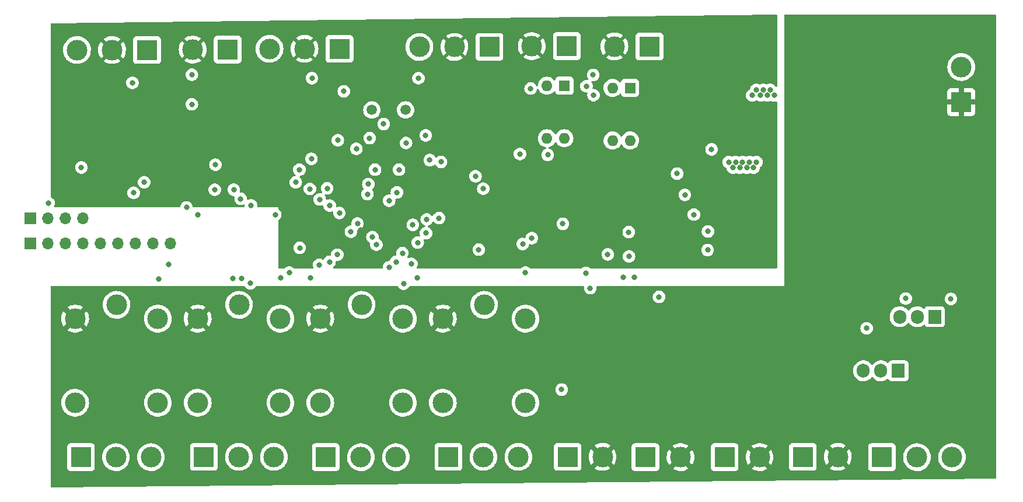
<source format=gbr>
%TF.GenerationSoftware,KiCad,Pcbnew,(6.0.6)*%
%TF.CreationDate,2022-07-22T23:00:37-04:00*%
%TF.ProjectId,Proyecto,50726f79-6563-4746-9f2e-6b696361645f,rev?*%
%TF.SameCoordinates,Original*%
%TF.FileFunction,Copper,L3,Inr*%
%TF.FilePolarity,Positive*%
%FSLAX46Y46*%
G04 Gerber Fmt 4.6, Leading zero omitted, Abs format (unit mm)*
G04 Created by KiCad (PCBNEW (6.0.6)) date 2022-07-22 23:00:37*
%MOMM*%
%LPD*%
G01*
G04 APERTURE LIST*
%TA.AperFunction,ComponentPad*%
%ADD10R,3.000000X3.000000*%
%TD*%
%TA.AperFunction,ComponentPad*%
%ADD11C,3.000000*%
%TD*%
%TA.AperFunction,ComponentPad*%
%ADD12R,1.905000X2.000000*%
%TD*%
%TA.AperFunction,ComponentPad*%
%ADD13O,1.905000X2.000000*%
%TD*%
%TA.AperFunction,ComponentPad*%
%ADD14R,1.700000X1.700000*%
%TD*%
%TA.AperFunction,ComponentPad*%
%ADD15O,1.700000X1.700000*%
%TD*%
%TA.AperFunction,ComponentPad*%
%ADD16C,1.500000*%
%TD*%
%TA.AperFunction,ComponentPad*%
%ADD17R,1.600000X1.600000*%
%TD*%
%TA.AperFunction,ComponentPad*%
%ADD18O,1.600000X1.600000*%
%TD*%
%TA.AperFunction,ViaPad*%
%ADD19C,0.800000*%
%TD*%
G04 APERTURE END LIST*
D10*
%TO.N,Net-(J3-Pad1)*%
%TO.C,J3*%
X201776382Y-110475000D03*
D11*
%TO.N,Net-(J3-Pad2)*%
X206856382Y-110475000D03*
%TO.N,GND*%
X211936382Y-110475000D03*
%TD*%
D12*
%TO.N,Net-(Q1-Pad1)*%
%TO.C,Q1*%
X204156382Y-97950000D03*
D13*
%TO.N,Net-(J3-Pad1)*%
X201616382Y-97950000D03*
%TO.N,GND*%
X199076382Y-97950000D03*
%TD*%
D10*
%TO.N,Net-(J4-Pad1)*%
%TO.C,J4*%
X138876382Y-110425000D03*
D11*
%TO.N,Net-(J4-Pad2)*%
X143956382Y-110425000D03*
%TO.N,Net-(J4-Pad3)*%
X149036382Y-110425000D03*
%TD*%
D14*
%TO.N,+5V*%
%TO.C,J13*%
X78206382Y-75825000D03*
D15*
%TO.N,GND*%
X80746382Y-75825000D03*
%TO.N,SDA*%
X83286382Y-75825000D03*
%TO.N,SCL*%
X85826382Y-75825000D03*
%TD*%
D10*
%TO.N,GND*%
%TO.C,J5*%
X123081382Y-51250000D03*
D11*
%TO.N,+5V*%
X118001382Y-51250000D03*
%TO.N,Net-(J5-Pad3)*%
X112921382Y-51250000D03*
%TD*%
D10*
%TO.N,Net-(J15-Pad1)*%
%TO.C,J15*%
X156166382Y-110425000D03*
D11*
%TO.N,+12V*%
X161246382Y-110425000D03*
%TD*%
D10*
%TO.N,Net-(J2-Pad1)*%
%TO.C,J2*%
X85551382Y-110475000D03*
D11*
%TO.N,Net-(J2-Pad2)*%
X90631382Y-110475000D03*
%TO.N,Net-(J2-Pad3)*%
X95711382Y-110475000D03*
%TD*%
D10*
%TO.N,GND*%
%TO.C,J9*%
X95156382Y-51425000D03*
D11*
%TO.N,+5V*%
X90076382Y-51425000D03*
%TO.N,Net-(J9-Pad3)*%
X84996382Y-51425000D03*
%TD*%
D10*
%TO.N,Net-(J7-Pad1)*%
%TO.C,J7*%
X103401382Y-110425000D03*
D11*
%TO.N,Net-(J7-Pad2)*%
X108481382Y-110425000D03*
%TO.N,Net-(J7-Pad3)*%
X113561382Y-110425000D03*
%TD*%
D12*
%TO.N,Net-(Q2-Pad1)*%
%TO.C,Q2*%
X209446382Y-90105000D03*
D13*
%TO.N,Net-(J3-Pad2)*%
X206906382Y-90105000D03*
%TO.N,GND*%
X204366382Y-90105000D03*
%TD*%
D11*
%TO.N,Net-(J4-Pad2)*%
%TO.C,K2*%
X144061382Y-88380000D03*
%TO.N,Net-(J4-Pad3)*%
X150061382Y-102580000D03*
%TO.N,Net-(J4-Pad1)*%
X138061382Y-102580000D03*
%TO.N,+12V*%
X138061382Y-90380000D03*
%TO.N,Net-(K2-PadA2)*%
X150061382Y-90380000D03*
%TD*%
%TO.N,Net-(J6-Pad2)*%
%TO.C,K3*%
X126281382Y-88380000D03*
%TO.N,Net-(J6-Pad3)*%
X132281382Y-102580000D03*
%TO.N,Net-(J6-Pad1)*%
X120281382Y-102580000D03*
%TO.N,+12V*%
X120281382Y-90380000D03*
%TO.N,Net-(K3-PadA2)*%
X132281382Y-90380000D03*
%TD*%
D10*
%TO.N,Net-(J16-Pad1)*%
%TO.C,J16*%
X168046382Y-50900000D03*
D11*
%TO.N,+5V*%
X162966382Y-50900000D03*
%TD*%
%TO.N,Net-(J7-Pad2)*%
%TO.C,K4*%
X108501382Y-88380000D03*
%TO.N,Net-(J7-Pad3)*%
X114501382Y-102580000D03*
%TO.N,Net-(J7-Pad1)*%
X102501382Y-102580000D03*
%TO.N,+12V*%
X102501382Y-90380000D03*
%TO.N,Net-(K4-PadA2)*%
X114501382Y-90380000D03*
%TD*%
D10*
%TO.N,Net-(J17-Pad1)*%
%TO.C,J17*%
X156056382Y-50850000D03*
D11*
%TO.N,+5V*%
X150976382Y-50850000D03*
%TD*%
D10*
%TO.N,Net-(J14-Pad1)*%
%TO.C,J14*%
X167466382Y-110475000D03*
D11*
%TO.N,+12V*%
X172546382Y-110475000D03*
%TD*%
D10*
%TO.N,Net-(J11-Pad1)*%
%TO.C,J11*%
X190291382Y-110425000D03*
D11*
%TO.N,+12V*%
X195371382Y-110425000D03*
%TD*%
D14*
%TO.N,+5V*%
%TO.C,J1*%
X78206382Y-79500000D03*
D15*
%TO.N,GND*%
X80746382Y-79500000D03*
%TO.N,SDA*%
X83286382Y-79500000D03*
%TO.N,SCL*%
X85826382Y-79500000D03*
%TO.N,RX*%
X88366382Y-79500000D03*
%TO.N,TX*%
X90906382Y-79500000D03*
%TO.N,Reset_pin*%
X93446382Y-79500000D03*
%TO.N,BKGD_PIN*%
X95986382Y-79500000D03*
%TO.N,GND*%
X98526382Y-79500000D03*
%TD*%
D16*
%TO.N,Net-(C9-Pad2)*%
%TO.C,Y1*%
X127781382Y-60100000D03*
%TO.N,Net-(C8-Pad2)*%
X132661382Y-60100000D03*
%TD*%
D11*
%TO.N,Net-(J2-Pad2)*%
%TO.C,K1*%
X90721382Y-88380000D03*
%TO.N,Net-(J2-Pad3)*%
X96721382Y-102580000D03*
%TO.N,Net-(J2-Pad1)*%
X84721382Y-102580000D03*
%TO.N,+12V*%
X84721382Y-90380000D03*
%TO.N,Net-(K1-PadA2)*%
X96721382Y-90380000D03*
%TD*%
D17*
%TO.N,Net-(R5-Pad1)*%
%TO.C,U4*%
X165231382Y-56925000D03*
D18*
%TO.N,GND*%
X162691382Y-56925000D03*
X162691382Y-64545000D03*
%TO.N,Nivel_bajo*%
X165231382Y-64545000D03*
%TD*%
D10*
%TO.N,Net-(J18-Pad1)*%
%TO.C,J18*%
X106856382Y-51350000D03*
D11*
%TO.N,+5V*%
X101776382Y-51350000D03*
%TD*%
D10*
%TO.N,+12V*%
%TO.C,J8*%
X213276382Y-58965000D03*
D11*
%TO.N,GND*%
X213276382Y-53885000D03*
%TD*%
D10*
%TO.N,GND*%
%TO.C,J10*%
X144831382Y-50975000D03*
D11*
%TO.N,+5V*%
X139751382Y-50975000D03*
%TO.N,DHt11*%
X134671382Y-50975000D03*
%TD*%
D10*
%TO.N,Net-(J6-Pad1)*%
%TO.C,J6*%
X121101382Y-110475000D03*
D11*
%TO.N,Net-(J6-Pad2)*%
X126181382Y-110475000D03*
%TO.N,Net-(J6-Pad3)*%
X131261382Y-110475000D03*
%TD*%
D17*
%TO.N,Net-(R6-Pad1)*%
%TO.C,U5*%
X155706382Y-56600000D03*
D18*
%TO.N,GND*%
X153166382Y-56600000D03*
X153166382Y-64220000D03*
%TO.N,Nivel_alto*%
X155706382Y-64220000D03*
%TD*%
D10*
%TO.N,Net-(J12-Pad1)*%
%TO.C,J12*%
X178941382Y-110475000D03*
D11*
%TO.N,+12V*%
X184021382Y-110475000D03*
%TD*%
D19*
%TO.N,+12V*%
X191686382Y-54393000D03*
X191831382Y-85825000D03*
X169356382Y-96675000D03*
X191686373Y-53393011D03*
X200756382Y-90475000D03*
X188686373Y-53393011D03*
X190686373Y-53393011D03*
X190686373Y-54393011D03*
X188718373Y-54393011D03*
X189686373Y-54393011D03*
X189686373Y-53393011D03*
%TO.N,GND*%
X155306382Y-100675000D03*
X133506382Y-82425000D03*
X185158382Y-57987000D03*
X181556382Y-67675000D03*
X121281382Y-71475000D03*
X183556382Y-67675000D03*
X181156382Y-68475000D03*
X180156382Y-68475000D03*
X182556382Y-67675000D03*
X135731382Y-75996500D03*
X182156382Y-68475000D03*
X129481382Y-62150000D03*
X122831382Y-64500000D03*
X182958382Y-57987000D03*
X80856382Y-73600000D03*
X131706382Y-68775000D03*
X184558382Y-57187000D03*
X180556382Y-67675000D03*
X183558382Y-57187000D03*
X135581382Y-63800000D03*
X184158382Y-57987000D03*
X211781382Y-87525000D03*
X185558382Y-57187000D03*
X169431382Y-87225000D03*
X93031382Y-56175000D03*
X183156382Y-68475000D03*
X153281382Y-66625000D03*
X102556382Y-75300000D03*
X158906382Y-56675000D03*
X137806382Y-67650000D03*
X98281382Y-82500000D03*
X186158382Y-57987000D03*
X179556382Y-67675000D03*
%TO.N,+5V*%
X184556382Y-62275000D03*
X169631382Y-67825000D03*
X108131382Y-65925000D03*
X181556382Y-60275000D03*
X185556382Y-60275000D03*
X129755330Y-71286010D03*
X126106382Y-77550000D03*
X87981382Y-64050000D03*
X183556382Y-62275000D03*
X185556382Y-62275000D03*
X182556382Y-60275000D03*
X180556382Y-61275000D03*
X183556382Y-60275000D03*
X181556382Y-62275000D03*
X185556382Y-61275000D03*
X180556382Y-60275000D03*
X181556382Y-61275000D03*
X184556382Y-60275000D03*
X182556382Y-61275000D03*
X157431382Y-69725000D03*
X183556382Y-61275000D03*
X180556382Y-62275000D03*
X182556382Y-62275000D03*
X184556382Y-61275000D03*
X141146382Y-71510000D03*
X82081382Y-72000000D03*
X122956382Y-62750000D03*
%TO.N,PH*%
X85631382Y-68450000D03*
X117256382Y-68778500D03*
%TO.N,ldr*%
X116731382Y-70600000D03*
X94731382Y-70600000D03*
%TO.N,Nivel_bajo*%
X135631382Y-77975000D03*
X165031382Y-77825000D03*
%TO.N,Nivel_alto*%
X133706382Y-76775000D03*
X155481382Y-76625000D03*
%TO.N,Digital*%
X159456382Y-85950000D03*
X158831382Y-83750000D03*
X161994365Y-81062017D03*
X165081382Y-81350000D03*
%TO.N,Digital_1*%
X127131382Y-72325000D03*
X143281382Y-80375000D03*
X165881382Y-84350000D03*
X164206382Y-84375000D03*
X137506382Y-75800000D03*
%TO.N,TX*%
X124731382Y-77768000D03*
%TO.N,RX*%
X125681146Y-76586132D03*
%TO.N,SDA*%
X100881382Y-74250000D03*
X117306382Y-80125000D03*
X131406382Y-72075000D03*
%TO.N,SCL*%
X130281382Y-73275000D03*
%TO.N,BKGD_PIN*%
X127856382Y-78546500D03*
%TO.N,Rele1*%
X122756382Y-81100000D03*
X123056382Y-75050000D03*
X132206382Y-80875000D03*
X113756382Y-75300500D03*
%TO.N,Rele2*%
X121656382Y-73975000D03*
X131281382Y-82150000D03*
X110231382Y-73950000D03*
X121631382Y-82150000D03*
%TO.N,Rele3*%
X108731382Y-73000000D03*
X120206382Y-73100000D03*
X120131382Y-82575000D03*
X130281382Y-82928500D03*
%TO.N,Rele4*%
X134431382Y-79350000D03*
X118781382Y-71575000D03*
X128431382Y-79650000D03*
X134356382Y-84478500D03*
X107731382Y-71675000D03*
X118856382Y-84500000D03*
%TO.N,Aux2*%
X172056382Y-69350000D03*
X136169365Y-67378500D03*
%TO.N,Aux1*%
X173181382Y-72425000D03*
X142806382Y-69724500D03*
%TO.N,Bomba2*%
X143931382Y-71525000D03*
X174491382Y-75290000D03*
%TO.N,Bomba1*%
X177056382Y-65825000D03*
X132731382Y-64900000D03*
%TO.N,Reset_pin*%
X93206382Y-72125000D03*
X105081382Y-68050000D03*
X128231382Y-68775000D03*
X125527882Y-65750000D03*
X104981382Y-71675000D03*
%TO.N,luz a*%
X176531382Y-77725000D03*
X150806382Y-57000000D03*
X123706382Y-57400000D03*
X150981382Y-78700000D03*
%TO.N,luz b*%
X127456382Y-64200000D03*
X149256382Y-66502500D03*
X176480882Y-80424517D03*
X149656382Y-79550000D03*
%TO.N,DHt11*%
X127256382Y-70875000D03*
X134531382Y-55500000D03*
X119006382Y-67200000D03*
X119081382Y-55500000D03*
X127256382Y-70875000D03*
%TO.N,Net-(J17-Pad1)*%
X159931382Y-57975000D03*
X159881382Y-55025000D03*
%TO.N,Net-(J18-Pad1)*%
X101656382Y-59300000D03*
X101656382Y-55000000D03*
%TO.N,Net-(K1-PadA2)*%
X96881382Y-84650000D03*
X107581382Y-84575000D03*
%TO.N,Net-(K2-PadA2)*%
X115781382Y-83700000D03*
X150061382Y-83695000D03*
%TO.N,Net-(K3-PadA2)*%
X132381382Y-85300000D03*
X110131382Y-85249500D03*
%TO.N,Net-(K4-PadA2)*%
X114531382Y-84500000D03*
X108831382Y-84525000D03*
%TO.N,Net-(U2-Pad5)*%
X199556382Y-91775000D03*
X205231382Y-87450000D03*
%TD*%
%TA.AperFunction,Conductor*%
%TO.N,+12V*%
G36*
X218298503Y-46285002D02*
G01*
X218344996Y-46338658D01*
X218356382Y-46391000D01*
X218356382Y-113450161D01*
X218336380Y-113518282D01*
X218282724Y-113564775D01*
X218231550Y-113576156D01*
X81323547Y-114843823D01*
X81255246Y-114824452D01*
X81208258Y-114771229D01*
X81196382Y-114717828D01*
X81196382Y-112023134D01*
X83542882Y-112023134D01*
X83549637Y-112085316D01*
X83600767Y-112221705D01*
X83688121Y-112338261D01*
X83804677Y-112425615D01*
X83941066Y-112476745D01*
X84003248Y-112483500D01*
X87099516Y-112483500D01*
X87161698Y-112476745D01*
X87298087Y-112425615D01*
X87414643Y-112338261D01*
X87501997Y-112221705D01*
X87553127Y-112085316D01*
X87559882Y-112023134D01*
X87559882Y-110453918D01*
X88618299Y-110453918D01*
X88634064Y-110727320D01*
X88634889Y-110731525D01*
X88634890Y-110731533D01*
X88637359Y-110744117D01*
X88686787Y-110996053D01*
X88688174Y-111000103D01*
X88688175Y-111000108D01*
X88774039Y-111250894D01*
X88775494Y-111255144D01*
X88898542Y-111499799D01*
X88900968Y-111503328D01*
X88900971Y-111503334D01*
X88957788Y-111586002D01*
X89053656Y-111725490D01*
X89056543Y-111728663D01*
X89056544Y-111728664D01*
X89228835Y-111918010D01*
X89237964Y-111928043D01*
X89241259Y-111930798D01*
X89241260Y-111930799D01*
X89292623Y-111973745D01*
X89448057Y-112103707D01*
X89451698Y-112105991D01*
X89676406Y-112246951D01*
X89676410Y-112246953D01*
X89680046Y-112249234D01*
X89804843Y-112305582D01*
X89925727Y-112360164D01*
X89925731Y-112360166D01*
X89929639Y-112361930D01*
X89933759Y-112363150D01*
X89933758Y-112363150D01*
X90188105Y-112438491D01*
X90188109Y-112438492D01*
X90192218Y-112439709D01*
X90196452Y-112440357D01*
X90196457Y-112440358D01*
X90458680Y-112480483D01*
X90458682Y-112480483D01*
X90462922Y-112481132D01*
X90602294Y-112483322D01*
X90732453Y-112485367D01*
X90732459Y-112485367D01*
X90736744Y-112485434D01*
X91008617Y-112452534D01*
X91273509Y-112383041D01*
X91277469Y-112381401D01*
X91277474Y-112381399D01*
X91443375Y-112312680D01*
X91526518Y-112278241D01*
X91762964Y-112140073D01*
X91978471Y-111971094D01*
X92020191Y-111928043D01*
X92166068Y-111777509D01*
X92169051Y-111774431D01*
X92171584Y-111770983D01*
X92171588Y-111770978D01*
X92328639Y-111557178D01*
X92331177Y-111553723D01*
X92336919Y-111543148D01*
X92459800Y-111316830D01*
X92459801Y-111316828D01*
X92461850Y-111313054D01*
X92558651Y-111056877D01*
X92619789Y-110789933D01*
X92624252Y-110739933D01*
X92643913Y-110519627D01*
X92643914Y-110519616D01*
X92644133Y-110517161D01*
X92644575Y-110475000D01*
X92643138Y-110453918D01*
X93698299Y-110453918D01*
X93714064Y-110727320D01*
X93714889Y-110731525D01*
X93714890Y-110731533D01*
X93717359Y-110744117D01*
X93766787Y-110996053D01*
X93768174Y-111000103D01*
X93768175Y-111000108D01*
X93854039Y-111250894D01*
X93855494Y-111255144D01*
X93978542Y-111499799D01*
X93980968Y-111503328D01*
X93980971Y-111503334D01*
X94037788Y-111586002D01*
X94133656Y-111725490D01*
X94136543Y-111728663D01*
X94136544Y-111728664D01*
X94308835Y-111918010D01*
X94317964Y-111928043D01*
X94321259Y-111930798D01*
X94321260Y-111930799D01*
X94372623Y-111973745D01*
X94528057Y-112103707D01*
X94531698Y-112105991D01*
X94756406Y-112246951D01*
X94756410Y-112246953D01*
X94760046Y-112249234D01*
X94884843Y-112305582D01*
X95005727Y-112360164D01*
X95005731Y-112360166D01*
X95009639Y-112361930D01*
X95013759Y-112363150D01*
X95013758Y-112363150D01*
X95268105Y-112438491D01*
X95268109Y-112438492D01*
X95272218Y-112439709D01*
X95276452Y-112440357D01*
X95276457Y-112440358D01*
X95538680Y-112480483D01*
X95538682Y-112480483D01*
X95542922Y-112481132D01*
X95682294Y-112483322D01*
X95812453Y-112485367D01*
X95812459Y-112485367D01*
X95816744Y-112485434D01*
X96088617Y-112452534D01*
X96353509Y-112383041D01*
X96357469Y-112381401D01*
X96357474Y-112381399D01*
X96523375Y-112312680D01*
X96606518Y-112278241D01*
X96842964Y-112140073D01*
X97055869Y-111973134D01*
X101392882Y-111973134D01*
X101399637Y-112035316D01*
X101450767Y-112171705D01*
X101538121Y-112288261D01*
X101654677Y-112375615D01*
X101791066Y-112426745D01*
X101853248Y-112433500D01*
X104949516Y-112433500D01*
X105011698Y-112426745D01*
X105148087Y-112375615D01*
X105264643Y-112288261D01*
X105351997Y-112171705D01*
X105403127Y-112035316D01*
X105409882Y-111973134D01*
X105409882Y-110403918D01*
X106468299Y-110403918D01*
X106484064Y-110677320D01*
X106484889Y-110681525D01*
X106484890Y-110681533D01*
X106515299Y-110836526D01*
X106536787Y-110946053D01*
X106538174Y-110950103D01*
X106538175Y-110950108D01*
X106576106Y-111060895D01*
X106625494Y-111205144D01*
X106748542Y-111449799D01*
X106750968Y-111453328D01*
X106750971Y-111453334D01*
X106848090Y-111594642D01*
X106903656Y-111675490D01*
X107087964Y-111878043D01*
X107298057Y-112053707D01*
X107301698Y-112055991D01*
X107526406Y-112196951D01*
X107526410Y-112196953D01*
X107530046Y-112199234D01*
X107635727Y-112246951D01*
X107775727Y-112310164D01*
X107775731Y-112310166D01*
X107779639Y-112311930D01*
X107783759Y-112313150D01*
X107783758Y-112313150D01*
X108038105Y-112388491D01*
X108038109Y-112388492D01*
X108042218Y-112389709D01*
X108046452Y-112390357D01*
X108046457Y-112390358D01*
X108308680Y-112430483D01*
X108308682Y-112430483D01*
X108312922Y-112431132D01*
X108452294Y-112433322D01*
X108582453Y-112435367D01*
X108582459Y-112435367D01*
X108586744Y-112435434D01*
X108858617Y-112402534D01*
X109123509Y-112333041D01*
X109127469Y-112331401D01*
X109127474Y-112331399D01*
X109321573Y-112251000D01*
X109376518Y-112228241D01*
X109523696Y-112142237D01*
X109609261Y-112092237D01*
X109609262Y-112092236D01*
X109612964Y-112090073D01*
X109828471Y-111921094D01*
X109870191Y-111878043D01*
X109967615Y-111777509D01*
X110019051Y-111724431D01*
X110021584Y-111720983D01*
X110021588Y-111720978D01*
X110178639Y-111507178D01*
X110181177Y-111503723D01*
X110208675Y-111453079D01*
X110309800Y-111266830D01*
X110309801Y-111266828D01*
X110311850Y-111263054D01*
X110360250Y-111134966D01*
X110407133Y-111010895D01*
X110407134Y-111010891D01*
X110408651Y-111006877D01*
X110457379Y-110794117D01*
X110468831Y-110744117D01*
X110468832Y-110744113D01*
X110469789Y-110739933D01*
X110470545Y-110731470D01*
X110493913Y-110469627D01*
X110493914Y-110469616D01*
X110494133Y-110467161D01*
X110494575Y-110425000D01*
X110493138Y-110403918D01*
X111548299Y-110403918D01*
X111564064Y-110677320D01*
X111564889Y-110681525D01*
X111564890Y-110681533D01*
X111595299Y-110836526D01*
X111616787Y-110946053D01*
X111618174Y-110950103D01*
X111618175Y-110950108D01*
X111656106Y-111060895D01*
X111705494Y-111205144D01*
X111828542Y-111449799D01*
X111830968Y-111453328D01*
X111830971Y-111453334D01*
X111928090Y-111594642D01*
X111983656Y-111675490D01*
X112167964Y-111878043D01*
X112378057Y-112053707D01*
X112381698Y-112055991D01*
X112606406Y-112196951D01*
X112606410Y-112196953D01*
X112610046Y-112199234D01*
X112715727Y-112246951D01*
X112855727Y-112310164D01*
X112855731Y-112310166D01*
X112859639Y-112311930D01*
X112863759Y-112313150D01*
X112863758Y-112313150D01*
X113118105Y-112388491D01*
X113118109Y-112388492D01*
X113122218Y-112389709D01*
X113126452Y-112390357D01*
X113126457Y-112390358D01*
X113388680Y-112430483D01*
X113388682Y-112430483D01*
X113392922Y-112431132D01*
X113532294Y-112433322D01*
X113662453Y-112435367D01*
X113662459Y-112435367D01*
X113666744Y-112435434D01*
X113938617Y-112402534D01*
X114203509Y-112333041D01*
X114207469Y-112331401D01*
X114207474Y-112331399D01*
X114401573Y-112251000D01*
X114456518Y-112228241D01*
X114603696Y-112142237D01*
X114689261Y-112092237D01*
X114689262Y-112092236D01*
X114692964Y-112090073D01*
X114778335Y-112023134D01*
X119092882Y-112023134D01*
X119099637Y-112085316D01*
X119150767Y-112221705D01*
X119238121Y-112338261D01*
X119354677Y-112425615D01*
X119491066Y-112476745D01*
X119553248Y-112483500D01*
X122649516Y-112483500D01*
X122711698Y-112476745D01*
X122848087Y-112425615D01*
X122964643Y-112338261D01*
X123051997Y-112221705D01*
X123103127Y-112085316D01*
X123109882Y-112023134D01*
X123109882Y-110453918D01*
X124168299Y-110453918D01*
X124184064Y-110727320D01*
X124184889Y-110731525D01*
X124184890Y-110731533D01*
X124187359Y-110744117D01*
X124236787Y-110996053D01*
X124238174Y-111000103D01*
X124238175Y-111000108D01*
X124324039Y-111250894D01*
X124325494Y-111255144D01*
X124448542Y-111499799D01*
X124450968Y-111503328D01*
X124450971Y-111503334D01*
X124507788Y-111586002D01*
X124603656Y-111725490D01*
X124606543Y-111728663D01*
X124606544Y-111728664D01*
X124778835Y-111918010D01*
X124787964Y-111928043D01*
X124791259Y-111930798D01*
X124791260Y-111930799D01*
X124842623Y-111973745D01*
X124998057Y-112103707D01*
X125001698Y-112105991D01*
X125226406Y-112246951D01*
X125226410Y-112246953D01*
X125230046Y-112249234D01*
X125354843Y-112305582D01*
X125475727Y-112360164D01*
X125475731Y-112360166D01*
X125479639Y-112361930D01*
X125483759Y-112363150D01*
X125483758Y-112363150D01*
X125738105Y-112438491D01*
X125738109Y-112438492D01*
X125742218Y-112439709D01*
X125746452Y-112440357D01*
X125746457Y-112440358D01*
X126008680Y-112480483D01*
X126008682Y-112480483D01*
X126012922Y-112481132D01*
X126152294Y-112483322D01*
X126282453Y-112485367D01*
X126282459Y-112485367D01*
X126286744Y-112485434D01*
X126558617Y-112452534D01*
X126823509Y-112383041D01*
X126827469Y-112381401D01*
X126827474Y-112381399D01*
X126993375Y-112312680D01*
X127076518Y-112278241D01*
X127312964Y-112140073D01*
X127528471Y-111971094D01*
X127570191Y-111928043D01*
X127716068Y-111777509D01*
X127719051Y-111774431D01*
X127721584Y-111770983D01*
X127721588Y-111770978D01*
X127878639Y-111557178D01*
X127881177Y-111553723D01*
X127886919Y-111543148D01*
X128009800Y-111316830D01*
X128009801Y-111316828D01*
X128011850Y-111313054D01*
X128108651Y-111056877D01*
X128169789Y-110789933D01*
X128174252Y-110739933D01*
X128193913Y-110519627D01*
X128193914Y-110519616D01*
X128194133Y-110517161D01*
X128194575Y-110475000D01*
X128193138Y-110453918D01*
X129248299Y-110453918D01*
X129264064Y-110727320D01*
X129264889Y-110731525D01*
X129264890Y-110731533D01*
X129267359Y-110744117D01*
X129316787Y-110996053D01*
X129318174Y-111000103D01*
X129318175Y-111000108D01*
X129404039Y-111250894D01*
X129405494Y-111255144D01*
X129528542Y-111499799D01*
X129530968Y-111503328D01*
X129530971Y-111503334D01*
X129587788Y-111586002D01*
X129683656Y-111725490D01*
X129686543Y-111728663D01*
X129686544Y-111728664D01*
X129858835Y-111918010D01*
X129867964Y-111928043D01*
X129871259Y-111930798D01*
X129871260Y-111930799D01*
X129922623Y-111973745D01*
X130078057Y-112103707D01*
X130081698Y-112105991D01*
X130306406Y-112246951D01*
X130306410Y-112246953D01*
X130310046Y-112249234D01*
X130434843Y-112305582D01*
X130555727Y-112360164D01*
X130555731Y-112360166D01*
X130559639Y-112361930D01*
X130563759Y-112363150D01*
X130563758Y-112363150D01*
X130818105Y-112438491D01*
X130818109Y-112438492D01*
X130822218Y-112439709D01*
X130826452Y-112440357D01*
X130826457Y-112440358D01*
X131088680Y-112480483D01*
X131088682Y-112480483D01*
X131092922Y-112481132D01*
X131232294Y-112483322D01*
X131362453Y-112485367D01*
X131362459Y-112485367D01*
X131366744Y-112485434D01*
X131638617Y-112452534D01*
X131903509Y-112383041D01*
X131907469Y-112381401D01*
X131907474Y-112381399D01*
X132073375Y-112312680D01*
X132156518Y-112278241D01*
X132392964Y-112140073D01*
X132605869Y-111973134D01*
X136867882Y-111973134D01*
X136874637Y-112035316D01*
X136925767Y-112171705D01*
X137013121Y-112288261D01*
X137129677Y-112375615D01*
X137266066Y-112426745D01*
X137328248Y-112433500D01*
X140424516Y-112433500D01*
X140486698Y-112426745D01*
X140623087Y-112375615D01*
X140739643Y-112288261D01*
X140826997Y-112171705D01*
X140878127Y-112035316D01*
X140884882Y-111973134D01*
X140884882Y-110403918D01*
X141943299Y-110403918D01*
X141959064Y-110677320D01*
X141959889Y-110681525D01*
X141959890Y-110681533D01*
X141990299Y-110836526D01*
X142011787Y-110946053D01*
X142013174Y-110950103D01*
X142013175Y-110950108D01*
X142051106Y-111060895D01*
X142100494Y-111205144D01*
X142223542Y-111449799D01*
X142225968Y-111453328D01*
X142225971Y-111453334D01*
X142323090Y-111594642D01*
X142378656Y-111675490D01*
X142562964Y-111878043D01*
X142773057Y-112053707D01*
X142776698Y-112055991D01*
X143001406Y-112196951D01*
X143001410Y-112196953D01*
X143005046Y-112199234D01*
X143110727Y-112246951D01*
X143250727Y-112310164D01*
X143250731Y-112310166D01*
X143254639Y-112311930D01*
X143258759Y-112313150D01*
X143258758Y-112313150D01*
X143513105Y-112388491D01*
X143513109Y-112388492D01*
X143517218Y-112389709D01*
X143521452Y-112390357D01*
X143521457Y-112390358D01*
X143783680Y-112430483D01*
X143783682Y-112430483D01*
X143787922Y-112431132D01*
X143927294Y-112433322D01*
X144057453Y-112435367D01*
X144057459Y-112435367D01*
X144061744Y-112435434D01*
X144333617Y-112402534D01*
X144598509Y-112333041D01*
X144602469Y-112331401D01*
X144602474Y-112331399D01*
X144796573Y-112251000D01*
X144851518Y-112228241D01*
X144998696Y-112142237D01*
X145084261Y-112092237D01*
X145084262Y-112092236D01*
X145087964Y-112090073D01*
X145303471Y-111921094D01*
X145345191Y-111878043D01*
X145442615Y-111777509D01*
X145494051Y-111724431D01*
X145496584Y-111720983D01*
X145496588Y-111720978D01*
X145653639Y-111507178D01*
X145656177Y-111503723D01*
X145683675Y-111453079D01*
X145784800Y-111266830D01*
X145784801Y-111266828D01*
X145786850Y-111263054D01*
X145835250Y-111134966D01*
X145882133Y-111010895D01*
X145882134Y-111010891D01*
X145883651Y-111006877D01*
X145932379Y-110794117D01*
X145943831Y-110744117D01*
X145943832Y-110744113D01*
X145944789Y-110739933D01*
X145945545Y-110731470D01*
X145968913Y-110469627D01*
X145968914Y-110469616D01*
X145969133Y-110467161D01*
X145969575Y-110425000D01*
X145968138Y-110403918D01*
X147023299Y-110403918D01*
X147039064Y-110677320D01*
X147039889Y-110681525D01*
X147039890Y-110681533D01*
X147070299Y-110836526D01*
X147091787Y-110946053D01*
X147093174Y-110950103D01*
X147093175Y-110950108D01*
X147131106Y-111060895D01*
X147180494Y-111205144D01*
X147303542Y-111449799D01*
X147305968Y-111453328D01*
X147305971Y-111453334D01*
X147403090Y-111594642D01*
X147458656Y-111675490D01*
X147642964Y-111878043D01*
X147853057Y-112053707D01*
X147856698Y-112055991D01*
X148081406Y-112196951D01*
X148081410Y-112196953D01*
X148085046Y-112199234D01*
X148190727Y-112246951D01*
X148330727Y-112310164D01*
X148330731Y-112310166D01*
X148334639Y-112311930D01*
X148338759Y-112313150D01*
X148338758Y-112313150D01*
X148593105Y-112388491D01*
X148593109Y-112388492D01*
X148597218Y-112389709D01*
X148601452Y-112390357D01*
X148601457Y-112390358D01*
X148863680Y-112430483D01*
X148863682Y-112430483D01*
X148867922Y-112431132D01*
X149007294Y-112433322D01*
X149137453Y-112435367D01*
X149137459Y-112435367D01*
X149141744Y-112435434D01*
X149413617Y-112402534D01*
X149678509Y-112333041D01*
X149682469Y-112331401D01*
X149682474Y-112331399D01*
X149876573Y-112251000D01*
X149931518Y-112228241D01*
X150078696Y-112142237D01*
X150164261Y-112092237D01*
X150164262Y-112092236D01*
X150167964Y-112090073D01*
X150317102Y-111973134D01*
X154157882Y-111973134D01*
X154164637Y-112035316D01*
X154215767Y-112171705D01*
X154303121Y-112288261D01*
X154419677Y-112375615D01*
X154556066Y-112426745D01*
X154618248Y-112433500D01*
X157714516Y-112433500D01*
X157776698Y-112426745D01*
X157913087Y-112375615D01*
X158029643Y-112288261D01*
X158116997Y-112171705D01*
X158148028Y-112088930D01*
X160126887Y-112088930D01*
X160132855Y-112096902D01*
X160291654Y-112196515D01*
X160299189Y-112200556D01*
X160540902Y-112309694D01*
X160548933Y-112312680D01*
X160803214Y-112388002D01*
X160811566Y-112389869D01*
X161073722Y-112429984D01*
X161082256Y-112430700D01*
X161347427Y-112434867D01*
X161355978Y-112434418D01*
X161619265Y-112402557D01*
X161627666Y-112400955D01*
X161884206Y-112333653D01*
X161892308Y-112330926D01*
X162137331Y-112229434D01*
X162144999Y-112225628D01*
X162358599Y-112100810D01*
X162368275Y-112090555D01*
X162364957Y-112082390D01*
X162305701Y-112023134D01*
X165457882Y-112023134D01*
X165464637Y-112085316D01*
X165515767Y-112221705D01*
X165603121Y-112338261D01*
X165719677Y-112425615D01*
X165856066Y-112476745D01*
X165918248Y-112483500D01*
X169014516Y-112483500D01*
X169076698Y-112476745D01*
X169213087Y-112425615D01*
X169329643Y-112338261D01*
X169416997Y-112221705D01*
X169448028Y-112138930D01*
X171426887Y-112138930D01*
X171432855Y-112146902D01*
X171591654Y-112246515D01*
X171599189Y-112250556D01*
X171840902Y-112359694D01*
X171848933Y-112362680D01*
X172103214Y-112438002D01*
X172111566Y-112439869D01*
X172373722Y-112479984D01*
X172382256Y-112480700D01*
X172647427Y-112484867D01*
X172655978Y-112484418D01*
X172919265Y-112452557D01*
X172927666Y-112450955D01*
X173184206Y-112383653D01*
X173192308Y-112380926D01*
X173437331Y-112279434D01*
X173444999Y-112275628D01*
X173658599Y-112150810D01*
X173668275Y-112140555D01*
X173664957Y-112132390D01*
X173555701Y-112023134D01*
X176932882Y-112023134D01*
X176939637Y-112085316D01*
X176990767Y-112221705D01*
X177078121Y-112338261D01*
X177194677Y-112425615D01*
X177331066Y-112476745D01*
X177393248Y-112483500D01*
X180489516Y-112483500D01*
X180551698Y-112476745D01*
X180688087Y-112425615D01*
X180804643Y-112338261D01*
X180891997Y-112221705D01*
X180923028Y-112138930D01*
X182901887Y-112138930D01*
X182907855Y-112146902D01*
X183066654Y-112246515D01*
X183074189Y-112250556D01*
X183315902Y-112359694D01*
X183323933Y-112362680D01*
X183578214Y-112438002D01*
X183586566Y-112439869D01*
X183848722Y-112479984D01*
X183857256Y-112480700D01*
X184122427Y-112484867D01*
X184130978Y-112484418D01*
X184394265Y-112452557D01*
X184402666Y-112450955D01*
X184659206Y-112383653D01*
X184667308Y-112380926D01*
X184912331Y-112279434D01*
X184919999Y-112275628D01*
X185133599Y-112150810D01*
X185143275Y-112140555D01*
X185139957Y-112132390D01*
X184980701Y-111973134D01*
X188282882Y-111973134D01*
X188289637Y-112035316D01*
X188340767Y-112171705D01*
X188428121Y-112288261D01*
X188544677Y-112375615D01*
X188681066Y-112426745D01*
X188743248Y-112433500D01*
X191839516Y-112433500D01*
X191901698Y-112426745D01*
X192038087Y-112375615D01*
X192154643Y-112288261D01*
X192241997Y-112171705D01*
X192273028Y-112088930D01*
X194251887Y-112088930D01*
X194257855Y-112096902D01*
X194416654Y-112196515D01*
X194424189Y-112200556D01*
X194665902Y-112309694D01*
X194673933Y-112312680D01*
X194928214Y-112388002D01*
X194936566Y-112389869D01*
X195198722Y-112429984D01*
X195207256Y-112430700D01*
X195472427Y-112434867D01*
X195480978Y-112434418D01*
X195744265Y-112402557D01*
X195752666Y-112400955D01*
X196009206Y-112333653D01*
X196017308Y-112330926D01*
X196262331Y-112229434D01*
X196269999Y-112225628D01*
X196483599Y-112100810D01*
X196493275Y-112090555D01*
X196489957Y-112082390D01*
X196430701Y-112023134D01*
X199767882Y-112023134D01*
X199774637Y-112085316D01*
X199825767Y-112221705D01*
X199913121Y-112338261D01*
X200029677Y-112425615D01*
X200166066Y-112476745D01*
X200228248Y-112483500D01*
X203324516Y-112483500D01*
X203386698Y-112476745D01*
X203523087Y-112425615D01*
X203639643Y-112338261D01*
X203726997Y-112221705D01*
X203778127Y-112085316D01*
X203784882Y-112023134D01*
X203784882Y-110453918D01*
X204843299Y-110453918D01*
X204859064Y-110727320D01*
X204859889Y-110731525D01*
X204859890Y-110731533D01*
X204862359Y-110744117D01*
X204911787Y-110996053D01*
X204913174Y-111000103D01*
X204913175Y-111000108D01*
X204999039Y-111250894D01*
X205000494Y-111255144D01*
X205123542Y-111499799D01*
X205125968Y-111503328D01*
X205125971Y-111503334D01*
X205182788Y-111586002D01*
X205278656Y-111725490D01*
X205281543Y-111728663D01*
X205281544Y-111728664D01*
X205453835Y-111918010D01*
X205462964Y-111928043D01*
X205466259Y-111930798D01*
X205466260Y-111930799D01*
X205517623Y-111973745D01*
X205673057Y-112103707D01*
X205676698Y-112105991D01*
X205901406Y-112246951D01*
X205901410Y-112246953D01*
X205905046Y-112249234D01*
X206029843Y-112305582D01*
X206150727Y-112360164D01*
X206150731Y-112360166D01*
X206154639Y-112361930D01*
X206158759Y-112363150D01*
X206158758Y-112363150D01*
X206413105Y-112438491D01*
X206413109Y-112438492D01*
X206417218Y-112439709D01*
X206421452Y-112440357D01*
X206421457Y-112440358D01*
X206683680Y-112480483D01*
X206683682Y-112480483D01*
X206687922Y-112481132D01*
X206827294Y-112483322D01*
X206957453Y-112485367D01*
X206957459Y-112485367D01*
X206961744Y-112485434D01*
X207233617Y-112452534D01*
X207498509Y-112383041D01*
X207502469Y-112381401D01*
X207502474Y-112381399D01*
X207668375Y-112312680D01*
X207751518Y-112278241D01*
X207987964Y-112140073D01*
X208203471Y-111971094D01*
X208245191Y-111928043D01*
X208391068Y-111777509D01*
X208394051Y-111774431D01*
X208396584Y-111770983D01*
X208396588Y-111770978D01*
X208553639Y-111557178D01*
X208556177Y-111553723D01*
X208561919Y-111543148D01*
X208684800Y-111316830D01*
X208684801Y-111316828D01*
X208686850Y-111313054D01*
X208783651Y-111056877D01*
X208844789Y-110789933D01*
X208849252Y-110739933D01*
X208868913Y-110519627D01*
X208868914Y-110519616D01*
X208869133Y-110517161D01*
X208869575Y-110475000D01*
X208868138Y-110453918D01*
X209923299Y-110453918D01*
X209939064Y-110727320D01*
X209939889Y-110731525D01*
X209939890Y-110731533D01*
X209942359Y-110744117D01*
X209991787Y-110996053D01*
X209993174Y-111000103D01*
X209993175Y-111000108D01*
X210079039Y-111250894D01*
X210080494Y-111255144D01*
X210203542Y-111499799D01*
X210205968Y-111503328D01*
X210205971Y-111503334D01*
X210262788Y-111586002D01*
X210358656Y-111725490D01*
X210361543Y-111728663D01*
X210361544Y-111728664D01*
X210533835Y-111918010D01*
X210542964Y-111928043D01*
X210546259Y-111930798D01*
X210546260Y-111930799D01*
X210597623Y-111973745D01*
X210753057Y-112103707D01*
X210756698Y-112105991D01*
X210981406Y-112246951D01*
X210981410Y-112246953D01*
X210985046Y-112249234D01*
X211109843Y-112305582D01*
X211230727Y-112360164D01*
X211230731Y-112360166D01*
X211234639Y-112361930D01*
X211238759Y-112363150D01*
X211238758Y-112363150D01*
X211493105Y-112438491D01*
X211493109Y-112438492D01*
X211497218Y-112439709D01*
X211501452Y-112440357D01*
X211501457Y-112440358D01*
X211763680Y-112480483D01*
X211763682Y-112480483D01*
X211767922Y-112481132D01*
X211907294Y-112483322D01*
X212037453Y-112485367D01*
X212037459Y-112485367D01*
X212041744Y-112485434D01*
X212313617Y-112452534D01*
X212578509Y-112383041D01*
X212582469Y-112381401D01*
X212582474Y-112381399D01*
X212748375Y-112312680D01*
X212831518Y-112278241D01*
X213067964Y-112140073D01*
X213283471Y-111971094D01*
X213325191Y-111928043D01*
X213471068Y-111777509D01*
X213474051Y-111774431D01*
X213476584Y-111770983D01*
X213476588Y-111770978D01*
X213633639Y-111557178D01*
X213636177Y-111553723D01*
X213641919Y-111543148D01*
X213764800Y-111316830D01*
X213764801Y-111316828D01*
X213766850Y-111313054D01*
X213863651Y-111056877D01*
X213924789Y-110789933D01*
X213929252Y-110739933D01*
X213948913Y-110519627D01*
X213948914Y-110519616D01*
X213949133Y-110517161D01*
X213949575Y-110475000D01*
X213946244Y-110426132D01*
X213931241Y-110206055D01*
X213931240Y-110206049D01*
X213930949Y-110201778D01*
X213920595Y-110151778D01*
X213876283Y-109937809D01*
X213875414Y-109933612D01*
X213783999Y-109675465D01*
X213658395Y-109432112D01*
X213648621Y-109418204D01*
X213503390Y-109211562D01*
X213500927Y-109208057D01*
X213314507Y-109007445D01*
X213311192Y-109004731D01*
X213311188Y-109004728D01*
X213149686Y-108872540D01*
X213102587Y-108833990D01*
X212869086Y-108690901D01*
X212859523Y-108686703D01*
X212622255Y-108582549D01*
X212622251Y-108582548D01*
X212618327Y-108580825D01*
X212354948Y-108505800D01*
X212350706Y-108505196D01*
X212350700Y-108505195D01*
X212134217Y-108474385D01*
X212083825Y-108467213D01*
X211939971Y-108466460D01*
X211814259Y-108465802D01*
X211814253Y-108465802D01*
X211809973Y-108465780D01*
X211805729Y-108466339D01*
X211805725Y-108466339D01*
X211686684Y-108482011D01*
X211538460Y-108501525D01*
X211534320Y-108502658D01*
X211534318Y-108502658D01*
X211466419Y-108521233D01*
X211274310Y-108573788D01*
X211270362Y-108575472D01*
X211026364Y-108679546D01*
X211026360Y-108679548D01*
X211022412Y-108681232D01*
X210955782Y-108721109D01*
X210791107Y-108819664D01*
X210791103Y-108819667D01*
X210787425Y-108821868D01*
X210573700Y-108993094D01*
X210557099Y-109010588D01*
X210420137Y-109154916D01*
X210385190Y-109191742D01*
X210225384Y-109414136D01*
X210097239Y-109656161D01*
X210095767Y-109660184D01*
X210095765Y-109660188D01*
X210004596Y-109909317D01*
X210003125Y-109913337D01*
X209944786Y-110180907D01*
X209923299Y-110453918D01*
X208868138Y-110453918D01*
X208866244Y-110426132D01*
X208851241Y-110206055D01*
X208851240Y-110206049D01*
X208850949Y-110201778D01*
X208840595Y-110151778D01*
X208796283Y-109937809D01*
X208795414Y-109933612D01*
X208703999Y-109675465D01*
X208578395Y-109432112D01*
X208568621Y-109418204D01*
X208423390Y-109211562D01*
X208420927Y-109208057D01*
X208234507Y-109007445D01*
X208231192Y-109004731D01*
X208231188Y-109004728D01*
X208069686Y-108872540D01*
X208022587Y-108833990D01*
X207789086Y-108690901D01*
X207779523Y-108686703D01*
X207542255Y-108582549D01*
X207542251Y-108582548D01*
X207538327Y-108580825D01*
X207274948Y-108505800D01*
X207270706Y-108505196D01*
X207270700Y-108505195D01*
X207054217Y-108474385D01*
X207003825Y-108467213D01*
X206859971Y-108466460D01*
X206734259Y-108465802D01*
X206734253Y-108465802D01*
X206729973Y-108465780D01*
X206725729Y-108466339D01*
X206725725Y-108466339D01*
X206606684Y-108482011D01*
X206458460Y-108501525D01*
X206454320Y-108502658D01*
X206454318Y-108502658D01*
X206386419Y-108521233D01*
X206194310Y-108573788D01*
X206190362Y-108575472D01*
X205946364Y-108679546D01*
X205946360Y-108679548D01*
X205942412Y-108681232D01*
X205875782Y-108721109D01*
X205711107Y-108819664D01*
X205711103Y-108819667D01*
X205707425Y-108821868D01*
X205493700Y-108993094D01*
X205477099Y-109010588D01*
X205340137Y-109154916D01*
X205305190Y-109191742D01*
X205145384Y-109414136D01*
X205017239Y-109656161D01*
X205015767Y-109660184D01*
X205015765Y-109660188D01*
X204924596Y-109909317D01*
X204923125Y-109913337D01*
X204864786Y-110180907D01*
X204843299Y-110453918D01*
X203784882Y-110453918D01*
X203784882Y-108926866D01*
X203778127Y-108864684D01*
X203726997Y-108728295D01*
X203639643Y-108611739D01*
X203523087Y-108524385D01*
X203386698Y-108473255D01*
X203324516Y-108466500D01*
X200228248Y-108466500D01*
X200166066Y-108473255D01*
X200029677Y-108524385D01*
X199913121Y-108611739D01*
X199825767Y-108728295D01*
X199774637Y-108864684D01*
X199767882Y-108926866D01*
X199767882Y-112023134D01*
X196430701Y-112023134D01*
X195384194Y-110976627D01*
X195370250Y-110969013D01*
X195368417Y-110969144D01*
X195361802Y-110973395D01*
X194258647Y-112076550D01*
X194251887Y-112088930D01*
X192273028Y-112088930D01*
X192293127Y-112035316D01*
X192299882Y-111973134D01*
X192299882Y-110408204D01*
X193359047Y-110408204D01*
X193374314Y-110672969D01*
X193375387Y-110681470D01*
X193426447Y-110941722D01*
X193428658Y-110949974D01*
X193514566Y-111200894D01*
X193517881Y-111208779D01*
X193637046Y-111445713D01*
X193641403Y-111453079D01*
X193697571Y-111534805D01*
X193707824Y-111543148D01*
X193721565Y-111536002D01*
X194819755Y-110437812D01*
X194826133Y-110426132D01*
X195915395Y-110426132D01*
X195915526Y-110427965D01*
X195919777Y-110434580D01*
X197023172Y-111537975D01*
X197035382Y-111544642D01*
X197046882Y-111535952D01*
X197068210Y-111506918D01*
X197072803Y-111499681D01*
X197199344Y-111266621D01*
X197202912Y-111258827D01*
X197296653Y-111010750D01*
X197299130Y-111002544D01*
X197358336Y-110744038D01*
X197359676Y-110735577D01*
X197383413Y-110469616D01*
X197383659Y-110464677D01*
X197384048Y-110427485D01*
X197383905Y-110422519D01*
X197365744Y-110156123D01*
X197364583Y-110147649D01*
X197310801Y-109887944D01*
X197308502Y-109879709D01*
X197219970Y-109629705D01*
X197216573Y-109621854D01*
X197094935Y-109386184D01*
X197090497Y-109378857D01*
X197045543Y-109314893D01*
X197035021Y-109306512D01*
X197021633Y-109313564D01*
X195923009Y-110412188D01*
X195915395Y-110426132D01*
X194826133Y-110426132D01*
X194827369Y-110423868D01*
X194827238Y-110422035D01*
X194822987Y-110415420D01*
X193720099Y-109312532D01*
X193708089Y-109305973D01*
X193696350Y-109314941D01*
X193663318Y-109360909D01*
X193658796Y-109368204D01*
X193534707Y-109602567D01*
X193531221Y-109610395D01*
X193440082Y-109859446D01*
X193437693Y-109867670D01*
X193381194Y-110126795D01*
X193379945Y-110135250D01*
X193359136Y-110399653D01*
X193359047Y-110408204D01*
X192299882Y-110408204D01*
X192299882Y-108876866D01*
X192293127Y-108814684D01*
X192272746Y-108760318D01*
X194250435Y-108760318D01*
X194253978Y-108768781D01*
X195358570Y-109873373D01*
X195372514Y-109880987D01*
X195374347Y-109880856D01*
X195380962Y-109876605D01*
X196484722Y-108772845D01*
X196491482Y-108760465D01*
X196485755Y-108752815D01*
X196307513Y-108643587D01*
X196299929Y-108639622D01*
X196057086Y-108533022D01*
X196049026Y-108530120D01*
X195793974Y-108457467D01*
X195785596Y-108455685D01*
X195523038Y-108418318D01*
X195514493Y-108417691D01*
X195249290Y-108416302D01*
X195240756Y-108416839D01*
X194977815Y-108451456D01*
X194969417Y-108453149D01*
X194713620Y-108523127D01*
X194705525Y-108525946D01*
X194461581Y-108629997D01*
X194453958Y-108633881D01*
X194260006Y-108749959D01*
X194250435Y-108760318D01*
X192272746Y-108760318D01*
X192241997Y-108678295D01*
X192154643Y-108561739D01*
X192038087Y-108474385D01*
X191901698Y-108423255D01*
X191839516Y-108416500D01*
X188743248Y-108416500D01*
X188681066Y-108423255D01*
X188544677Y-108474385D01*
X188428121Y-108561739D01*
X188340767Y-108678295D01*
X188289637Y-108814684D01*
X188282882Y-108876866D01*
X188282882Y-111973134D01*
X184980701Y-111973134D01*
X184034194Y-111026627D01*
X184020250Y-111019013D01*
X184018417Y-111019144D01*
X184011802Y-111023395D01*
X182908647Y-112126550D01*
X182901887Y-112138930D01*
X180923028Y-112138930D01*
X180943127Y-112085316D01*
X180949882Y-112023134D01*
X180949882Y-110458204D01*
X182009047Y-110458204D01*
X182024314Y-110722969D01*
X182025387Y-110731470D01*
X182076447Y-110991722D01*
X182078658Y-110999974D01*
X182164566Y-111250894D01*
X182167881Y-111258779D01*
X182287046Y-111495713D01*
X182291403Y-111503079D01*
X182347571Y-111584805D01*
X182357824Y-111593148D01*
X182371565Y-111586002D01*
X183469755Y-110487812D01*
X183476133Y-110476132D01*
X184565395Y-110476132D01*
X184565526Y-110477965D01*
X184569777Y-110484580D01*
X185673172Y-111587975D01*
X185685382Y-111594642D01*
X185696882Y-111585952D01*
X185718210Y-111556918D01*
X185722803Y-111549681D01*
X185849344Y-111316621D01*
X185852912Y-111308827D01*
X185946653Y-111060750D01*
X185949130Y-111052544D01*
X186008336Y-110794038D01*
X186009676Y-110785577D01*
X186033413Y-110519616D01*
X186033659Y-110514677D01*
X186034048Y-110477485D01*
X186033905Y-110472519D01*
X186015744Y-110206123D01*
X186014583Y-110197649D01*
X185960801Y-109937944D01*
X185958502Y-109929709D01*
X185869970Y-109679705D01*
X185866573Y-109671854D01*
X185744935Y-109436184D01*
X185740497Y-109428857D01*
X185695543Y-109364893D01*
X185685021Y-109356512D01*
X185671633Y-109363564D01*
X184573009Y-110462188D01*
X184565395Y-110476132D01*
X183476133Y-110476132D01*
X183477369Y-110473868D01*
X183477238Y-110472035D01*
X183472987Y-110465420D01*
X182370099Y-109362532D01*
X182358089Y-109355973D01*
X182346350Y-109364941D01*
X182313318Y-109410909D01*
X182308796Y-109418204D01*
X182184707Y-109652567D01*
X182181221Y-109660395D01*
X182090082Y-109909446D01*
X182087693Y-109917670D01*
X182031194Y-110176795D01*
X182029945Y-110185250D01*
X182009136Y-110449653D01*
X182009047Y-110458204D01*
X180949882Y-110458204D01*
X180949882Y-108926866D01*
X180943127Y-108864684D01*
X180922746Y-108810318D01*
X182900435Y-108810318D01*
X182903978Y-108818781D01*
X184008570Y-109923373D01*
X184022514Y-109930987D01*
X184024347Y-109930856D01*
X184030962Y-109926605D01*
X185134722Y-108822845D01*
X185141482Y-108810465D01*
X185135755Y-108802815D01*
X184957513Y-108693587D01*
X184949929Y-108689622D01*
X184707086Y-108583022D01*
X184699026Y-108580120D01*
X184443974Y-108507467D01*
X184435596Y-108505685D01*
X184173038Y-108468318D01*
X184164493Y-108467691D01*
X183899290Y-108466302D01*
X183890756Y-108466839D01*
X183627815Y-108501456D01*
X183619417Y-108503149D01*
X183363620Y-108573127D01*
X183355525Y-108575946D01*
X183111581Y-108679997D01*
X183103958Y-108683881D01*
X182910006Y-108799959D01*
X182900435Y-108810318D01*
X180922746Y-108810318D01*
X180891997Y-108728295D01*
X180804643Y-108611739D01*
X180688087Y-108524385D01*
X180551698Y-108473255D01*
X180489516Y-108466500D01*
X177393248Y-108466500D01*
X177331066Y-108473255D01*
X177194677Y-108524385D01*
X177078121Y-108611739D01*
X176990767Y-108728295D01*
X176939637Y-108864684D01*
X176932882Y-108926866D01*
X176932882Y-112023134D01*
X173555701Y-112023134D01*
X172559194Y-111026627D01*
X172545250Y-111019013D01*
X172543417Y-111019144D01*
X172536802Y-111023395D01*
X171433647Y-112126550D01*
X171426887Y-112138930D01*
X169448028Y-112138930D01*
X169468127Y-112085316D01*
X169474882Y-112023134D01*
X169474882Y-110458204D01*
X170534047Y-110458204D01*
X170549314Y-110722969D01*
X170550387Y-110731470D01*
X170601447Y-110991722D01*
X170603658Y-110999974D01*
X170689566Y-111250894D01*
X170692881Y-111258779D01*
X170812046Y-111495713D01*
X170816403Y-111503079D01*
X170872571Y-111584805D01*
X170882824Y-111593148D01*
X170896565Y-111586002D01*
X171994755Y-110487812D01*
X172001133Y-110476132D01*
X173090395Y-110476132D01*
X173090526Y-110477965D01*
X173094777Y-110484580D01*
X174198172Y-111587975D01*
X174210382Y-111594642D01*
X174221882Y-111585952D01*
X174243210Y-111556918D01*
X174247803Y-111549681D01*
X174374344Y-111316621D01*
X174377912Y-111308827D01*
X174471653Y-111060750D01*
X174474130Y-111052544D01*
X174533336Y-110794038D01*
X174534676Y-110785577D01*
X174558413Y-110519616D01*
X174558659Y-110514677D01*
X174559048Y-110477485D01*
X174558905Y-110472519D01*
X174540744Y-110206123D01*
X174539583Y-110197649D01*
X174485801Y-109937944D01*
X174483502Y-109929709D01*
X174394970Y-109679705D01*
X174391573Y-109671854D01*
X174269935Y-109436184D01*
X174265497Y-109428857D01*
X174220543Y-109364893D01*
X174210021Y-109356512D01*
X174196633Y-109363564D01*
X173098009Y-110462188D01*
X173090395Y-110476132D01*
X172001133Y-110476132D01*
X172002369Y-110473868D01*
X172002238Y-110472035D01*
X171997987Y-110465420D01*
X170895099Y-109362532D01*
X170883089Y-109355973D01*
X170871350Y-109364941D01*
X170838318Y-109410909D01*
X170833796Y-109418204D01*
X170709707Y-109652567D01*
X170706221Y-109660395D01*
X170615082Y-109909446D01*
X170612693Y-109917670D01*
X170556194Y-110176795D01*
X170554945Y-110185250D01*
X170534136Y-110449653D01*
X170534047Y-110458204D01*
X169474882Y-110458204D01*
X169474882Y-108926866D01*
X169468127Y-108864684D01*
X169447746Y-108810318D01*
X171425435Y-108810318D01*
X171428978Y-108818781D01*
X172533570Y-109923373D01*
X172547514Y-109930987D01*
X172549347Y-109930856D01*
X172555962Y-109926605D01*
X173659722Y-108822845D01*
X173666482Y-108810465D01*
X173660755Y-108802815D01*
X173482513Y-108693587D01*
X173474929Y-108689622D01*
X173232086Y-108583022D01*
X173224026Y-108580120D01*
X172968974Y-108507467D01*
X172960596Y-108505685D01*
X172698038Y-108468318D01*
X172689493Y-108467691D01*
X172424290Y-108466302D01*
X172415756Y-108466839D01*
X172152815Y-108501456D01*
X172144417Y-108503149D01*
X171888620Y-108573127D01*
X171880525Y-108575946D01*
X171636581Y-108679997D01*
X171628958Y-108683881D01*
X171435006Y-108799959D01*
X171425435Y-108810318D01*
X169447746Y-108810318D01*
X169416997Y-108728295D01*
X169329643Y-108611739D01*
X169213087Y-108524385D01*
X169076698Y-108473255D01*
X169014516Y-108466500D01*
X165918248Y-108466500D01*
X165856066Y-108473255D01*
X165719677Y-108524385D01*
X165603121Y-108611739D01*
X165515767Y-108728295D01*
X165464637Y-108864684D01*
X165457882Y-108926866D01*
X165457882Y-112023134D01*
X162305701Y-112023134D01*
X161259194Y-110976627D01*
X161245250Y-110969013D01*
X161243417Y-110969144D01*
X161236802Y-110973395D01*
X160133647Y-112076550D01*
X160126887Y-112088930D01*
X158148028Y-112088930D01*
X158168127Y-112035316D01*
X158174882Y-111973134D01*
X158174882Y-110408204D01*
X159234047Y-110408204D01*
X159249314Y-110672969D01*
X159250387Y-110681470D01*
X159301447Y-110941722D01*
X159303658Y-110949974D01*
X159389566Y-111200894D01*
X159392881Y-111208779D01*
X159512046Y-111445713D01*
X159516403Y-111453079D01*
X159572571Y-111534805D01*
X159582824Y-111543148D01*
X159596565Y-111536002D01*
X160694755Y-110437812D01*
X160701133Y-110426132D01*
X161790395Y-110426132D01*
X161790526Y-110427965D01*
X161794777Y-110434580D01*
X162898172Y-111537975D01*
X162910382Y-111544642D01*
X162921882Y-111535952D01*
X162943210Y-111506918D01*
X162947803Y-111499681D01*
X163074344Y-111266621D01*
X163077912Y-111258827D01*
X163171653Y-111010750D01*
X163174130Y-111002544D01*
X163233336Y-110744038D01*
X163234676Y-110735577D01*
X163258413Y-110469616D01*
X163258659Y-110464677D01*
X163259048Y-110427485D01*
X163258905Y-110422519D01*
X163240744Y-110156123D01*
X163239583Y-110147649D01*
X163185801Y-109887944D01*
X163183502Y-109879709D01*
X163094970Y-109629705D01*
X163091573Y-109621854D01*
X162969935Y-109386184D01*
X162965497Y-109378857D01*
X162920543Y-109314893D01*
X162910021Y-109306512D01*
X162896633Y-109313564D01*
X161798009Y-110412188D01*
X161790395Y-110426132D01*
X160701133Y-110426132D01*
X160702369Y-110423868D01*
X160702238Y-110422035D01*
X160697987Y-110415420D01*
X159595099Y-109312532D01*
X159583089Y-109305973D01*
X159571350Y-109314941D01*
X159538318Y-109360909D01*
X159533796Y-109368204D01*
X159409707Y-109602567D01*
X159406221Y-109610395D01*
X159315082Y-109859446D01*
X159312693Y-109867670D01*
X159256194Y-110126795D01*
X159254945Y-110135250D01*
X159234136Y-110399653D01*
X159234047Y-110408204D01*
X158174882Y-110408204D01*
X158174882Y-108876866D01*
X158168127Y-108814684D01*
X158147746Y-108760318D01*
X160125435Y-108760318D01*
X160128978Y-108768781D01*
X161233570Y-109873373D01*
X161247514Y-109880987D01*
X161249347Y-109880856D01*
X161255962Y-109876605D01*
X162359722Y-108772845D01*
X162366482Y-108760465D01*
X162360755Y-108752815D01*
X162182513Y-108643587D01*
X162174929Y-108639622D01*
X161932086Y-108533022D01*
X161924026Y-108530120D01*
X161668974Y-108457467D01*
X161660596Y-108455685D01*
X161398038Y-108418318D01*
X161389493Y-108417691D01*
X161124290Y-108416302D01*
X161115756Y-108416839D01*
X160852815Y-108451456D01*
X160844417Y-108453149D01*
X160588620Y-108523127D01*
X160580525Y-108525946D01*
X160336581Y-108629997D01*
X160328958Y-108633881D01*
X160135006Y-108749959D01*
X160125435Y-108760318D01*
X158147746Y-108760318D01*
X158116997Y-108678295D01*
X158029643Y-108561739D01*
X157913087Y-108474385D01*
X157776698Y-108423255D01*
X157714516Y-108416500D01*
X154618248Y-108416500D01*
X154556066Y-108423255D01*
X154419677Y-108474385D01*
X154303121Y-108561739D01*
X154215767Y-108678295D01*
X154164637Y-108814684D01*
X154157882Y-108876866D01*
X154157882Y-111973134D01*
X150317102Y-111973134D01*
X150383471Y-111921094D01*
X150425191Y-111878043D01*
X150522615Y-111777509D01*
X150574051Y-111724431D01*
X150576584Y-111720983D01*
X150576588Y-111720978D01*
X150733639Y-111507178D01*
X150736177Y-111503723D01*
X150763675Y-111453079D01*
X150864800Y-111266830D01*
X150864801Y-111266828D01*
X150866850Y-111263054D01*
X150915250Y-111134966D01*
X150962133Y-111010895D01*
X150962134Y-111010891D01*
X150963651Y-111006877D01*
X151012379Y-110794117D01*
X151023831Y-110744117D01*
X151023832Y-110744113D01*
X151024789Y-110739933D01*
X151025545Y-110731470D01*
X151048913Y-110469627D01*
X151048914Y-110469616D01*
X151049133Y-110467161D01*
X151049575Y-110425000D01*
X151034654Y-110206123D01*
X151031241Y-110156055D01*
X151031240Y-110156049D01*
X151030949Y-110151778D01*
X150975414Y-109883612D01*
X150883999Y-109625465D01*
X150782393Y-109428607D01*
X150760360Y-109385919D01*
X150760360Y-109385918D01*
X150758395Y-109382112D01*
X150748621Y-109368204D01*
X150603390Y-109161562D01*
X150600927Y-109158057D01*
X150530848Y-109082643D01*
X150417428Y-108960588D01*
X150417425Y-108960585D01*
X150414507Y-108957445D01*
X150411192Y-108954731D01*
X150411188Y-108954728D01*
X150245093Y-108818781D01*
X150202587Y-108783990D01*
X149969086Y-108640901D01*
X149965150Y-108639173D01*
X149722255Y-108532549D01*
X149722251Y-108532548D01*
X149718327Y-108530825D01*
X149454948Y-108455800D01*
X149450706Y-108455196D01*
X149450700Y-108455195D01*
X149245769Y-108426029D01*
X149183825Y-108417213D01*
X149039971Y-108416460D01*
X148914259Y-108415802D01*
X148914253Y-108415802D01*
X148909973Y-108415780D01*
X148905729Y-108416339D01*
X148905725Y-108416339D01*
X148832123Y-108426029D01*
X148638460Y-108451525D01*
X148634320Y-108452658D01*
X148634318Y-108452658D01*
X148581114Y-108467213D01*
X148374310Y-108523788D01*
X148370362Y-108525472D01*
X148126364Y-108629546D01*
X148126360Y-108629548D01*
X148122412Y-108631232D01*
X148029726Y-108686703D01*
X147891107Y-108769664D01*
X147891103Y-108769667D01*
X147887425Y-108771868D01*
X147673700Y-108943094D01*
X147485190Y-109141742D01*
X147325384Y-109364136D01*
X147197239Y-109606161D01*
X147195767Y-109610184D01*
X147195765Y-109610188D01*
X147171877Y-109675465D01*
X147103125Y-109863337D01*
X147044786Y-110130907D01*
X147023299Y-110403918D01*
X145968138Y-110403918D01*
X145954654Y-110206123D01*
X145951241Y-110156055D01*
X145951240Y-110156049D01*
X145950949Y-110151778D01*
X145895414Y-109883612D01*
X145803999Y-109625465D01*
X145702393Y-109428607D01*
X145680360Y-109385919D01*
X145680360Y-109385918D01*
X145678395Y-109382112D01*
X145668621Y-109368204D01*
X145523390Y-109161562D01*
X145520927Y-109158057D01*
X145450848Y-109082643D01*
X145337428Y-108960588D01*
X145337425Y-108960585D01*
X145334507Y-108957445D01*
X145331192Y-108954731D01*
X145331188Y-108954728D01*
X145165093Y-108818781D01*
X145122587Y-108783990D01*
X144889086Y-108640901D01*
X144885150Y-108639173D01*
X144642255Y-108532549D01*
X144642251Y-108532548D01*
X144638327Y-108530825D01*
X144374948Y-108455800D01*
X144370706Y-108455196D01*
X144370700Y-108455195D01*
X144165769Y-108426029D01*
X144103825Y-108417213D01*
X143959971Y-108416460D01*
X143834259Y-108415802D01*
X143834253Y-108415802D01*
X143829973Y-108415780D01*
X143825729Y-108416339D01*
X143825725Y-108416339D01*
X143752123Y-108426029D01*
X143558460Y-108451525D01*
X143554320Y-108452658D01*
X143554318Y-108452658D01*
X143501114Y-108467213D01*
X143294310Y-108523788D01*
X143290362Y-108525472D01*
X143046364Y-108629546D01*
X143046360Y-108629548D01*
X143042412Y-108631232D01*
X142949726Y-108686703D01*
X142811107Y-108769664D01*
X142811103Y-108769667D01*
X142807425Y-108771868D01*
X142593700Y-108943094D01*
X142405190Y-109141742D01*
X142245384Y-109364136D01*
X142117239Y-109606161D01*
X142115767Y-109610184D01*
X142115765Y-109610188D01*
X142091877Y-109675465D01*
X142023125Y-109863337D01*
X141964786Y-110130907D01*
X141943299Y-110403918D01*
X140884882Y-110403918D01*
X140884882Y-108876866D01*
X140878127Y-108814684D01*
X140826997Y-108678295D01*
X140739643Y-108561739D01*
X140623087Y-108474385D01*
X140486698Y-108423255D01*
X140424516Y-108416500D01*
X137328248Y-108416500D01*
X137266066Y-108423255D01*
X137129677Y-108474385D01*
X137013121Y-108561739D01*
X136925767Y-108678295D01*
X136874637Y-108814684D01*
X136867882Y-108876866D01*
X136867882Y-111973134D01*
X132605869Y-111973134D01*
X132608471Y-111971094D01*
X132650191Y-111928043D01*
X132796068Y-111777509D01*
X132799051Y-111774431D01*
X132801584Y-111770983D01*
X132801588Y-111770978D01*
X132958639Y-111557178D01*
X132961177Y-111553723D01*
X132966919Y-111543148D01*
X133089800Y-111316830D01*
X133089801Y-111316828D01*
X133091850Y-111313054D01*
X133188651Y-111056877D01*
X133249789Y-110789933D01*
X133254252Y-110739933D01*
X133273913Y-110519627D01*
X133273914Y-110519616D01*
X133274133Y-110517161D01*
X133274575Y-110475000D01*
X133271244Y-110426132D01*
X133256241Y-110206055D01*
X133256240Y-110206049D01*
X133255949Y-110201778D01*
X133245595Y-110151778D01*
X133201283Y-109937809D01*
X133200414Y-109933612D01*
X133108999Y-109675465D01*
X132983395Y-109432112D01*
X132973621Y-109418204D01*
X132828390Y-109211562D01*
X132825927Y-109208057D01*
X132639507Y-109007445D01*
X132636192Y-109004731D01*
X132636188Y-109004728D01*
X132474686Y-108872540D01*
X132427587Y-108833990D01*
X132194086Y-108690901D01*
X132184523Y-108686703D01*
X131947255Y-108582549D01*
X131947251Y-108582548D01*
X131943327Y-108580825D01*
X131679948Y-108505800D01*
X131675706Y-108505196D01*
X131675700Y-108505195D01*
X131459217Y-108474385D01*
X131408825Y-108467213D01*
X131264971Y-108466460D01*
X131139259Y-108465802D01*
X131139253Y-108465802D01*
X131134973Y-108465780D01*
X131130729Y-108466339D01*
X131130725Y-108466339D01*
X131011684Y-108482011D01*
X130863460Y-108501525D01*
X130859320Y-108502658D01*
X130859318Y-108502658D01*
X130791419Y-108521233D01*
X130599310Y-108573788D01*
X130595362Y-108575472D01*
X130351364Y-108679546D01*
X130351360Y-108679548D01*
X130347412Y-108681232D01*
X130280782Y-108721109D01*
X130116107Y-108819664D01*
X130116103Y-108819667D01*
X130112425Y-108821868D01*
X129898700Y-108993094D01*
X129882099Y-109010588D01*
X129745137Y-109154916D01*
X129710190Y-109191742D01*
X129550384Y-109414136D01*
X129422239Y-109656161D01*
X129420767Y-109660184D01*
X129420765Y-109660188D01*
X129329596Y-109909317D01*
X129328125Y-109913337D01*
X129269786Y-110180907D01*
X129248299Y-110453918D01*
X128193138Y-110453918D01*
X128191244Y-110426132D01*
X128176241Y-110206055D01*
X128176240Y-110206049D01*
X128175949Y-110201778D01*
X128165595Y-110151778D01*
X128121283Y-109937809D01*
X128120414Y-109933612D01*
X128028999Y-109675465D01*
X127903395Y-109432112D01*
X127893621Y-109418204D01*
X127748390Y-109211562D01*
X127745927Y-109208057D01*
X127559507Y-109007445D01*
X127556192Y-109004731D01*
X127556188Y-109004728D01*
X127394686Y-108872540D01*
X127347587Y-108833990D01*
X127114086Y-108690901D01*
X127104523Y-108686703D01*
X126867255Y-108582549D01*
X126867251Y-108582548D01*
X126863327Y-108580825D01*
X126599948Y-108505800D01*
X126595706Y-108505196D01*
X126595700Y-108505195D01*
X126379217Y-108474385D01*
X126328825Y-108467213D01*
X126184971Y-108466460D01*
X126059259Y-108465802D01*
X126059253Y-108465802D01*
X126054973Y-108465780D01*
X126050729Y-108466339D01*
X126050725Y-108466339D01*
X125931684Y-108482011D01*
X125783460Y-108501525D01*
X125779320Y-108502658D01*
X125779318Y-108502658D01*
X125711419Y-108521233D01*
X125519310Y-108573788D01*
X125515362Y-108575472D01*
X125271364Y-108679546D01*
X125271360Y-108679548D01*
X125267412Y-108681232D01*
X125200782Y-108721109D01*
X125036107Y-108819664D01*
X125036103Y-108819667D01*
X125032425Y-108821868D01*
X124818700Y-108993094D01*
X124802099Y-109010588D01*
X124665137Y-109154916D01*
X124630190Y-109191742D01*
X124470384Y-109414136D01*
X124342239Y-109656161D01*
X124340767Y-109660184D01*
X124340765Y-109660188D01*
X124249596Y-109909317D01*
X124248125Y-109913337D01*
X124189786Y-110180907D01*
X124168299Y-110453918D01*
X123109882Y-110453918D01*
X123109882Y-108926866D01*
X123103127Y-108864684D01*
X123051997Y-108728295D01*
X122964643Y-108611739D01*
X122848087Y-108524385D01*
X122711698Y-108473255D01*
X122649516Y-108466500D01*
X119553248Y-108466500D01*
X119491066Y-108473255D01*
X119354677Y-108524385D01*
X119238121Y-108611739D01*
X119150767Y-108728295D01*
X119099637Y-108864684D01*
X119092882Y-108926866D01*
X119092882Y-112023134D01*
X114778335Y-112023134D01*
X114908471Y-111921094D01*
X114950191Y-111878043D01*
X115047615Y-111777509D01*
X115099051Y-111724431D01*
X115101584Y-111720983D01*
X115101588Y-111720978D01*
X115258639Y-111507178D01*
X115261177Y-111503723D01*
X115288675Y-111453079D01*
X115389800Y-111266830D01*
X115389801Y-111266828D01*
X115391850Y-111263054D01*
X115440250Y-111134966D01*
X115487133Y-111010895D01*
X115487134Y-111010891D01*
X115488651Y-111006877D01*
X115537379Y-110794117D01*
X115548831Y-110744117D01*
X115548832Y-110744113D01*
X115549789Y-110739933D01*
X115550545Y-110731470D01*
X115573913Y-110469627D01*
X115573914Y-110469616D01*
X115574133Y-110467161D01*
X115574575Y-110425000D01*
X115559654Y-110206123D01*
X115556241Y-110156055D01*
X115556240Y-110156049D01*
X115555949Y-110151778D01*
X115500414Y-109883612D01*
X115408999Y-109625465D01*
X115307393Y-109428607D01*
X115285360Y-109385919D01*
X115285360Y-109385918D01*
X115283395Y-109382112D01*
X115273621Y-109368204D01*
X115128390Y-109161562D01*
X115125927Y-109158057D01*
X115055848Y-109082643D01*
X114942428Y-108960588D01*
X114942425Y-108960585D01*
X114939507Y-108957445D01*
X114936192Y-108954731D01*
X114936188Y-108954728D01*
X114770093Y-108818781D01*
X114727587Y-108783990D01*
X114494086Y-108640901D01*
X114490150Y-108639173D01*
X114247255Y-108532549D01*
X114247251Y-108532548D01*
X114243327Y-108530825D01*
X113979948Y-108455800D01*
X113975706Y-108455196D01*
X113975700Y-108455195D01*
X113770769Y-108426029D01*
X113708825Y-108417213D01*
X113564971Y-108416460D01*
X113439259Y-108415802D01*
X113439253Y-108415802D01*
X113434973Y-108415780D01*
X113430729Y-108416339D01*
X113430725Y-108416339D01*
X113357123Y-108426029D01*
X113163460Y-108451525D01*
X113159320Y-108452658D01*
X113159318Y-108452658D01*
X113106114Y-108467213D01*
X112899310Y-108523788D01*
X112895362Y-108525472D01*
X112651364Y-108629546D01*
X112651360Y-108629548D01*
X112647412Y-108631232D01*
X112554726Y-108686703D01*
X112416107Y-108769664D01*
X112416103Y-108769667D01*
X112412425Y-108771868D01*
X112198700Y-108943094D01*
X112010190Y-109141742D01*
X111850384Y-109364136D01*
X111722239Y-109606161D01*
X111720767Y-109610184D01*
X111720765Y-109610188D01*
X111696877Y-109675465D01*
X111628125Y-109863337D01*
X111569786Y-110130907D01*
X111548299Y-110403918D01*
X110493138Y-110403918D01*
X110479654Y-110206123D01*
X110476241Y-110156055D01*
X110476240Y-110156049D01*
X110475949Y-110151778D01*
X110420414Y-109883612D01*
X110328999Y-109625465D01*
X110227393Y-109428607D01*
X110205360Y-109385919D01*
X110205360Y-109385918D01*
X110203395Y-109382112D01*
X110193621Y-109368204D01*
X110048390Y-109161562D01*
X110045927Y-109158057D01*
X109975848Y-109082643D01*
X109862428Y-108960588D01*
X109862425Y-108960585D01*
X109859507Y-108957445D01*
X109856192Y-108954731D01*
X109856188Y-108954728D01*
X109690093Y-108818781D01*
X109647587Y-108783990D01*
X109414086Y-108640901D01*
X109410150Y-108639173D01*
X109167255Y-108532549D01*
X109167251Y-108532548D01*
X109163327Y-108530825D01*
X108899948Y-108455800D01*
X108895706Y-108455196D01*
X108895700Y-108455195D01*
X108690769Y-108426029D01*
X108628825Y-108417213D01*
X108484971Y-108416460D01*
X108359259Y-108415802D01*
X108359253Y-108415802D01*
X108354973Y-108415780D01*
X108350729Y-108416339D01*
X108350725Y-108416339D01*
X108277123Y-108426029D01*
X108083460Y-108451525D01*
X108079320Y-108452658D01*
X108079318Y-108452658D01*
X108026114Y-108467213D01*
X107819310Y-108523788D01*
X107815362Y-108525472D01*
X107571364Y-108629546D01*
X107571360Y-108629548D01*
X107567412Y-108631232D01*
X107474726Y-108686703D01*
X107336107Y-108769664D01*
X107336103Y-108769667D01*
X107332425Y-108771868D01*
X107118700Y-108943094D01*
X106930190Y-109141742D01*
X106770384Y-109364136D01*
X106642239Y-109606161D01*
X106640767Y-109610184D01*
X106640765Y-109610188D01*
X106616877Y-109675465D01*
X106548125Y-109863337D01*
X106489786Y-110130907D01*
X106468299Y-110403918D01*
X105409882Y-110403918D01*
X105409882Y-108876866D01*
X105403127Y-108814684D01*
X105351997Y-108678295D01*
X105264643Y-108561739D01*
X105148087Y-108474385D01*
X105011698Y-108423255D01*
X104949516Y-108416500D01*
X101853248Y-108416500D01*
X101791066Y-108423255D01*
X101654677Y-108474385D01*
X101538121Y-108561739D01*
X101450767Y-108678295D01*
X101399637Y-108814684D01*
X101392882Y-108876866D01*
X101392882Y-111973134D01*
X97055869Y-111973134D01*
X97058471Y-111971094D01*
X97100191Y-111928043D01*
X97246068Y-111777509D01*
X97249051Y-111774431D01*
X97251584Y-111770983D01*
X97251588Y-111770978D01*
X97408639Y-111557178D01*
X97411177Y-111553723D01*
X97416919Y-111543148D01*
X97539800Y-111316830D01*
X97539801Y-111316828D01*
X97541850Y-111313054D01*
X97638651Y-111056877D01*
X97699789Y-110789933D01*
X97704252Y-110739933D01*
X97723913Y-110519627D01*
X97723914Y-110519616D01*
X97724133Y-110517161D01*
X97724575Y-110475000D01*
X97721244Y-110426132D01*
X97706241Y-110206055D01*
X97706240Y-110206049D01*
X97705949Y-110201778D01*
X97695595Y-110151778D01*
X97651283Y-109937809D01*
X97650414Y-109933612D01*
X97558999Y-109675465D01*
X97433395Y-109432112D01*
X97423621Y-109418204D01*
X97278390Y-109211562D01*
X97275927Y-109208057D01*
X97089507Y-109007445D01*
X97086192Y-109004731D01*
X97086188Y-109004728D01*
X96924686Y-108872540D01*
X96877587Y-108833990D01*
X96644086Y-108690901D01*
X96634523Y-108686703D01*
X96397255Y-108582549D01*
X96397251Y-108582548D01*
X96393327Y-108580825D01*
X96129948Y-108505800D01*
X96125706Y-108505196D01*
X96125700Y-108505195D01*
X95909217Y-108474385D01*
X95858825Y-108467213D01*
X95714971Y-108466460D01*
X95589259Y-108465802D01*
X95589253Y-108465802D01*
X95584973Y-108465780D01*
X95580729Y-108466339D01*
X95580725Y-108466339D01*
X95461684Y-108482011D01*
X95313460Y-108501525D01*
X95309320Y-108502658D01*
X95309318Y-108502658D01*
X95241419Y-108521233D01*
X95049310Y-108573788D01*
X95045362Y-108575472D01*
X94801364Y-108679546D01*
X94801360Y-108679548D01*
X94797412Y-108681232D01*
X94730782Y-108721109D01*
X94566107Y-108819664D01*
X94566103Y-108819667D01*
X94562425Y-108821868D01*
X94348700Y-108993094D01*
X94332099Y-109010588D01*
X94195137Y-109154916D01*
X94160190Y-109191742D01*
X94000384Y-109414136D01*
X93872239Y-109656161D01*
X93870767Y-109660184D01*
X93870765Y-109660188D01*
X93779596Y-109909317D01*
X93778125Y-109913337D01*
X93719786Y-110180907D01*
X93698299Y-110453918D01*
X92643138Y-110453918D01*
X92641244Y-110426132D01*
X92626241Y-110206055D01*
X92626240Y-110206049D01*
X92625949Y-110201778D01*
X92615595Y-110151778D01*
X92571283Y-109937809D01*
X92570414Y-109933612D01*
X92478999Y-109675465D01*
X92353395Y-109432112D01*
X92343621Y-109418204D01*
X92198390Y-109211562D01*
X92195927Y-109208057D01*
X92009507Y-109007445D01*
X92006192Y-109004731D01*
X92006188Y-109004728D01*
X91844686Y-108872540D01*
X91797587Y-108833990D01*
X91564086Y-108690901D01*
X91554523Y-108686703D01*
X91317255Y-108582549D01*
X91317251Y-108582548D01*
X91313327Y-108580825D01*
X91049948Y-108505800D01*
X91045706Y-108505196D01*
X91045700Y-108505195D01*
X90829217Y-108474385D01*
X90778825Y-108467213D01*
X90634971Y-108466460D01*
X90509259Y-108465802D01*
X90509253Y-108465802D01*
X90504973Y-108465780D01*
X90500729Y-108466339D01*
X90500725Y-108466339D01*
X90381684Y-108482011D01*
X90233460Y-108501525D01*
X90229320Y-108502658D01*
X90229318Y-108502658D01*
X90161419Y-108521233D01*
X89969310Y-108573788D01*
X89965362Y-108575472D01*
X89721364Y-108679546D01*
X89721360Y-108679548D01*
X89717412Y-108681232D01*
X89650782Y-108721109D01*
X89486107Y-108819664D01*
X89486103Y-108819667D01*
X89482425Y-108821868D01*
X89268700Y-108993094D01*
X89252099Y-109010588D01*
X89115137Y-109154916D01*
X89080190Y-109191742D01*
X88920384Y-109414136D01*
X88792239Y-109656161D01*
X88790767Y-109660184D01*
X88790765Y-109660188D01*
X88699596Y-109909317D01*
X88698125Y-109913337D01*
X88639786Y-110180907D01*
X88618299Y-110453918D01*
X87559882Y-110453918D01*
X87559882Y-108926866D01*
X87553127Y-108864684D01*
X87501997Y-108728295D01*
X87414643Y-108611739D01*
X87298087Y-108524385D01*
X87161698Y-108473255D01*
X87099516Y-108466500D01*
X84003248Y-108466500D01*
X83941066Y-108473255D01*
X83804677Y-108524385D01*
X83688121Y-108611739D01*
X83600767Y-108728295D01*
X83549637Y-108864684D01*
X83542882Y-108926866D01*
X83542882Y-112023134D01*
X81196382Y-112023134D01*
X81196382Y-102558918D01*
X82708299Y-102558918D01*
X82724064Y-102832320D01*
X82724889Y-102836525D01*
X82724890Y-102836533D01*
X82735509Y-102890657D01*
X82776787Y-103101053D01*
X82778174Y-103105103D01*
X82778175Y-103105108D01*
X82798987Y-103165895D01*
X82865494Y-103360144D01*
X82988542Y-103604799D01*
X82990968Y-103608328D01*
X82990971Y-103608334D01*
X83141225Y-103826953D01*
X83143656Y-103830490D01*
X83327964Y-104033043D01*
X83538057Y-104208707D01*
X83541698Y-104210991D01*
X83766406Y-104351951D01*
X83766410Y-104351953D01*
X83770046Y-104354234D01*
X83837926Y-104384883D01*
X84015727Y-104465164D01*
X84015731Y-104465166D01*
X84019639Y-104466930D01*
X84023759Y-104468150D01*
X84023758Y-104468150D01*
X84278105Y-104543491D01*
X84278109Y-104543492D01*
X84282218Y-104544709D01*
X84286452Y-104545357D01*
X84286457Y-104545358D01*
X84548680Y-104585483D01*
X84548682Y-104585483D01*
X84552922Y-104586132D01*
X84692294Y-104588322D01*
X84822453Y-104590367D01*
X84822459Y-104590367D01*
X84826744Y-104590434D01*
X85098617Y-104557534D01*
X85363509Y-104488041D01*
X85367469Y-104486401D01*
X85367474Y-104486399D01*
X85490013Y-104435641D01*
X85616518Y-104383241D01*
X85852964Y-104245073D01*
X86068471Y-104076094D01*
X86110191Y-104033043D01*
X86256068Y-103882509D01*
X86259051Y-103879431D01*
X86261584Y-103875983D01*
X86261588Y-103875978D01*
X86418639Y-103662178D01*
X86421177Y-103658723D01*
X86448536Y-103608334D01*
X86549800Y-103421830D01*
X86549801Y-103421828D01*
X86551850Y-103418054D01*
X86648651Y-103161877D01*
X86709789Y-102894933D01*
X86734133Y-102622161D01*
X86734575Y-102580000D01*
X86733138Y-102558918D01*
X94708299Y-102558918D01*
X94724064Y-102832320D01*
X94724889Y-102836525D01*
X94724890Y-102836533D01*
X94735509Y-102890657D01*
X94776787Y-103101053D01*
X94778174Y-103105103D01*
X94778175Y-103105108D01*
X94798987Y-103165895D01*
X94865494Y-103360144D01*
X94988542Y-103604799D01*
X94990968Y-103608328D01*
X94990971Y-103608334D01*
X95141225Y-103826953D01*
X95143656Y-103830490D01*
X95327964Y-104033043D01*
X95538057Y-104208707D01*
X95541698Y-104210991D01*
X95766406Y-104351951D01*
X95766410Y-104351953D01*
X95770046Y-104354234D01*
X95837926Y-104384883D01*
X96015727Y-104465164D01*
X96015731Y-104465166D01*
X96019639Y-104466930D01*
X96023759Y-104468150D01*
X96023758Y-104468150D01*
X96278105Y-104543491D01*
X96278109Y-104543492D01*
X96282218Y-104544709D01*
X96286452Y-104545357D01*
X96286457Y-104545358D01*
X96548680Y-104585483D01*
X96548682Y-104585483D01*
X96552922Y-104586132D01*
X96692294Y-104588322D01*
X96822453Y-104590367D01*
X96822459Y-104590367D01*
X96826744Y-104590434D01*
X97098617Y-104557534D01*
X97363509Y-104488041D01*
X97367469Y-104486401D01*
X97367474Y-104486399D01*
X97490013Y-104435641D01*
X97616518Y-104383241D01*
X97852964Y-104245073D01*
X98068471Y-104076094D01*
X98110191Y-104033043D01*
X98256068Y-103882509D01*
X98259051Y-103879431D01*
X98261584Y-103875983D01*
X98261588Y-103875978D01*
X98418639Y-103662178D01*
X98421177Y-103658723D01*
X98448536Y-103608334D01*
X98549800Y-103421830D01*
X98549801Y-103421828D01*
X98551850Y-103418054D01*
X98648651Y-103161877D01*
X98709789Y-102894933D01*
X98734133Y-102622161D01*
X98734575Y-102580000D01*
X98733138Y-102558918D01*
X100488299Y-102558918D01*
X100504064Y-102832320D01*
X100504889Y-102836525D01*
X100504890Y-102836533D01*
X100515509Y-102890657D01*
X100556787Y-103101053D01*
X100558174Y-103105103D01*
X100558175Y-103105108D01*
X100578987Y-103165895D01*
X100645494Y-103360144D01*
X100768542Y-103604799D01*
X100770968Y-103608328D01*
X100770971Y-103608334D01*
X100921225Y-103826953D01*
X100923656Y-103830490D01*
X101107964Y-104033043D01*
X101318057Y-104208707D01*
X101321698Y-104210991D01*
X101546406Y-104351951D01*
X101546410Y-104351953D01*
X101550046Y-104354234D01*
X101617926Y-104384883D01*
X101795727Y-104465164D01*
X101795731Y-104465166D01*
X101799639Y-104466930D01*
X101803759Y-104468150D01*
X101803758Y-104468150D01*
X102058105Y-104543491D01*
X102058109Y-104543492D01*
X102062218Y-104544709D01*
X102066452Y-104545357D01*
X102066457Y-104545358D01*
X102328680Y-104585483D01*
X102328682Y-104585483D01*
X102332922Y-104586132D01*
X102472294Y-104588322D01*
X102602453Y-104590367D01*
X102602459Y-104590367D01*
X102606744Y-104590434D01*
X102878617Y-104557534D01*
X103143509Y-104488041D01*
X103147469Y-104486401D01*
X103147474Y-104486399D01*
X103270013Y-104435641D01*
X103396518Y-104383241D01*
X103632964Y-104245073D01*
X103848471Y-104076094D01*
X103890191Y-104033043D01*
X104036068Y-103882509D01*
X104039051Y-103879431D01*
X104041584Y-103875983D01*
X104041588Y-103875978D01*
X104198639Y-103662178D01*
X104201177Y-103658723D01*
X104228536Y-103608334D01*
X104329800Y-103421830D01*
X104329801Y-103421828D01*
X104331850Y-103418054D01*
X104428651Y-103161877D01*
X104489789Y-102894933D01*
X104514133Y-102622161D01*
X104514575Y-102580000D01*
X104513138Y-102558918D01*
X112488299Y-102558918D01*
X112504064Y-102832320D01*
X112504889Y-102836525D01*
X112504890Y-102836533D01*
X112515509Y-102890657D01*
X112556787Y-103101053D01*
X112558174Y-103105103D01*
X112558175Y-103105108D01*
X112578987Y-103165895D01*
X112645494Y-103360144D01*
X112768542Y-103604799D01*
X112770968Y-103608328D01*
X112770971Y-103608334D01*
X112921225Y-103826953D01*
X112923656Y-103830490D01*
X113107964Y-104033043D01*
X113318057Y-104208707D01*
X113321698Y-104210991D01*
X113546406Y-104351951D01*
X113546410Y-104351953D01*
X113550046Y-104354234D01*
X113617926Y-104384883D01*
X113795727Y-104465164D01*
X113795731Y-104465166D01*
X113799639Y-104466930D01*
X113803759Y-104468150D01*
X113803758Y-104468150D01*
X114058105Y-104543491D01*
X114058109Y-104543492D01*
X114062218Y-104544709D01*
X114066452Y-104545357D01*
X114066457Y-104545358D01*
X114328680Y-104585483D01*
X114328682Y-104585483D01*
X114332922Y-104586132D01*
X114472294Y-104588322D01*
X114602453Y-104590367D01*
X114602459Y-104590367D01*
X114606744Y-104590434D01*
X114878617Y-104557534D01*
X115143509Y-104488041D01*
X115147469Y-104486401D01*
X115147474Y-104486399D01*
X115270013Y-104435641D01*
X115396518Y-104383241D01*
X115632964Y-104245073D01*
X115848471Y-104076094D01*
X115890191Y-104033043D01*
X116036068Y-103882509D01*
X116039051Y-103879431D01*
X116041584Y-103875983D01*
X116041588Y-103875978D01*
X116198639Y-103662178D01*
X116201177Y-103658723D01*
X116228536Y-103608334D01*
X116329800Y-103421830D01*
X116329801Y-103421828D01*
X116331850Y-103418054D01*
X116428651Y-103161877D01*
X116489789Y-102894933D01*
X116514133Y-102622161D01*
X116514575Y-102580000D01*
X116513138Y-102558918D01*
X118268299Y-102558918D01*
X118284064Y-102832320D01*
X118284889Y-102836525D01*
X118284890Y-102836533D01*
X118295509Y-102890657D01*
X118336787Y-103101053D01*
X118338174Y-103105103D01*
X118338175Y-103105108D01*
X118358987Y-103165895D01*
X118425494Y-103360144D01*
X118548542Y-103604799D01*
X118550968Y-103608328D01*
X118550971Y-103608334D01*
X118701225Y-103826953D01*
X118703656Y-103830490D01*
X118887964Y-104033043D01*
X119098057Y-104208707D01*
X119101698Y-104210991D01*
X119326406Y-104351951D01*
X119326410Y-104351953D01*
X119330046Y-104354234D01*
X119397926Y-104384883D01*
X119575727Y-104465164D01*
X119575731Y-104465166D01*
X119579639Y-104466930D01*
X119583759Y-104468150D01*
X119583758Y-104468150D01*
X119838105Y-104543491D01*
X119838109Y-104543492D01*
X119842218Y-104544709D01*
X119846452Y-104545357D01*
X119846457Y-104545358D01*
X120108680Y-104585483D01*
X120108682Y-104585483D01*
X120112922Y-104586132D01*
X120252294Y-104588322D01*
X120382453Y-104590367D01*
X120382459Y-104590367D01*
X120386744Y-104590434D01*
X120658617Y-104557534D01*
X120923509Y-104488041D01*
X120927469Y-104486401D01*
X120927474Y-104486399D01*
X121050013Y-104435641D01*
X121176518Y-104383241D01*
X121412964Y-104245073D01*
X121628471Y-104076094D01*
X121670191Y-104033043D01*
X121816068Y-103882509D01*
X121819051Y-103879431D01*
X121821584Y-103875983D01*
X121821588Y-103875978D01*
X121978639Y-103662178D01*
X121981177Y-103658723D01*
X122008536Y-103608334D01*
X122109800Y-103421830D01*
X122109801Y-103421828D01*
X122111850Y-103418054D01*
X122208651Y-103161877D01*
X122269789Y-102894933D01*
X122294133Y-102622161D01*
X122294575Y-102580000D01*
X122293138Y-102558918D01*
X130268299Y-102558918D01*
X130284064Y-102832320D01*
X130284889Y-102836525D01*
X130284890Y-102836533D01*
X130295509Y-102890657D01*
X130336787Y-103101053D01*
X130338174Y-103105103D01*
X130338175Y-103105108D01*
X130358987Y-103165895D01*
X130425494Y-103360144D01*
X130548542Y-103604799D01*
X130550968Y-103608328D01*
X130550971Y-103608334D01*
X130701225Y-103826953D01*
X130703656Y-103830490D01*
X130887964Y-104033043D01*
X131098057Y-104208707D01*
X131101698Y-104210991D01*
X131326406Y-104351951D01*
X131326410Y-104351953D01*
X131330046Y-104354234D01*
X131397926Y-104384883D01*
X131575727Y-104465164D01*
X131575731Y-104465166D01*
X131579639Y-104466930D01*
X131583759Y-104468150D01*
X131583758Y-104468150D01*
X131838105Y-104543491D01*
X131838109Y-104543492D01*
X131842218Y-104544709D01*
X131846452Y-104545357D01*
X131846457Y-104545358D01*
X132108680Y-104585483D01*
X132108682Y-104585483D01*
X132112922Y-104586132D01*
X132252294Y-104588322D01*
X132382453Y-104590367D01*
X132382459Y-104590367D01*
X132386744Y-104590434D01*
X132658617Y-104557534D01*
X132923509Y-104488041D01*
X132927469Y-104486401D01*
X132927474Y-104486399D01*
X133050013Y-104435641D01*
X133176518Y-104383241D01*
X133412964Y-104245073D01*
X133628471Y-104076094D01*
X133670191Y-104033043D01*
X133816068Y-103882509D01*
X133819051Y-103879431D01*
X133821584Y-103875983D01*
X133821588Y-103875978D01*
X133978639Y-103662178D01*
X133981177Y-103658723D01*
X134008536Y-103608334D01*
X134109800Y-103421830D01*
X134109801Y-103421828D01*
X134111850Y-103418054D01*
X134208651Y-103161877D01*
X134269789Y-102894933D01*
X134294133Y-102622161D01*
X134294575Y-102580000D01*
X134293138Y-102558918D01*
X136048299Y-102558918D01*
X136064064Y-102832320D01*
X136064889Y-102836525D01*
X136064890Y-102836533D01*
X136075509Y-102890657D01*
X136116787Y-103101053D01*
X136118174Y-103105103D01*
X136118175Y-103105108D01*
X136138987Y-103165895D01*
X136205494Y-103360144D01*
X136328542Y-103604799D01*
X136330968Y-103608328D01*
X136330971Y-103608334D01*
X136481225Y-103826953D01*
X136483656Y-103830490D01*
X136667964Y-104033043D01*
X136878057Y-104208707D01*
X136881698Y-104210991D01*
X137106406Y-104351951D01*
X137106410Y-104351953D01*
X137110046Y-104354234D01*
X137177926Y-104384883D01*
X137355727Y-104465164D01*
X137355731Y-104465166D01*
X137359639Y-104466930D01*
X137363759Y-104468150D01*
X137363758Y-104468150D01*
X137618105Y-104543491D01*
X137618109Y-104543492D01*
X137622218Y-104544709D01*
X137626452Y-104545357D01*
X137626457Y-104545358D01*
X137888680Y-104585483D01*
X137888682Y-104585483D01*
X137892922Y-104586132D01*
X138032294Y-104588322D01*
X138162453Y-104590367D01*
X138162459Y-104590367D01*
X138166744Y-104590434D01*
X138438617Y-104557534D01*
X138703509Y-104488041D01*
X138707469Y-104486401D01*
X138707474Y-104486399D01*
X138830013Y-104435641D01*
X138956518Y-104383241D01*
X139192964Y-104245073D01*
X139408471Y-104076094D01*
X139450191Y-104033043D01*
X139596068Y-103882509D01*
X139599051Y-103879431D01*
X139601584Y-103875983D01*
X139601588Y-103875978D01*
X139758639Y-103662178D01*
X139761177Y-103658723D01*
X139788536Y-103608334D01*
X139889800Y-103421830D01*
X139889801Y-103421828D01*
X139891850Y-103418054D01*
X139988651Y-103161877D01*
X140049789Y-102894933D01*
X140074133Y-102622161D01*
X140074575Y-102580000D01*
X140073138Y-102558918D01*
X148048299Y-102558918D01*
X148064064Y-102832320D01*
X148064889Y-102836525D01*
X148064890Y-102836533D01*
X148075509Y-102890657D01*
X148116787Y-103101053D01*
X148118174Y-103105103D01*
X148118175Y-103105108D01*
X148138987Y-103165895D01*
X148205494Y-103360144D01*
X148328542Y-103604799D01*
X148330968Y-103608328D01*
X148330971Y-103608334D01*
X148481225Y-103826953D01*
X148483656Y-103830490D01*
X148667964Y-104033043D01*
X148878057Y-104208707D01*
X148881698Y-104210991D01*
X149106406Y-104351951D01*
X149106410Y-104351953D01*
X149110046Y-104354234D01*
X149177926Y-104384883D01*
X149355727Y-104465164D01*
X149355731Y-104465166D01*
X149359639Y-104466930D01*
X149363759Y-104468150D01*
X149363758Y-104468150D01*
X149618105Y-104543491D01*
X149618109Y-104543492D01*
X149622218Y-104544709D01*
X149626452Y-104545357D01*
X149626457Y-104545358D01*
X149888680Y-104585483D01*
X149888682Y-104585483D01*
X149892922Y-104586132D01*
X150032294Y-104588322D01*
X150162453Y-104590367D01*
X150162459Y-104590367D01*
X150166744Y-104590434D01*
X150438617Y-104557534D01*
X150703509Y-104488041D01*
X150707469Y-104486401D01*
X150707474Y-104486399D01*
X150830013Y-104435641D01*
X150956518Y-104383241D01*
X151192964Y-104245073D01*
X151408471Y-104076094D01*
X151450191Y-104033043D01*
X151596068Y-103882509D01*
X151599051Y-103879431D01*
X151601584Y-103875983D01*
X151601588Y-103875978D01*
X151758639Y-103662178D01*
X151761177Y-103658723D01*
X151788536Y-103608334D01*
X151889800Y-103421830D01*
X151889801Y-103421828D01*
X151891850Y-103418054D01*
X151988651Y-103161877D01*
X152049789Y-102894933D01*
X152074133Y-102622161D01*
X152074575Y-102580000D01*
X152055949Y-102306778D01*
X152000414Y-102038612D01*
X151908999Y-101780465D01*
X151783395Y-101537112D01*
X151773422Y-101522921D01*
X151628390Y-101316562D01*
X151625927Y-101313057D01*
X151439507Y-101112445D01*
X151436192Y-101109731D01*
X151436188Y-101109728D01*
X151230905Y-100941706D01*
X151227587Y-100938990D01*
X150994086Y-100795901D01*
X150990150Y-100794173D01*
X150747255Y-100687549D01*
X150747251Y-100687548D01*
X150743327Y-100685825D01*
X150705325Y-100675000D01*
X154392878Y-100675000D01*
X154393568Y-100681565D01*
X154404392Y-100784546D01*
X154412840Y-100864928D01*
X154471855Y-101046556D01*
X154475158Y-101052278D01*
X154475159Y-101052279D01*
X154503404Y-101101200D01*
X154567342Y-101211944D01*
X154695129Y-101353866D01*
X154849630Y-101466118D01*
X154855658Y-101468802D01*
X154855660Y-101468803D01*
X155018063Y-101541109D01*
X155024094Y-101543794D01*
X155117494Y-101563647D01*
X155204438Y-101582128D01*
X155204443Y-101582128D01*
X155210895Y-101583500D01*
X155401869Y-101583500D01*
X155408321Y-101582128D01*
X155408326Y-101582128D01*
X155495270Y-101563647D01*
X155588670Y-101543794D01*
X155594701Y-101541109D01*
X155757104Y-101468803D01*
X155757106Y-101468802D01*
X155763134Y-101466118D01*
X155917635Y-101353866D01*
X156045422Y-101211944D01*
X156109360Y-101101200D01*
X156137605Y-101052279D01*
X156137606Y-101052278D01*
X156140909Y-101046556D01*
X156199924Y-100864928D01*
X156208373Y-100784546D01*
X156219196Y-100681565D01*
X156219886Y-100675000D01*
X156209083Y-100572213D01*
X156200614Y-100491635D01*
X156200614Y-100491633D01*
X156199924Y-100485072D01*
X156140909Y-100303444D01*
X156045422Y-100138056D01*
X155917635Y-99996134D01*
X155763134Y-99883882D01*
X155757106Y-99881198D01*
X155757104Y-99881197D01*
X155594701Y-99808891D01*
X155594700Y-99808891D01*
X155588670Y-99806206D01*
X155495269Y-99786353D01*
X155408326Y-99767872D01*
X155408321Y-99767872D01*
X155401869Y-99766500D01*
X155210895Y-99766500D01*
X155204443Y-99767872D01*
X155204438Y-99767872D01*
X155117495Y-99786353D01*
X155024094Y-99806206D01*
X155018064Y-99808891D01*
X155018063Y-99808891D01*
X154855660Y-99881197D01*
X154855658Y-99881198D01*
X154849630Y-99883882D01*
X154695129Y-99996134D01*
X154567342Y-100138056D01*
X154471855Y-100303444D01*
X154412840Y-100485072D01*
X154412150Y-100491633D01*
X154412150Y-100491635D01*
X154403681Y-100572213D01*
X154392878Y-100675000D01*
X150705325Y-100675000D01*
X150479948Y-100610800D01*
X150475706Y-100610196D01*
X150475700Y-100610195D01*
X150275216Y-100581662D01*
X150208825Y-100572213D01*
X150064971Y-100571460D01*
X149939259Y-100570802D01*
X149939253Y-100570802D01*
X149934973Y-100570780D01*
X149930729Y-100571339D01*
X149930725Y-100571339D01*
X149811684Y-100587011D01*
X149663460Y-100606525D01*
X149659320Y-100607658D01*
X149659318Y-100607658D01*
X149586390Y-100627609D01*
X149399310Y-100678788D01*
X149395362Y-100680472D01*
X149151364Y-100784546D01*
X149151360Y-100784548D01*
X149147412Y-100786232D01*
X149127507Y-100798145D01*
X148916107Y-100924664D01*
X148916103Y-100924667D01*
X148912425Y-100926868D01*
X148698700Y-101098094D01*
X148510190Y-101296742D01*
X148350384Y-101519136D01*
X148222239Y-101761161D01*
X148220767Y-101765184D01*
X148220765Y-101765188D01*
X148213696Y-101784506D01*
X148128125Y-102018337D01*
X148069786Y-102285907D01*
X148048299Y-102558918D01*
X140073138Y-102558918D01*
X140055949Y-102306778D01*
X140000414Y-102038612D01*
X139908999Y-101780465D01*
X139783395Y-101537112D01*
X139773422Y-101522921D01*
X139628390Y-101316562D01*
X139625927Y-101313057D01*
X139439507Y-101112445D01*
X139436192Y-101109731D01*
X139436188Y-101109728D01*
X139230905Y-100941706D01*
X139227587Y-100938990D01*
X138994086Y-100795901D01*
X138990150Y-100794173D01*
X138747255Y-100687549D01*
X138747251Y-100687548D01*
X138743327Y-100685825D01*
X138479948Y-100610800D01*
X138475706Y-100610196D01*
X138475700Y-100610195D01*
X138275216Y-100581662D01*
X138208825Y-100572213D01*
X138064971Y-100571460D01*
X137939259Y-100570802D01*
X137939253Y-100570802D01*
X137934973Y-100570780D01*
X137930729Y-100571339D01*
X137930725Y-100571339D01*
X137811684Y-100587011D01*
X137663460Y-100606525D01*
X137659320Y-100607658D01*
X137659318Y-100607658D01*
X137586390Y-100627609D01*
X137399310Y-100678788D01*
X137395362Y-100680472D01*
X137151364Y-100784546D01*
X137151360Y-100784548D01*
X137147412Y-100786232D01*
X137127507Y-100798145D01*
X136916107Y-100924664D01*
X136916103Y-100924667D01*
X136912425Y-100926868D01*
X136698700Y-101098094D01*
X136510190Y-101296742D01*
X136350384Y-101519136D01*
X136222239Y-101761161D01*
X136220767Y-101765184D01*
X136220765Y-101765188D01*
X136213696Y-101784506D01*
X136128125Y-102018337D01*
X136069786Y-102285907D01*
X136048299Y-102558918D01*
X134293138Y-102558918D01*
X134275949Y-102306778D01*
X134220414Y-102038612D01*
X134128999Y-101780465D01*
X134003395Y-101537112D01*
X133993422Y-101522921D01*
X133848390Y-101316562D01*
X133845927Y-101313057D01*
X133659507Y-101112445D01*
X133656192Y-101109731D01*
X133656188Y-101109728D01*
X133450905Y-100941706D01*
X133447587Y-100938990D01*
X133214086Y-100795901D01*
X133210150Y-100794173D01*
X132967255Y-100687549D01*
X132967251Y-100687548D01*
X132963327Y-100685825D01*
X132699948Y-100610800D01*
X132695706Y-100610196D01*
X132695700Y-100610195D01*
X132495216Y-100581662D01*
X132428825Y-100572213D01*
X132284971Y-100571460D01*
X132159259Y-100570802D01*
X132159253Y-100570802D01*
X132154973Y-100570780D01*
X132150729Y-100571339D01*
X132150725Y-100571339D01*
X132031684Y-100587011D01*
X131883460Y-100606525D01*
X131879320Y-100607658D01*
X131879318Y-100607658D01*
X131806390Y-100627609D01*
X131619310Y-100678788D01*
X131615362Y-100680472D01*
X131371364Y-100784546D01*
X131371360Y-100784548D01*
X131367412Y-100786232D01*
X131347507Y-100798145D01*
X131136107Y-100924664D01*
X131136103Y-100924667D01*
X131132425Y-100926868D01*
X130918700Y-101098094D01*
X130730190Y-101296742D01*
X130570384Y-101519136D01*
X130442239Y-101761161D01*
X130440767Y-101765184D01*
X130440765Y-101765188D01*
X130433696Y-101784506D01*
X130348125Y-102018337D01*
X130289786Y-102285907D01*
X130268299Y-102558918D01*
X122293138Y-102558918D01*
X122275949Y-102306778D01*
X122220414Y-102038612D01*
X122128999Y-101780465D01*
X122003395Y-101537112D01*
X121993422Y-101522921D01*
X121848390Y-101316562D01*
X121845927Y-101313057D01*
X121659507Y-101112445D01*
X121656192Y-101109731D01*
X121656188Y-101109728D01*
X121450905Y-100941706D01*
X121447587Y-100938990D01*
X121214086Y-100795901D01*
X121210150Y-100794173D01*
X120967255Y-100687549D01*
X120967251Y-100687548D01*
X120963327Y-100685825D01*
X120699948Y-100610800D01*
X120695706Y-100610196D01*
X120695700Y-100610195D01*
X120495216Y-100581662D01*
X120428825Y-100572213D01*
X120284971Y-100571460D01*
X120159259Y-100570802D01*
X120159253Y-100570802D01*
X120154973Y-100570780D01*
X120150729Y-100571339D01*
X120150725Y-100571339D01*
X120031684Y-100587011D01*
X119883460Y-100606525D01*
X119879320Y-100607658D01*
X119879318Y-100607658D01*
X119806390Y-100627609D01*
X119619310Y-100678788D01*
X119615362Y-100680472D01*
X119371364Y-100784546D01*
X119371360Y-100784548D01*
X119367412Y-100786232D01*
X119347507Y-100798145D01*
X119136107Y-100924664D01*
X119136103Y-100924667D01*
X119132425Y-100926868D01*
X118918700Y-101098094D01*
X118730190Y-101296742D01*
X118570384Y-101519136D01*
X118442239Y-101761161D01*
X118440767Y-101765184D01*
X118440765Y-101765188D01*
X118433696Y-101784506D01*
X118348125Y-102018337D01*
X118289786Y-102285907D01*
X118268299Y-102558918D01*
X116513138Y-102558918D01*
X116495949Y-102306778D01*
X116440414Y-102038612D01*
X116348999Y-101780465D01*
X116223395Y-101537112D01*
X116213422Y-101522921D01*
X116068390Y-101316562D01*
X116065927Y-101313057D01*
X115879507Y-101112445D01*
X115876192Y-101109731D01*
X115876188Y-101109728D01*
X115670905Y-100941706D01*
X115667587Y-100938990D01*
X115434086Y-100795901D01*
X115430150Y-100794173D01*
X115187255Y-100687549D01*
X115187251Y-100687548D01*
X115183327Y-100685825D01*
X114919948Y-100610800D01*
X114915706Y-100610196D01*
X114915700Y-100610195D01*
X114715216Y-100581662D01*
X114648825Y-100572213D01*
X114504971Y-100571460D01*
X114379259Y-100570802D01*
X114379253Y-100570802D01*
X114374973Y-100570780D01*
X114370729Y-100571339D01*
X114370725Y-100571339D01*
X114251684Y-100587011D01*
X114103460Y-100606525D01*
X114099320Y-100607658D01*
X114099318Y-100607658D01*
X114026390Y-100627609D01*
X113839310Y-100678788D01*
X113835362Y-100680472D01*
X113591364Y-100784546D01*
X113591360Y-100784548D01*
X113587412Y-100786232D01*
X113567507Y-100798145D01*
X113356107Y-100924664D01*
X113356103Y-100924667D01*
X113352425Y-100926868D01*
X113138700Y-101098094D01*
X112950190Y-101296742D01*
X112790384Y-101519136D01*
X112662239Y-101761161D01*
X112660767Y-101765184D01*
X112660765Y-101765188D01*
X112653696Y-101784506D01*
X112568125Y-102018337D01*
X112509786Y-102285907D01*
X112488299Y-102558918D01*
X104513138Y-102558918D01*
X104495949Y-102306778D01*
X104440414Y-102038612D01*
X104348999Y-101780465D01*
X104223395Y-101537112D01*
X104213422Y-101522921D01*
X104068390Y-101316562D01*
X104065927Y-101313057D01*
X103879507Y-101112445D01*
X103876192Y-101109731D01*
X103876188Y-101109728D01*
X103670905Y-100941706D01*
X103667587Y-100938990D01*
X103434086Y-100795901D01*
X103430150Y-100794173D01*
X103187255Y-100687549D01*
X103187251Y-100687548D01*
X103183327Y-100685825D01*
X102919948Y-100610800D01*
X102915706Y-100610196D01*
X102915700Y-100610195D01*
X102715216Y-100581662D01*
X102648825Y-100572213D01*
X102504971Y-100571460D01*
X102379259Y-100570802D01*
X102379253Y-100570802D01*
X102374973Y-100570780D01*
X102370729Y-100571339D01*
X102370725Y-100571339D01*
X102251684Y-100587011D01*
X102103460Y-100606525D01*
X102099320Y-100607658D01*
X102099318Y-100607658D01*
X102026390Y-100627609D01*
X101839310Y-100678788D01*
X101835362Y-100680472D01*
X101591364Y-100784546D01*
X101591360Y-100784548D01*
X101587412Y-100786232D01*
X101567507Y-100798145D01*
X101356107Y-100924664D01*
X101356103Y-100924667D01*
X101352425Y-100926868D01*
X101138700Y-101098094D01*
X100950190Y-101296742D01*
X100790384Y-101519136D01*
X100662239Y-101761161D01*
X100660767Y-101765184D01*
X100660765Y-101765188D01*
X100653696Y-101784506D01*
X100568125Y-102018337D01*
X100509786Y-102285907D01*
X100488299Y-102558918D01*
X98733138Y-102558918D01*
X98715949Y-102306778D01*
X98660414Y-102038612D01*
X98568999Y-101780465D01*
X98443395Y-101537112D01*
X98433422Y-101522921D01*
X98288390Y-101316562D01*
X98285927Y-101313057D01*
X98099507Y-101112445D01*
X98096192Y-101109731D01*
X98096188Y-101109728D01*
X97890905Y-100941706D01*
X97887587Y-100938990D01*
X97654086Y-100795901D01*
X97650150Y-100794173D01*
X97407255Y-100687549D01*
X97407251Y-100687548D01*
X97403327Y-100685825D01*
X97139948Y-100610800D01*
X97135706Y-100610196D01*
X97135700Y-100610195D01*
X96935216Y-100581662D01*
X96868825Y-100572213D01*
X96724971Y-100571460D01*
X96599259Y-100570802D01*
X96599253Y-100570802D01*
X96594973Y-100570780D01*
X96590729Y-100571339D01*
X96590725Y-100571339D01*
X96471684Y-100587011D01*
X96323460Y-100606525D01*
X96319320Y-100607658D01*
X96319318Y-100607658D01*
X96246390Y-100627609D01*
X96059310Y-100678788D01*
X96055362Y-100680472D01*
X95811364Y-100784546D01*
X95811360Y-100784548D01*
X95807412Y-100786232D01*
X95787507Y-100798145D01*
X95576107Y-100924664D01*
X95576103Y-100924667D01*
X95572425Y-100926868D01*
X95358700Y-101098094D01*
X95170190Y-101296742D01*
X95010384Y-101519136D01*
X94882239Y-101761161D01*
X94880767Y-101765184D01*
X94880765Y-101765188D01*
X94873696Y-101784506D01*
X94788125Y-102018337D01*
X94729786Y-102285907D01*
X94708299Y-102558918D01*
X86733138Y-102558918D01*
X86715949Y-102306778D01*
X86660414Y-102038612D01*
X86568999Y-101780465D01*
X86443395Y-101537112D01*
X86433422Y-101522921D01*
X86288390Y-101316562D01*
X86285927Y-101313057D01*
X86099507Y-101112445D01*
X86096192Y-101109731D01*
X86096188Y-101109728D01*
X85890905Y-100941706D01*
X85887587Y-100938990D01*
X85654086Y-100795901D01*
X85650150Y-100794173D01*
X85407255Y-100687549D01*
X85407251Y-100687548D01*
X85403327Y-100685825D01*
X85139948Y-100610800D01*
X85135706Y-100610196D01*
X85135700Y-100610195D01*
X84935216Y-100581662D01*
X84868825Y-100572213D01*
X84724971Y-100571460D01*
X84599259Y-100570802D01*
X84599253Y-100570802D01*
X84594973Y-100570780D01*
X84590729Y-100571339D01*
X84590725Y-100571339D01*
X84471684Y-100587011D01*
X84323460Y-100606525D01*
X84319320Y-100607658D01*
X84319318Y-100607658D01*
X84246390Y-100627609D01*
X84059310Y-100678788D01*
X84055362Y-100680472D01*
X83811364Y-100784546D01*
X83811360Y-100784548D01*
X83807412Y-100786232D01*
X83787507Y-100798145D01*
X83576107Y-100924664D01*
X83576103Y-100924667D01*
X83572425Y-100926868D01*
X83358700Y-101098094D01*
X83170190Y-101296742D01*
X83010384Y-101519136D01*
X82882239Y-101761161D01*
X82880767Y-101765184D01*
X82880765Y-101765188D01*
X82873696Y-101784506D01*
X82788125Y-102018337D01*
X82729786Y-102285907D01*
X82708299Y-102558918D01*
X81196382Y-102558918D01*
X81196382Y-98058402D01*
X197615382Y-98058402D01*
X197630060Y-98236937D01*
X197688588Y-98469944D01*
X197784385Y-98690263D01*
X197869267Y-98821470D01*
X197909137Y-98883099D01*
X197914880Y-98891977D01*
X198076568Y-99069670D01*
X198129752Y-99111672D01*
X198261052Y-99215367D01*
X198261057Y-99215370D01*
X198265106Y-99218568D01*
X198269622Y-99221061D01*
X198269625Y-99221063D01*
X198470908Y-99332177D01*
X198470912Y-99332179D01*
X198475432Y-99334674D01*
X198480301Y-99336398D01*
X198480305Y-99336400D01*
X198697022Y-99413144D01*
X198697026Y-99413145D01*
X198701897Y-99414870D01*
X198706990Y-99415777D01*
X198706993Y-99415778D01*
X198933330Y-99456095D01*
X198933336Y-99456096D01*
X198938419Y-99457001D01*
X199025782Y-99458068D01*
X199173475Y-99459873D01*
X199173477Y-99459873D01*
X199178645Y-99459936D01*
X199416126Y-99423596D01*
X199528379Y-99386906D01*
X199639565Y-99350566D01*
X199639571Y-99350563D01*
X199644483Y-99348958D01*
X199649069Y-99346571D01*
X199649073Y-99346569D01*
X199852989Y-99240416D01*
X199857582Y-99238025D01*
X199937375Y-99178115D01*
X200045567Y-99096882D01*
X200045570Y-99096880D01*
X200049702Y-99093777D01*
X200215683Y-98920088D01*
X200240917Y-98883097D01*
X200295826Y-98838096D01*
X200366350Y-98829925D01*
X200430098Y-98861179D01*
X200450793Y-98885660D01*
X200454880Y-98891977D01*
X200616568Y-99069670D01*
X200669752Y-99111672D01*
X200801052Y-99215367D01*
X200801057Y-99215370D01*
X200805106Y-99218568D01*
X200809622Y-99221061D01*
X200809625Y-99221063D01*
X201010908Y-99332177D01*
X201010912Y-99332179D01*
X201015432Y-99334674D01*
X201020301Y-99336398D01*
X201020305Y-99336400D01*
X201237022Y-99413144D01*
X201237026Y-99413145D01*
X201241897Y-99414870D01*
X201246990Y-99415777D01*
X201246993Y-99415778D01*
X201473330Y-99456095D01*
X201473336Y-99456096D01*
X201478419Y-99457001D01*
X201565782Y-99458068D01*
X201713475Y-99459873D01*
X201713477Y-99459873D01*
X201718645Y-99459936D01*
X201956126Y-99423596D01*
X202068379Y-99386906D01*
X202179565Y-99350566D01*
X202179571Y-99350563D01*
X202184483Y-99348958D01*
X202189069Y-99346571D01*
X202189073Y-99346569D01*
X202392989Y-99240416D01*
X202397582Y-99238025D01*
X202552665Y-99121585D01*
X202619147Y-99096680D01*
X202688543Y-99111672D01*
X202738817Y-99161802D01*
X202746297Y-99178115D01*
X202750113Y-99188293D01*
X202753267Y-99196705D01*
X202840621Y-99313261D01*
X202957177Y-99400615D01*
X203093566Y-99451745D01*
X203155748Y-99458500D01*
X205157016Y-99458500D01*
X205219198Y-99451745D01*
X205355587Y-99400615D01*
X205472143Y-99313261D01*
X205559497Y-99196705D01*
X205610627Y-99060316D01*
X205617382Y-98998134D01*
X205617382Y-96901866D01*
X205610627Y-96839684D01*
X205559497Y-96703295D01*
X205472143Y-96586739D01*
X205355587Y-96499385D01*
X205219198Y-96448255D01*
X205157016Y-96441500D01*
X203155748Y-96441500D01*
X203093566Y-96448255D01*
X202957177Y-96499385D01*
X202840621Y-96586739D01*
X202753267Y-96703295D01*
X202745809Y-96723189D01*
X202703169Y-96779953D01*
X202636608Y-96804654D01*
X202567259Y-96789447D01*
X202549735Y-96777842D01*
X202431712Y-96684633D01*
X202431707Y-96684630D01*
X202427658Y-96681432D01*
X202423142Y-96678939D01*
X202423139Y-96678937D01*
X202221856Y-96567823D01*
X202221852Y-96567821D01*
X202217332Y-96565326D01*
X202212463Y-96563602D01*
X202212459Y-96563600D01*
X201995742Y-96486856D01*
X201995738Y-96486855D01*
X201990867Y-96485130D01*
X201985774Y-96484223D01*
X201985771Y-96484222D01*
X201759434Y-96443905D01*
X201759428Y-96443904D01*
X201754345Y-96442999D01*
X201661856Y-96441869D01*
X201519289Y-96440127D01*
X201519287Y-96440127D01*
X201514119Y-96440064D01*
X201276638Y-96476404D01*
X201164385Y-96513094D01*
X201053199Y-96549434D01*
X201053193Y-96549437D01*
X201048281Y-96551042D01*
X201043695Y-96553429D01*
X201043691Y-96553431D01*
X200839775Y-96659584D01*
X200835182Y-96661975D01*
X200643062Y-96806223D01*
X200477081Y-96979912D01*
X200451847Y-97016903D01*
X200396938Y-97061904D01*
X200326414Y-97070075D01*
X200262666Y-97038821D01*
X200241971Y-97014340D01*
X200240693Y-97012365D01*
X200237884Y-97008023D01*
X200076196Y-96830330D01*
X199999365Y-96769653D01*
X199891712Y-96684633D01*
X199891707Y-96684630D01*
X199887658Y-96681432D01*
X199883142Y-96678939D01*
X199883139Y-96678937D01*
X199681856Y-96567823D01*
X199681852Y-96567821D01*
X199677332Y-96565326D01*
X199672463Y-96563602D01*
X199672459Y-96563600D01*
X199455742Y-96486856D01*
X199455738Y-96486855D01*
X199450867Y-96485130D01*
X199445774Y-96484223D01*
X199445771Y-96484222D01*
X199219434Y-96443905D01*
X199219428Y-96443904D01*
X199214345Y-96442999D01*
X199121856Y-96441869D01*
X198979289Y-96440127D01*
X198979287Y-96440127D01*
X198974119Y-96440064D01*
X198736638Y-96476404D01*
X198624385Y-96513094D01*
X198513199Y-96549434D01*
X198513193Y-96549437D01*
X198508281Y-96551042D01*
X198503695Y-96553429D01*
X198503691Y-96553431D01*
X198299775Y-96659584D01*
X198295182Y-96661975D01*
X198103062Y-96806223D01*
X197937081Y-96979912D01*
X197934167Y-96984184D01*
X197804979Y-97173566D01*
X197801696Y-97178378D01*
X197700545Y-97396290D01*
X197636342Y-97627798D01*
X197615382Y-97823928D01*
X197615382Y-98058402D01*
X81196382Y-98058402D01*
X81196382Y-92043930D01*
X83601887Y-92043930D01*
X83607855Y-92051902D01*
X83766654Y-92151515D01*
X83774189Y-92155556D01*
X84015902Y-92264694D01*
X84023933Y-92267680D01*
X84278214Y-92343002D01*
X84286566Y-92344869D01*
X84548722Y-92384984D01*
X84557256Y-92385700D01*
X84822427Y-92389867D01*
X84830978Y-92389418D01*
X85094265Y-92357557D01*
X85102666Y-92355955D01*
X85359206Y-92288653D01*
X85367308Y-92285926D01*
X85612331Y-92184434D01*
X85619999Y-92180628D01*
X85833599Y-92055810D01*
X85843275Y-92045555D01*
X85839957Y-92037390D01*
X84734194Y-90931627D01*
X84720250Y-90924013D01*
X84718417Y-90924144D01*
X84711802Y-90928395D01*
X83608647Y-92031550D01*
X83601887Y-92043930D01*
X81196382Y-92043930D01*
X81196382Y-90363204D01*
X82709047Y-90363204D01*
X82724314Y-90627969D01*
X82725387Y-90636470D01*
X82776447Y-90896722D01*
X82778658Y-90904974D01*
X82864566Y-91155894D01*
X82867881Y-91163779D01*
X82987046Y-91400713D01*
X82991403Y-91408079D01*
X83047571Y-91489805D01*
X83057824Y-91498148D01*
X83071565Y-91491002D01*
X84169755Y-90392812D01*
X84176133Y-90381132D01*
X85265395Y-90381132D01*
X85265526Y-90382965D01*
X85269777Y-90389580D01*
X86373172Y-91492975D01*
X86385382Y-91499642D01*
X86396882Y-91490952D01*
X86418210Y-91461918D01*
X86422803Y-91454681D01*
X86549344Y-91221621D01*
X86552912Y-91213827D01*
X86646653Y-90965750D01*
X86649130Y-90957544D01*
X86708336Y-90699038D01*
X86709676Y-90690577D01*
X86733413Y-90424616D01*
X86733659Y-90419677D01*
X86734048Y-90382485D01*
X86733905Y-90377519D01*
X86715744Y-90111123D01*
X86714583Y-90102649D01*
X86660801Y-89842944D01*
X86658502Y-89834709D01*
X86569970Y-89584705D01*
X86566573Y-89576854D01*
X86444935Y-89341184D01*
X86440497Y-89333857D01*
X86395543Y-89269893D01*
X86385021Y-89261512D01*
X86371633Y-89268564D01*
X85273009Y-90367188D01*
X85265395Y-90381132D01*
X84176133Y-90381132D01*
X84177369Y-90378868D01*
X84177238Y-90377035D01*
X84172987Y-90370420D01*
X83070099Y-89267532D01*
X83058089Y-89260973D01*
X83046350Y-89269941D01*
X83013318Y-89315909D01*
X83008796Y-89323204D01*
X82884707Y-89557567D01*
X82881221Y-89565395D01*
X82790082Y-89814446D01*
X82787693Y-89822670D01*
X82731194Y-90081795D01*
X82729945Y-90090250D01*
X82709136Y-90354653D01*
X82709047Y-90363204D01*
X81196382Y-90363204D01*
X81196382Y-88715318D01*
X83600435Y-88715318D01*
X83603978Y-88723781D01*
X84708570Y-89828373D01*
X84722514Y-89835987D01*
X84724347Y-89835856D01*
X84730962Y-89831605D01*
X85834722Y-88727845D01*
X85841482Y-88715465D01*
X85835755Y-88707815D01*
X85657513Y-88598587D01*
X85649929Y-88594622D01*
X85407086Y-88488022D01*
X85399026Y-88485120D01*
X85143974Y-88412467D01*
X85135596Y-88410685D01*
X84873038Y-88373318D01*
X84864493Y-88372691D01*
X84599290Y-88371302D01*
X84590756Y-88371839D01*
X84327815Y-88406456D01*
X84319417Y-88408149D01*
X84063620Y-88478127D01*
X84055525Y-88480946D01*
X83811581Y-88584997D01*
X83803958Y-88588881D01*
X83610006Y-88704959D01*
X83600435Y-88715318D01*
X81196382Y-88715318D01*
X81196382Y-88358918D01*
X88708299Y-88358918D01*
X88724064Y-88632320D01*
X88724889Y-88636525D01*
X88724890Y-88636533D01*
X88745531Y-88741739D01*
X88776787Y-88901053D01*
X88778174Y-88905103D01*
X88778175Y-88905108D01*
X88864105Y-89156088D01*
X88865494Y-89160144D01*
X88988542Y-89404799D01*
X88990968Y-89408328D01*
X88990971Y-89408334D01*
X89141225Y-89626953D01*
X89143656Y-89630490D01*
X89327964Y-89833043D01*
X89331259Y-89835798D01*
X89331260Y-89835799D01*
X89375764Y-89873010D01*
X89538057Y-90008707D01*
X89541698Y-90010991D01*
X89766406Y-90151951D01*
X89766410Y-90151953D01*
X89770046Y-90154234D01*
X89837926Y-90184883D01*
X90015727Y-90265164D01*
X90015731Y-90265166D01*
X90019639Y-90266930D01*
X90023759Y-90268150D01*
X90023758Y-90268150D01*
X90278105Y-90343491D01*
X90278109Y-90343492D01*
X90282218Y-90344709D01*
X90286452Y-90345357D01*
X90286457Y-90345358D01*
X90548680Y-90385483D01*
X90548682Y-90385483D01*
X90552922Y-90386132D01*
X90692294Y-90388322D01*
X90822453Y-90390367D01*
X90822459Y-90390367D01*
X90826744Y-90390434D01*
X91087180Y-90358918D01*
X94708299Y-90358918D01*
X94724064Y-90632320D01*
X94724889Y-90636525D01*
X94724890Y-90636533D01*
X94735493Y-90690577D01*
X94776787Y-90901053D01*
X94778174Y-90905103D01*
X94778175Y-90905108D01*
X94857977Y-91138189D01*
X94865494Y-91160144D01*
X94907555Y-91243774D01*
X94972835Y-91373568D01*
X94988542Y-91404799D01*
X94990968Y-91408328D01*
X94990971Y-91408334D01*
X95125430Y-91603971D01*
X95143656Y-91630490D01*
X95146543Y-91633663D01*
X95146544Y-91633664D01*
X95275149Y-91775000D01*
X95327964Y-91833043D01*
X95538057Y-92008707D01*
X95541698Y-92010991D01*
X95766406Y-92151951D01*
X95766410Y-92151953D01*
X95770046Y-92154234D01*
X95837926Y-92184883D01*
X96015727Y-92265164D01*
X96015731Y-92265166D01*
X96019639Y-92266930D01*
X96023759Y-92268150D01*
X96023758Y-92268150D01*
X96278105Y-92343491D01*
X96278109Y-92343492D01*
X96282218Y-92344709D01*
X96286452Y-92345357D01*
X96286457Y-92345358D01*
X96548680Y-92385483D01*
X96548682Y-92385483D01*
X96552922Y-92386132D01*
X96692294Y-92388322D01*
X96822453Y-92390367D01*
X96822459Y-92390367D01*
X96826744Y-92390434D01*
X97098617Y-92357534D01*
X97363509Y-92288041D01*
X97367469Y-92286401D01*
X97367474Y-92286399D01*
X97490013Y-92235641D01*
X97616518Y-92183241D01*
X97852964Y-92045073D01*
X97854422Y-92043930D01*
X101381887Y-92043930D01*
X101387855Y-92051902D01*
X101546654Y-92151515D01*
X101554189Y-92155556D01*
X101795902Y-92264694D01*
X101803933Y-92267680D01*
X102058214Y-92343002D01*
X102066566Y-92344869D01*
X102328722Y-92384984D01*
X102337256Y-92385700D01*
X102602427Y-92389867D01*
X102610978Y-92389418D01*
X102874265Y-92357557D01*
X102882666Y-92355955D01*
X103139206Y-92288653D01*
X103147308Y-92285926D01*
X103392331Y-92184434D01*
X103399999Y-92180628D01*
X103613599Y-92055810D01*
X103623275Y-92045555D01*
X103619957Y-92037390D01*
X102514194Y-90931627D01*
X102500250Y-90924013D01*
X102498417Y-90924144D01*
X102491802Y-90928395D01*
X101388647Y-92031550D01*
X101381887Y-92043930D01*
X97854422Y-92043930D01*
X98068471Y-91876094D01*
X98110191Y-91833043D01*
X98256068Y-91682509D01*
X98259051Y-91679431D01*
X98261584Y-91675983D01*
X98261588Y-91675978D01*
X98418639Y-91462178D01*
X98421177Y-91458723D01*
X98448675Y-91408079D01*
X98549800Y-91221830D01*
X98549801Y-91221828D01*
X98551850Y-91218054D01*
X98615051Y-91050797D01*
X98647133Y-90965895D01*
X98647134Y-90965891D01*
X98648651Y-90961877D01*
X98673489Y-90853427D01*
X98708831Y-90699117D01*
X98708832Y-90699113D01*
X98709789Y-90694933D01*
X98715613Y-90629683D01*
X98733913Y-90424627D01*
X98733914Y-90424616D01*
X98734133Y-90422161D01*
X98734575Y-90380000D01*
X98733430Y-90363204D01*
X100489047Y-90363204D01*
X100504314Y-90627969D01*
X100505387Y-90636470D01*
X100556447Y-90896722D01*
X100558658Y-90904974D01*
X100644566Y-91155894D01*
X100647881Y-91163779D01*
X100767046Y-91400713D01*
X100771403Y-91408079D01*
X100827571Y-91489805D01*
X100837824Y-91498148D01*
X100851565Y-91491002D01*
X101949755Y-90392812D01*
X101956133Y-90381132D01*
X103045395Y-90381132D01*
X103045526Y-90382965D01*
X103049777Y-90389580D01*
X104153172Y-91492975D01*
X104165382Y-91499642D01*
X104176882Y-91490952D01*
X104198210Y-91461918D01*
X104202803Y-91454681D01*
X104329344Y-91221621D01*
X104332912Y-91213827D01*
X104426653Y-90965750D01*
X104429130Y-90957544D01*
X104488336Y-90699038D01*
X104489676Y-90690577D01*
X104513413Y-90424616D01*
X104513659Y-90419677D01*
X104514048Y-90382485D01*
X104513905Y-90377519D01*
X104495744Y-90111123D01*
X104494583Y-90102649D01*
X104440801Y-89842944D01*
X104438502Y-89834709D01*
X104349970Y-89584705D01*
X104346573Y-89576854D01*
X104224935Y-89341184D01*
X104220497Y-89333857D01*
X104175543Y-89269893D01*
X104165021Y-89261512D01*
X104151633Y-89268564D01*
X103053009Y-90367188D01*
X103045395Y-90381132D01*
X101956133Y-90381132D01*
X101957369Y-90378868D01*
X101957238Y-90377035D01*
X101952987Y-90370420D01*
X100850099Y-89267532D01*
X100838089Y-89260973D01*
X100826350Y-89269941D01*
X100793318Y-89315909D01*
X100788796Y-89323204D01*
X100664707Y-89557567D01*
X100661221Y-89565395D01*
X100570082Y-89814446D01*
X100567693Y-89822670D01*
X100511194Y-90081795D01*
X100509945Y-90090250D01*
X100489136Y-90354653D01*
X100489047Y-90363204D01*
X98733430Y-90363204D01*
X98733079Y-90358050D01*
X98716241Y-90111055D01*
X98716240Y-90111049D01*
X98715949Y-90106778D01*
X98660414Y-89838612D01*
X98568999Y-89580465D01*
X98443395Y-89337112D01*
X98437771Y-89329109D01*
X98324095Y-89167365D01*
X98285927Y-89113057D01*
X98167236Y-88985330D01*
X98102428Y-88915588D01*
X98102425Y-88915585D01*
X98099507Y-88912445D01*
X98096192Y-88909731D01*
X98096188Y-88909728D01*
X97899718Y-88748919D01*
X97887587Y-88738990D01*
X97848958Y-88715318D01*
X101380435Y-88715318D01*
X101383978Y-88723781D01*
X102488570Y-89828373D01*
X102502514Y-89835987D01*
X102504347Y-89835856D01*
X102510962Y-89831605D01*
X103614722Y-88727845D01*
X103621482Y-88715465D01*
X103615755Y-88707815D01*
X103437513Y-88598587D01*
X103429929Y-88594622D01*
X103187086Y-88488022D01*
X103179026Y-88485120D01*
X102923974Y-88412467D01*
X102915596Y-88410685D01*
X102653038Y-88373318D01*
X102644493Y-88372691D01*
X102379290Y-88371302D01*
X102370756Y-88371839D01*
X102107815Y-88406456D01*
X102099417Y-88408149D01*
X101843620Y-88478127D01*
X101835525Y-88480946D01*
X101591581Y-88584997D01*
X101583958Y-88588881D01*
X101390006Y-88704959D01*
X101380435Y-88715318D01*
X97848958Y-88715318D01*
X97706519Y-88628032D01*
X97657748Y-88598145D01*
X97657747Y-88598145D01*
X97654086Y-88595901D01*
X97650150Y-88594173D01*
X97407255Y-88487549D01*
X97407251Y-88487548D01*
X97403327Y-88485825D01*
X97139948Y-88410800D01*
X97135706Y-88410196D01*
X97135700Y-88410195D01*
X96935216Y-88381662D01*
X96868825Y-88372213D01*
X96724971Y-88371460D01*
X96599259Y-88370802D01*
X96599253Y-88370802D01*
X96594973Y-88370780D01*
X96590729Y-88371339D01*
X96590725Y-88371339D01*
X96524939Y-88380000D01*
X96323460Y-88406525D01*
X96319320Y-88407658D01*
X96319318Y-88407658D01*
X96275351Y-88419686D01*
X96059310Y-88478788D01*
X96055362Y-88480472D01*
X95811364Y-88584546D01*
X95811360Y-88584548D01*
X95807412Y-88586232D01*
X95714471Y-88641856D01*
X95576107Y-88724664D01*
X95576103Y-88724667D01*
X95572425Y-88726868D01*
X95358700Y-88898094D01*
X95259584Y-89002540D01*
X95211255Y-89053469D01*
X95170190Y-89096742D01*
X95010384Y-89319136D01*
X94882239Y-89561161D01*
X94880767Y-89565184D01*
X94880765Y-89565188D01*
X94799251Y-89787935D01*
X94788125Y-89818337D01*
X94729786Y-90085907D01*
X94729450Y-90090177D01*
X94714007Y-90286399D01*
X94708299Y-90358918D01*
X91087180Y-90358918D01*
X91098617Y-90357534D01*
X91363509Y-90288041D01*
X91367469Y-90286401D01*
X91367474Y-90286399D01*
X91490013Y-90235641D01*
X91616518Y-90183241D01*
X91852964Y-90045073D01*
X92068471Y-89876094D01*
X92100727Y-89842809D01*
X92256068Y-89682509D01*
X92259051Y-89679431D01*
X92261584Y-89675983D01*
X92261588Y-89675978D01*
X92418639Y-89462178D01*
X92421177Y-89458723D01*
X92448536Y-89408334D01*
X92549800Y-89221830D01*
X92549801Y-89221828D01*
X92551850Y-89218054D01*
X92633286Y-89002540D01*
X92647133Y-88965895D01*
X92647134Y-88965891D01*
X92648651Y-88961877D01*
X92699699Y-88738990D01*
X92708831Y-88699117D01*
X92708832Y-88699113D01*
X92709789Y-88694933D01*
X92715316Y-88633011D01*
X92733913Y-88424627D01*
X92733913Y-88424625D01*
X92734133Y-88422161D01*
X92734575Y-88380000D01*
X92734406Y-88377519D01*
X92733138Y-88358918D01*
X106488299Y-88358918D01*
X106504064Y-88632320D01*
X106504889Y-88636525D01*
X106504890Y-88636533D01*
X106525531Y-88741739D01*
X106556787Y-88901053D01*
X106558174Y-88905103D01*
X106558175Y-88905108D01*
X106644105Y-89156088D01*
X106645494Y-89160144D01*
X106768542Y-89404799D01*
X106770968Y-89408328D01*
X106770971Y-89408334D01*
X106921225Y-89626953D01*
X106923656Y-89630490D01*
X107107964Y-89833043D01*
X107111259Y-89835798D01*
X107111260Y-89835799D01*
X107155764Y-89873010D01*
X107318057Y-90008707D01*
X107321698Y-90010991D01*
X107546406Y-90151951D01*
X107546410Y-90151953D01*
X107550046Y-90154234D01*
X107617926Y-90184883D01*
X107795727Y-90265164D01*
X107795731Y-90265166D01*
X107799639Y-90266930D01*
X107803759Y-90268150D01*
X107803758Y-90268150D01*
X108058105Y-90343491D01*
X108058109Y-90343492D01*
X108062218Y-90344709D01*
X108066452Y-90345357D01*
X108066457Y-90345358D01*
X108328680Y-90385483D01*
X108328682Y-90385483D01*
X108332922Y-90386132D01*
X108472294Y-90388322D01*
X108602453Y-90390367D01*
X108602459Y-90390367D01*
X108606744Y-90390434D01*
X108867180Y-90358918D01*
X112488299Y-90358918D01*
X112504064Y-90632320D01*
X112504889Y-90636525D01*
X112504890Y-90636533D01*
X112515493Y-90690577D01*
X112556787Y-90901053D01*
X112558174Y-90905103D01*
X112558175Y-90905108D01*
X112637977Y-91138189D01*
X112645494Y-91160144D01*
X112687555Y-91243774D01*
X112752835Y-91373568D01*
X112768542Y-91404799D01*
X112770968Y-91408328D01*
X112770971Y-91408334D01*
X112905430Y-91603971D01*
X112923656Y-91630490D01*
X112926543Y-91633663D01*
X112926544Y-91633664D01*
X113055149Y-91775000D01*
X113107964Y-91833043D01*
X113318057Y-92008707D01*
X113321698Y-92010991D01*
X113546406Y-92151951D01*
X113546410Y-92151953D01*
X113550046Y-92154234D01*
X113617926Y-92184883D01*
X113795727Y-92265164D01*
X113795731Y-92265166D01*
X113799639Y-92266930D01*
X113803759Y-92268150D01*
X113803758Y-92268150D01*
X114058105Y-92343491D01*
X114058109Y-92343492D01*
X114062218Y-92344709D01*
X114066452Y-92345357D01*
X114066457Y-92345358D01*
X114328680Y-92385483D01*
X114328682Y-92385483D01*
X114332922Y-92386132D01*
X114472294Y-92388322D01*
X114602453Y-92390367D01*
X114602459Y-92390367D01*
X114606744Y-92390434D01*
X114878617Y-92357534D01*
X115143509Y-92288041D01*
X115147469Y-92286401D01*
X115147474Y-92286399D01*
X115270013Y-92235641D01*
X115396518Y-92183241D01*
X115632964Y-92045073D01*
X115634422Y-92043930D01*
X119161887Y-92043930D01*
X119167855Y-92051902D01*
X119326654Y-92151515D01*
X119334189Y-92155556D01*
X119575902Y-92264694D01*
X119583933Y-92267680D01*
X119838214Y-92343002D01*
X119846566Y-92344869D01*
X120108722Y-92384984D01*
X120117256Y-92385700D01*
X120382427Y-92389867D01*
X120390978Y-92389418D01*
X120654265Y-92357557D01*
X120662666Y-92355955D01*
X120919206Y-92288653D01*
X120927308Y-92285926D01*
X121172331Y-92184434D01*
X121179999Y-92180628D01*
X121393599Y-92055810D01*
X121403275Y-92045555D01*
X121399957Y-92037390D01*
X120294194Y-90931627D01*
X120280250Y-90924013D01*
X120278417Y-90924144D01*
X120271802Y-90928395D01*
X119168647Y-92031550D01*
X119161887Y-92043930D01*
X115634422Y-92043930D01*
X115848471Y-91876094D01*
X115890191Y-91833043D01*
X116036068Y-91682509D01*
X116039051Y-91679431D01*
X116041584Y-91675983D01*
X116041588Y-91675978D01*
X116198639Y-91462178D01*
X116201177Y-91458723D01*
X116228675Y-91408079D01*
X116329800Y-91221830D01*
X116329801Y-91221828D01*
X116331850Y-91218054D01*
X116395051Y-91050797D01*
X116427133Y-90965895D01*
X116427134Y-90965891D01*
X116428651Y-90961877D01*
X116453489Y-90853427D01*
X116488831Y-90699117D01*
X116488832Y-90699113D01*
X116489789Y-90694933D01*
X116495613Y-90629683D01*
X116513913Y-90424627D01*
X116513914Y-90424616D01*
X116514133Y-90422161D01*
X116514575Y-90380000D01*
X116513430Y-90363204D01*
X118269047Y-90363204D01*
X118284314Y-90627969D01*
X118285387Y-90636470D01*
X118336447Y-90896722D01*
X118338658Y-90904974D01*
X118424566Y-91155894D01*
X118427881Y-91163779D01*
X118547046Y-91400713D01*
X118551403Y-91408079D01*
X118607571Y-91489805D01*
X118617824Y-91498148D01*
X118631565Y-91491002D01*
X119729755Y-90392812D01*
X119736133Y-90381132D01*
X120825395Y-90381132D01*
X120825526Y-90382965D01*
X120829777Y-90389580D01*
X121933172Y-91492975D01*
X121945382Y-91499642D01*
X121956882Y-91490952D01*
X121978210Y-91461918D01*
X121982803Y-91454681D01*
X122109344Y-91221621D01*
X122112912Y-91213827D01*
X122206653Y-90965750D01*
X122209130Y-90957544D01*
X122268336Y-90699038D01*
X122269676Y-90690577D01*
X122293413Y-90424616D01*
X122293659Y-90419677D01*
X122294048Y-90382485D01*
X122293905Y-90377519D01*
X122275744Y-90111123D01*
X122274583Y-90102649D01*
X122220801Y-89842944D01*
X122218502Y-89834709D01*
X122129970Y-89584705D01*
X122126573Y-89576854D01*
X122004935Y-89341184D01*
X122000497Y-89333857D01*
X121955543Y-89269893D01*
X121945021Y-89261512D01*
X121931633Y-89268564D01*
X120833009Y-90367188D01*
X120825395Y-90381132D01*
X119736133Y-90381132D01*
X119737369Y-90378868D01*
X119737238Y-90377035D01*
X119732987Y-90370420D01*
X118630099Y-89267532D01*
X118618089Y-89260973D01*
X118606350Y-89269941D01*
X118573318Y-89315909D01*
X118568796Y-89323204D01*
X118444707Y-89557567D01*
X118441221Y-89565395D01*
X118350082Y-89814446D01*
X118347693Y-89822670D01*
X118291194Y-90081795D01*
X118289945Y-90090250D01*
X118269136Y-90354653D01*
X118269047Y-90363204D01*
X116513430Y-90363204D01*
X116513079Y-90358050D01*
X116496241Y-90111055D01*
X116496240Y-90111049D01*
X116495949Y-90106778D01*
X116440414Y-89838612D01*
X116348999Y-89580465D01*
X116223395Y-89337112D01*
X116217771Y-89329109D01*
X116104095Y-89167365D01*
X116065927Y-89113057D01*
X115947236Y-88985330D01*
X115882428Y-88915588D01*
X115882425Y-88915585D01*
X115879507Y-88912445D01*
X115876192Y-88909731D01*
X115876188Y-88909728D01*
X115679718Y-88748919D01*
X115667587Y-88738990D01*
X115628958Y-88715318D01*
X119160435Y-88715318D01*
X119163978Y-88723781D01*
X120268570Y-89828373D01*
X120282514Y-89835987D01*
X120284347Y-89835856D01*
X120290962Y-89831605D01*
X121394722Y-88727845D01*
X121401482Y-88715465D01*
X121395755Y-88707815D01*
X121217513Y-88598587D01*
X121209929Y-88594622D01*
X120967086Y-88488022D01*
X120959026Y-88485120D01*
X120703974Y-88412467D01*
X120695596Y-88410685D01*
X120433038Y-88373318D01*
X120424493Y-88372691D01*
X120159290Y-88371302D01*
X120150756Y-88371839D01*
X119887815Y-88406456D01*
X119879417Y-88408149D01*
X119623620Y-88478127D01*
X119615525Y-88480946D01*
X119371581Y-88584997D01*
X119363958Y-88588881D01*
X119170006Y-88704959D01*
X119160435Y-88715318D01*
X115628958Y-88715318D01*
X115486519Y-88628032D01*
X115437748Y-88598145D01*
X115437747Y-88598145D01*
X115434086Y-88595901D01*
X115430150Y-88594173D01*
X115187255Y-88487549D01*
X115187251Y-88487548D01*
X115183327Y-88485825D01*
X114919948Y-88410800D01*
X114915706Y-88410196D01*
X114915700Y-88410195D01*
X114715216Y-88381662D01*
X114648825Y-88372213D01*
X114504971Y-88371460D01*
X114379259Y-88370802D01*
X114379253Y-88370802D01*
X114374973Y-88370780D01*
X114370729Y-88371339D01*
X114370725Y-88371339D01*
X114304939Y-88380000D01*
X114103460Y-88406525D01*
X114099320Y-88407658D01*
X114099318Y-88407658D01*
X114055351Y-88419686D01*
X113839310Y-88478788D01*
X113835362Y-88480472D01*
X113591364Y-88584546D01*
X113591360Y-88584548D01*
X113587412Y-88586232D01*
X113494471Y-88641856D01*
X113356107Y-88724664D01*
X113356103Y-88724667D01*
X113352425Y-88726868D01*
X113138700Y-88898094D01*
X113039584Y-89002540D01*
X112991255Y-89053469D01*
X112950190Y-89096742D01*
X112790384Y-89319136D01*
X112662239Y-89561161D01*
X112660767Y-89565184D01*
X112660765Y-89565188D01*
X112579251Y-89787935D01*
X112568125Y-89818337D01*
X112509786Y-90085907D01*
X112509450Y-90090177D01*
X112494007Y-90286399D01*
X112488299Y-90358918D01*
X108867180Y-90358918D01*
X108878617Y-90357534D01*
X109143509Y-90288041D01*
X109147469Y-90286401D01*
X109147474Y-90286399D01*
X109270013Y-90235641D01*
X109396518Y-90183241D01*
X109632964Y-90045073D01*
X109848471Y-89876094D01*
X109880727Y-89842809D01*
X110036068Y-89682509D01*
X110039051Y-89679431D01*
X110041584Y-89675983D01*
X110041588Y-89675978D01*
X110198639Y-89462178D01*
X110201177Y-89458723D01*
X110228536Y-89408334D01*
X110329800Y-89221830D01*
X110329801Y-89221828D01*
X110331850Y-89218054D01*
X110413286Y-89002540D01*
X110427133Y-88965895D01*
X110427134Y-88965891D01*
X110428651Y-88961877D01*
X110479699Y-88738990D01*
X110488831Y-88699117D01*
X110488832Y-88699113D01*
X110489789Y-88694933D01*
X110495316Y-88633011D01*
X110513913Y-88424627D01*
X110513913Y-88424625D01*
X110514133Y-88422161D01*
X110514575Y-88380000D01*
X110514406Y-88377519D01*
X110513138Y-88358918D01*
X124268299Y-88358918D01*
X124284064Y-88632320D01*
X124284889Y-88636525D01*
X124284890Y-88636533D01*
X124305531Y-88741739D01*
X124336787Y-88901053D01*
X124338174Y-88905103D01*
X124338175Y-88905108D01*
X124424105Y-89156088D01*
X124425494Y-89160144D01*
X124548542Y-89404799D01*
X124550968Y-89408328D01*
X124550971Y-89408334D01*
X124701225Y-89626953D01*
X124703656Y-89630490D01*
X124887964Y-89833043D01*
X124891259Y-89835798D01*
X124891260Y-89835799D01*
X124935764Y-89873010D01*
X125098057Y-90008707D01*
X125101698Y-90010991D01*
X125326406Y-90151951D01*
X125326410Y-90151953D01*
X125330046Y-90154234D01*
X125397926Y-90184883D01*
X125575727Y-90265164D01*
X125575731Y-90265166D01*
X125579639Y-90266930D01*
X125583759Y-90268150D01*
X125583758Y-90268150D01*
X125838105Y-90343491D01*
X125838109Y-90343492D01*
X125842218Y-90344709D01*
X125846452Y-90345357D01*
X125846457Y-90345358D01*
X126108680Y-90385483D01*
X126108682Y-90385483D01*
X126112922Y-90386132D01*
X126252294Y-90388322D01*
X126382453Y-90390367D01*
X126382459Y-90390367D01*
X126386744Y-90390434D01*
X126647180Y-90358918D01*
X130268299Y-90358918D01*
X130284064Y-90632320D01*
X130284889Y-90636525D01*
X130284890Y-90636533D01*
X130295493Y-90690577D01*
X130336787Y-90901053D01*
X130338174Y-90905103D01*
X130338175Y-90905108D01*
X130417977Y-91138189D01*
X130425494Y-91160144D01*
X130467555Y-91243774D01*
X130532835Y-91373568D01*
X130548542Y-91404799D01*
X130550968Y-91408328D01*
X130550971Y-91408334D01*
X130685430Y-91603971D01*
X130703656Y-91630490D01*
X130706543Y-91633663D01*
X130706544Y-91633664D01*
X130835149Y-91775000D01*
X130887964Y-91833043D01*
X131098057Y-92008707D01*
X131101698Y-92010991D01*
X131326406Y-92151951D01*
X131326410Y-92151953D01*
X131330046Y-92154234D01*
X131397926Y-92184883D01*
X131575727Y-92265164D01*
X131575731Y-92265166D01*
X131579639Y-92266930D01*
X131583759Y-92268150D01*
X131583758Y-92268150D01*
X131838105Y-92343491D01*
X131838109Y-92343492D01*
X131842218Y-92344709D01*
X131846452Y-92345357D01*
X131846457Y-92345358D01*
X132108680Y-92385483D01*
X132108682Y-92385483D01*
X132112922Y-92386132D01*
X132252294Y-92388322D01*
X132382453Y-92390367D01*
X132382459Y-92390367D01*
X132386744Y-92390434D01*
X132658617Y-92357534D01*
X132923509Y-92288041D01*
X132927469Y-92286401D01*
X132927474Y-92286399D01*
X133050013Y-92235641D01*
X133176518Y-92183241D01*
X133412964Y-92045073D01*
X133414422Y-92043930D01*
X136941887Y-92043930D01*
X136947855Y-92051902D01*
X137106654Y-92151515D01*
X137114189Y-92155556D01*
X137355902Y-92264694D01*
X137363933Y-92267680D01*
X137618214Y-92343002D01*
X137626566Y-92344869D01*
X137888722Y-92384984D01*
X137897256Y-92385700D01*
X138162427Y-92389867D01*
X138170978Y-92389418D01*
X138434265Y-92357557D01*
X138442666Y-92355955D01*
X138699206Y-92288653D01*
X138707308Y-92285926D01*
X138952331Y-92184434D01*
X138959999Y-92180628D01*
X139173599Y-92055810D01*
X139183275Y-92045555D01*
X139179957Y-92037390D01*
X138074194Y-90931627D01*
X138060250Y-90924013D01*
X138058417Y-90924144D01*
X138051802Y-90928395D01*
X136948647Y-92031550D01*
X136941887Y-92043930D01*
X133414422Y-92043930D01*
X133628471Y-91876094D01*
X133670191Y-91833043D01*
X133816068Y-91682509D01*
X133819051Y-91679431D01*
X133821584Y-91675983D01*
X133821588Y-91675978D01*
X133978639Y-91462178D01*
X133981177Y-91458723D01*
X134008675Y-91408079D01*
X134109800Y-91221830D01*
X134109801Y-91221828D01*
X134111850Y-91218054D01*
X134175051Y-91050797D01*
X134207133Y-90965895D01*
X134207134Y-90965891D01*
X134208651Y-90961877D01*
X134233489Y-90853427D01*
X134268831Y-90699117D01*
X134268832Y-90699113D01*
X134269789Y-90694933D01*
X134275613Y-90629683D01*
X134293913Y-90424627D01*
X134293914Y-90424616D01*
X134294133Y-90422161D01*
X134294575Y-90380000D01*
X134293430Y-90363204D01*
X136049047Y-90363204D01*
X136064314Y-90627969D01*
X136065387Y-90636470D01*
X136116447Y-90896722D01*
X136118658Y-90904974D01*
X136204566Y-91155894D01*
X136207881Y-91163779D01*
X136327046Y-91400713D01*
X136331403Y-91408079D01*
X136387571Y-91489805D01*
X136397824Y-91498148D01*
X136411565Y-91491002D01*
X137509755Y-90392812D01*
X137516133Y-90381132D01*
X138605395Y-90381132D01*
X138605526Y-90382965D01*
X138609777Y-90389580D01*
X139713172Y-91492975D01*
X139725382Y-91499642D01*
X139736882Y-91490952D01*
X139758210Y-91461918D01*
X139762803Y-91454681D01*
X139889344Y-91221621D01*
X139892912Y-91213827D01*
X139986653Y-90965750D01*
X139989130Y-90957544D01*
X140048336Y-90699038D01*
X140049676Y-90690577D01*
X140073413Y-90424616D01*
X140073659Y-90419677D01*
X140074048Y-90382485D01*
X140073905Y-90377519D01*
X140055744Y-90111123D01*
X140054583Y-90102649D01*
X140000801Y-89842944D01*
X139998502Y-89834709D01*
X139909970Y-89584705D01*
X139906573Y-89576854D01*
X139784935Y-89341184D01*
X139780497Y-89333857D01*
X139735543Y-89269893D01*
X139725021Y-89261512D01*
X139711633Y-89268564D01*
X138613009Y-90367188D01*
X138605395Y-90381132D01*
X137516133Y-90381132D01*
X137517369Y-90378868D01*
X137517238Y-90377035D01*
X137512987Y-90370420D01*
X136410099Y-89267532D01*
X136398089Y-89260973D01*
X136386350Y-89269941D01*
X136353318Y-89315909D01*
X136348796Y-89323204D01*
X136224707Y-89557567D01*
X136221221Y-89565395D01*
X136130082Y-89814446D01*
X136127693Y-89822670D01*
X136071194Y-90081795D01*
X136069945Y-90090250D01*
X136049136Y-90354653D01*
X136049047Y-90363204D01*
X134293430Y-90363204D01*
X134293079Y-90358050D01*
X134276241Y-90111055D01*
X134276240Y-90111049D01*
X134275949Y-90106778D01*
X134220414Y-89838612D01*
X134128999Y-89580465D01*
X134003395Y-89337112D01*
X133997771Y-89329109D01*
X133884095Y-89167365D01*
X133845927Y-89113057D01*
X133727236Y-88985330D01*
X133662428Y-88915588D01*
X133662425Y-88915585D01*
X133659507Y-88912445D01*
X133656192Y-88909731D01*
X133656188Y-88909728D01*
X133459718Y-88748919D01*
X133447587Y-88738990D01*
X133408958Y-88715318D01*
X136940435Y-88715318D01*
X136943978Y-88723781D01*
X138048570Y-89828373D01*
X138062514Y-89835987D01*
X138064347Y-89835856D01*
X138070962Y-89831605D01*
X139174722Y-88727845D01*
X139181482Y-88715465D01*
X139175755Y-88707815D01*
X138997513Y-88598587D01*
X138989929Y-88594622D01*
X138747086Y-88488022D01*
X138739026Y-88485120D01*
X138483974Y-88412467D01*
X138475596Y-88410685D01*
X138213038Y-88373318D01*
X138204493Y-88372691D01*
X137939290Y-88371302D01*
X137930756Y-88371839D01*
X137667815Y-88406456D01*
X137659417Y-88408149D01*
X137403620Y-88478127D01*
X137395525Y-88480946D01*
X137151581Y-88584997D01*
X137143958Y-88588881D01*
X136950006Y-88704959D01*
X136940435Y-88715318D01*
X133408958Y-88715318D01*
X133266519Y-88628032D01*
X133217748Y-88598145D01*
X133217747Y-88598145D01*
X133214086Y-88595901D01*
X133210150Y-88594173D01*
X132967255Y-88487549D01*
X132967251Y-88487548D01*
X132963327Y-88485825D01*
X132699948Y-88410800D01*
X132695706Y-88410196D01*
X132695700Y-88410195D01*
X132495216Y-88381662D01*
X132428825Y-88372213D01*
X132284971Y-88371460D01*
X132159259Y-88370802D01*
X132159253Y-88370802D01*
X132154973Y-88370780D01*
X132150729Y-88371339D01*
X132150725Y-88371339D01*
X132084939Y-88380000D01*
X131883460Y-88406525D01*
X131879320Y-88407658D01*
X131879318Y-88407658D01*
X131835351Y-88419686D01*
X131619310Y-88478788D01*
X131615362Y-88480472D01*
X131371364Y-88584546D01*
X131371360Y-88584548D01*
X131367412Y-88586232D01*
X131274471Y-88641856D01*
X131136107Y-88724664D01*
X131136103Y-88724667D01*
X131132425Y-88726868D01*
X130918700Y-88898094D01*
X130819584Y-89002540D01*
X130771255Y-89053469D01*
X130730190Y-89096742D01*
X130570384Y-89319136D01*
X130442239Y-89561161D01*
X130440767Y-89565184D01*
X130440765Y-89565188D01*
X130359251Y-89787935D01*
X130348125Y-89818337D01*
X130289786Y-90085907D01*
X130289450Y-90090177D01*
X130274007Y-90286399D01*
X130268299Y-90358918D01*
X126647180Y-90358918D01*
X126658617Y-90357534D01*
X126923509Y-90288041D01*
X126927469Y-90286401D01*
X126927474Y-90286399D01*
X127050013Y-90235641D01*
X127176518Y-90183241D01*
X127412964Y-90045073D01*
X127628471Y-89876094D01*
X127660727Y-89842809D01*
X127816068Y-89682509D01*
X127819051Y-89679431D01*
X127821584Y-89675983D01*
X127821588Y-89675978D01*
X127978639Y-89462178D01*
X127981177Y-89458723D01*
X128008536Y-89408334D01*
X128109800Y-89221830D01*
X128109801Y-89221828D01*
X128111850Y-89218054D01*
X128193286Y-89002540D01*
X128207133Y-88965895D01*
X128207134Y-88965891D01*
X128208651Y-88961877D01*
X128259699Y-88738990D01*
X128268831Y-88699117D01*
X128268832Y-88699113D01*
X128269789Y-88694933D01*
X128275316Y-88633011D01*
X128293913Y-88424627D01*
X128293913Y-88424625D01*
X128294133Y-88422161D01*
X128294575Y-88380000D01*
X128294406Y-88377519D01*
X128293138Y-88358918D01*
X142048299Y-88358918D01*
X142064064Y-88632320D01*
X142064889Y-88636525D01*
X142064890Y-88636533D01*
X142085531Y-88741739D01*
X142116787Y-88901053D01*
X142118174Y-88905103D01*
X142118175Y-88905108D01*
X142204105Y-89156088D01*
X142205494Y-89160144D01*
X142328542Y-89404799D01*
X142330968Y-89408328D01*
X142330971Y-89408334D01*
X142481225Y-89626953D01*
X142483656Y-89630490D01*
X142667964Y-89833043D01*
X142671259Y-89835798D01*
X142671260Y-89835799D01*
X142715764Y-89873010D01*
X142878057Y-90008707D01*
X142881698Y-90010991D01*
X143106406Y-90151951D01*
X143106410Y-90151953D01*
X143110046Y-90154234D01*
X143177926Y-90184883D01*
X143355727Y-90265164D01*
X143355731Y-90265166D01*
X143359639Y-90266930D01*
X143363759Y-90268150D01*
X143363758Y-90268150D01*
X143618105Y-90343491D01*
X143618109Y-90343492D01*
X143622218Y-90344709D01*
X143626452Y-90345357D01*
X143626457Y-90345358D01*
X143888680Y-90385483D01*
X143888682Y-90385483D01*
X143892922Y-90386132D01*
X144032294Y-90388322D01*
X144162453Y-90390367D01*
X144162459Y-90390367D01*
X144166744Y-90390434D01*
X144427180Y-90358918D01*
X148048299Y-90358918D01*
X148064064Y-90632320D01*
X148064889Y-90636525D01*
X148064890Y-90636533D01*
X148075493Y-90690577D01*
X148116787Y-90901053D01*
X148118174Y-90905103D01*
X148118175Y-90905108D01*
X148197977Y-91138189D01*
X148205494Y-91160144D01*
X148247555Y-91243774D01*
X148312835Y-91373568D01*
X148328542Y-91404799D01*
X148330968Y-91408328D01*
X148330971Y-91408334D01*
X148465430Y-91603971D01*
X148483656Y-91630490D01*
X148486543Y-91633663D01*
X148486544Y-91633664D01*
X148615149Y-91775000D01*
X148667964Y-91833043D01*
X148878057Y-92008707D01*
X148881698Y-92010991D01*
X149106406Y-92151951D01*
X149106410Y-92151953D01*
X149110046Y-92154234D01*
X149177926Y-92184883D01*
X149355727Y-92265164D01*
X149355731Y-92265166D01*
X149359639Y-92266930D01*
X149363759Y-92268150D01*
X149363758Y-92268150D01*
X149618105Y-92343491D01*
X149618109Y-92343492D01*
X149622218Y-92344709D01*
X149626452Y-92345357D01*
X149626457Y-92345358D01*
X149888680Y-92385483D01*
X149888682Y-92385483D01*
X149892922Y-92386132D01*
X150032294Y-92388322D01*
X150162453Y-92390367D01*
X150162459Y-92390367D01*
X150166744Y-92390434D01*
X150438617Y-92357534D01*
X150703509Y-92288041D01*
X150707469Y-92286401D01*
X150707474Y-92286399D01*
X150830013Y-92235641D01*
X150956518Y-92183241D01*
X151192964Y-92045073D01*
X151408471Y-91876094D01*
X151450191Y-91833043D01*
X151506438Y-91775000D01*
X198642878Y-91775000D01*
X198662840Y-91964928D01*
X198721855Y-92146556D01*
X198725158Y-92152278D01*
X198725159Y-92152279D01*
X198741786Y-92181077D01*
X198817342Y-92311944D01*
X198821760Y-92316851D01*
X198821761Y-92316852D01*
X198940707Y-92448955D01*
X198945129Y-92453866D01*
X199099630Y-92566118D01*
X199105658Y-92568802D01*
X199105660Y-92568803D01*
X199268063Y-92641109D01*
X199274094Y-92643794D01*
X199367494Y-92663647D01*
X199454438Y-92682128D01*
X199454443Y-92682128D01*
X199460895Y-92683500D01*
X199651869Y-92683500D01*
X199658321Y-92682128D01*
X199658326Y-92682128D01*
X199745270Y-92663647D01*
X199838670Y-92643794D01*
X199844701Y-92641109D01*
X200007104Y-92568803D01*
X200007106Y-92568802D01*
X200013134Y-92566118D01*
X200167635Y-92453866D01*
X200172057Y-92448955D01*
X200291003Y-92316852D01*
X200291004Y-92316851D01*
X200295422Y-92311944D01*
X200370978Y-92181077D01*
X200387605Y-92152279D01*
X200387606Y-92152278D01*
X200390909Y-92146556D01*
X200449924Y-91964928D01*
X200469886Y-91775000D01*
X200460165Y-91682509D01*
X200450614Y-91591635D01*
X200450614Y-91591633D01*
X200449924Y-91585072D01*
X200390909Y-91403444D01*
X200295422Y-91238056D01*
X200205502Y-91138189D01*
X200172057Y-91101045D01*
X200172056Y-91101044D01*
X200167635Y-91096134D01*
X200013134Y-90983882D01*
X200007106Y-90981198D01*
X200007104Y-90981197D01*
X199844701Y-90908891D01*
X199844700Y-90908891D01*
X199838670Y-90906206D01*
X199722128Y-90881434D01*
X199658326Y-90867872D01*
X199658321Y-90867872D01*
X199651869Y-90866500D01*
X199460895Y-90866500D01*
X199454443Y-90867872D01*
X199454438Y-90867872D01*
X199390636Y-90881434D01*
X199274094Y-90906206D01*
X199268064Y-90908891D01*
X199268063Y-90908891D01*
X199105660Y-90981197D01*
X199105658Y-90981198D01*
X199099630Y-90983882D01*
X198945129Y-91096134D01*
X198940708Y-91101044D01*
X198940707Y-91101045D01*
X198907263Y-91138189D01*
X198817342Y-91238056D01*
X198721855Y-91403444D01*
X198662840Y-91585072D01*
X198662150Y-91591633D01*
X198662150Y-91591635D01*
X198652599Y-91682509D01*
X198642878Y-91775000D01*
X151506438Y-91775000D01*
X151596068Y-91682509D01*
X151599051Y-91679431D01*
X151601584Y-91675983D01*
X151601588Y-91675978D01*
X151758639Y-91462178D01*
X151761177Y-91458723D01*
X151788675Y-91408079D01*
X151889800Y-91221830D01*
X151889801Y-91221828D01*
X151891850Y-91218054D01*
X151955051Y-91050797D01*
X151987133Y-90965895D01*
X151987134Y-90965891D01*
X151988651Y-90961877D01*
X152013489Y-90853427D01*
X152048831Y-90699117D01*
X152048832Y-90699113D01*
X152049789Y-90694933D01*
X152055613Y-90629683D01*
X152073913Y-90424627D01*
X152073914Y-90424616D01*
X152074133Y-90422161D01*
X152074575Y-90380000D01*
X152073079Y-90358050D01*
X152063218Y-90213402D01*
X202905382Y-90213402D01*
X202905594Y-90215975D01*
X202905594Y-90215986D01*
X202909783Y-90266930D01*
X202920060Y-90391937D01*
X202978588Y-90624944D01*
X203074385Y-90845263D01*
X203113014Y-90904974D01*
X203199137Y-91038099D01*
X203204880Y-91046977D01*
X203366568Y-91224670D01*
X203419752Y-91266672D01*
X203551052Y-91370367D01*
X203551057Y-91370370D01*
X203555106Y-91373568D01*
X203559622Y-91376061D01*
X203559625Y-91376063D01*
X203760908Y-91487177D01*
X203760912Y-91487179D01*
X203765432Y-91489674D01*
X203770301Y-91491398D01*
X203770305Y-91491400D01*
X203987022Y-91568144D01*
X203987026Y-91568145D01*
X203991897Y-91569870D01*
X203996990Y-91570777D01*
X203996993Y-91570778D01*
X204223330Y-91611095D01*
X204223336Y-91611096D01*
X204228419Y-91612001D01*
X204315782Y-91613068D01*
X204463475Y-91614873D01*
X204463477Y-91614873D01*
X204468645Y-91614936D01*
X204706126Y-91578596D01*
X204818379Y-91541906D01*
X204929565Y-91505566D01*
X204929571Y-91505563D01*
X204934483Y-91503958D01*
X204939069Y-91501571D01*
X204939073Y-91501569D01*
X205142989Y-91395416D01*
X205147582Y-91393025D01*
X205227375Y-91333115D01*
X205335567Y-91251882D01*
X205335570Y-91251880D01*
X205339702Y-91248777D01*
X205505683Y-91075088D01*
X205530917Y-91038097D01*
X205585826Y-90993096D01*
X205656350Y-90984925D01*
X205720098Y-91016179D01*
X205740793Y-91040660D01*
X205744880Y-91046977D01*
X205906568Y-91224670D01*
X205959752Y-91266672D01*
X206091052Y-91370367D01*
X206091057Y-91370370D01*
X206095106Y-91373568D01*
X206099622Y-91376061D01*
X206099625Y-91376063D01*
X206300908Y-91487177D01*
X206300912Y-91487179D01*
X206305432Y-91489674D01*
X206310301Y-91491398D01*
X206310305Y-91491400D01*
X206527022Y-91568144D01*
X206527026Y-91568145D01*
X206531897Y-91569870D01*
X206536990Y-91570777D01*
X206536993Y-91570778D01*
X206763330Y-91611095D01*
X206763336Y-91611096D01*
X206768419Y-91612001D01*
X206855782Y-91613068D01*
X207003475Y-91614873D01*
X207003477Y-91614873D01*
X207008645Y-91614936D01*
X207246126Y-91578596D01*
X207358379Y-91541906D01*
X207469565Y-91505566D01*
X207469571Y-91505563D01*
X207474483Y-91503958D01*
X207479069Y-91501571D01*
X207479073Y-91501569D01*
X207682989Y-91395416D01*
X207687582Y-91393025D01*
X207842665Y-91276585D01*
X207909147Y-91251680D01*
X207978543Y-91266672D01*
X208028817Y-91316802D01*
X208036297Y-91333115D01*
X208040113Y-91343293D01*
X208043267Y-91351705D01*
X208130621Y-91468261D01*
X208247177Y-91555615D01*
X208383566Y-91606745D01*
X208445748Y-91613500D01*
X210447016Y-91613500D01*
X210509198Y-91606745D01*
X210645587Y-91555615D01*
X210762143Y-91468261D01*
X210849497Y-91351705D01*
X210900627Y-91215316D01*
X210907382Y-91153134D01*
X210907382Y-89056866D01*
X210900627Y-88994684D01*
X210849497Y-88858295D01*
X210762143Y-88741739D01*
X210645587Y-88654385D01*
X210509198Y-88603255D01*
X210447016Y-88596500D01*
X208445748Y-88596500D01*
X208383566Y-88603255D01*
X208247177Y-88654385D01*
X208130621Y-88741739D01*
X208043267Y-88858295D01*
X208035809Y-88878189D01*
X207993169Y-88934953D01*
X207926608Y-88959654D01*
X207857259Y-88944447D01*
X207839735Y-88932842D01*
X207721712Y-88839633D01*
X207721707Y-88839630D01*
X207717658Y-88836432D01*
X207713142Y-88833939D01*
X207713139Y-88833937D01*
X207511856Y-88722823D01*
X207511852Y-88722821D01*
X207507332Y-88720326D01*
X207502463Y-88718602D01*
X207502459Y-88718600D01*
X207285742Y-88641856D01*
X207285738Y-88641855D01*
X207280867Y-88640130D01*
X207275774Y-88639223D01*
X207275771Y-88639222D01*
X207049434Y-88598905D01*
X207049428Y-88598904D01*
X207044345Y-88597999D01*
X206951856Y-88596869D01*
X206809289Y-88595127D01*
X206809287Y-88595127D01*
X206804119Y-88595064D01*
X206566638Y-88631404D01*
X206454385Y-88668094D01*
X206343199Y-88704434D01*
X206343193Y-88704437D01*
X206338281Y-88706042D01*
X206333695Y-88708429D01*
X206333691Y-88708431D01*
X206129775Y-88814584D01*
X206125182Y-88816975D01*
X206121039Y-88820085D01*
X206121040Y-88820085D01*
X205937769Y-88957689D01*
X205933062Y-88961223D01*
X205929490Y-88964961D01*
X205800232Y-89100222D01*
X205767081Y-89134912D01*
X205741847Y-89171903D01*
X205686938Y-89216904D01*
X205616414Y-89225075D01*
X205552666Y-89193821D01*
X205531971Y-89169340D01*
X205530693Y-89167365D01*
X205527884Y-89163023D01*
X205366196Y-88985330D01*
X205252346Y-88895417D01*
X205181712Y-88839633D01*
X205181707Y-88839630D01*
X205177658Y-88836432D01*
X205173142Y-88833939D01*
X205173139Y-88833937D01*
X204971856Y-88722823D01*
X204971852Y-88722821D01*
X204967332Y-88720326D01*
X204962463Y-88718602D01*
X204962459Y-88718600D01*
X204745742Y-88641856D01*
X204745738Y-88641855D01*
X204740867Y-88640130D01*
X204735774Y-88639223D01*
X204735771Y-88639222D01*
X204509434Y-88598905D01*
X204509428Y-88598904D01*
X204504345Y-88597999D01*
X204411856Y-88596869D01*
X204269289Y-88595127D01*
X204269287Y-88595127D01*
X204264119Y-88595064D01*
X204026638Y-88631404D01*
X203914385Y-88668094D01*
X203803199Y-88704434D01*
X203803193Y-88704437D01*
X203798281Y-88706042D01*
X203793695Y-88708429D01*
X203793691Y-88708431D01*
X203589775Y-88814584D01*
X203585182Y-88816975D01*
X203581039Y-88820085D01*
X203581040Y-88820085D01*
X203397769Y-88957689D01*
X203393062Y-88961223D01*
X203389490Y-88964961D01*
X203260232Y-89100222D01*
X203227081Y-89134912D01*
X203204943Y-89167365D01*
X203094979Y-89328566D01*
X203091696Y-89333378D01*
X203089522Y-89338061D01*
X203089520Y-89338065D01*
X203035262Y-89454955D01*
X202990545Y-89551290D01*
X202926342Y-89782798D01*
X202925793Y-89787935D01*
X202916372Y-89876094D01*
X202905382Y-89978928D01*
X202905382Y-90213402D01*
X152063218Y-90213402D01*
X152056241Y-90111055D01*
X152056240Y-90111049D01*
X152055949Y-90106778D01*
X152000414Y-89838612D01*
X151908999Y-89580465D01*
X151783395Y-89337112D01*
X151777771Y-89329109D01*
X151664095Y-89167365D01*
X151625927Y-89113057D01*
X151507236Y-88985330D01*
X151442428Y-88915588D01*
X151442425Y-88915585D01*
X151439507Y-88912445D01*
X151436192Y-88909731D01*
X151436188Y-88909728D01*
X151239718Y-88748919D01*
X151227587Y-88738990D01*
X151046519Y-88628032D01*
X150997748Y-88598145D01*
X150997747Y-88598145D01*
X150994086Y-88595901D01*
X150990150Y-88594173D01*
X150747255Y-88487549D01*
X150747251Y-88487548D01*
X150743327Y-88485825D01*
X150479948Y-88410800D01*
X150475706Y-88410196D01*
X150475700Y-88410195D01*
X150275216Y-88381662D01*
X150208825Y-88372213D01*
X150064971Y-88371460D01*
X149939259Y-88370802D01*
X149939253Y-88370802D01*
X149934973Y-88370780D01*
X149930729Y-88371339D01*
X149930725Y-88371339D01*
X149864939Y-88380000D01*
X149663460Y-88406525D01*
X149659320Y-88407658D01*
X149659318Y-88407658D01*
X149615351Y-88419686D01*
X149399310Y-88478788D01*
X149395362Y-88480472D01*
X149151364Y-88584546D01*
X149151360Y-88584548D01*
X149147412Y-88586232D01*
X149054471Y-88641856D01*
X148916107Y-88724664D01*
X148916103Y-88724667D01*
X148912425Y-88726868D01*
X148698700Y-88898094D01*
X148599584Y-89002540D01*
X148551255Y-89053469D01*
X148510190Y-89096742D01*
X148350384Y-89319136D01*
X148222239Y-89561161D01*
X148220767Y-89565184D01*
X148220765Y-89565188D01*
X148139251Y-89787935D01*
X148128125Y-89818337D01*
X148069786Y-90085907D01*
X148069450Y-90090177D01*
X148054007Y-90286399D01*
X148048299Y-90358918D01*
X144427180Y-90358918D01*
X144438617Y-90357534D01*
X144703509Y-90288041D01*
X144707469Y-90286401D01*
X144707474Y-90286399D01*
X144830013Y-90235641D01*
X144956518Y-90183241D01*
X145192964Y-90045073D01*
X145408471Y-89876094D01*
X145440727Y-89842809D01*
X145596068Y-89682509D01*
X145599051Y-89679431D01*
X145601584Y-89675983D01*
X145601588Y-89675978D01*
X145758639Y-89462178D01*
X145761177Y-89458723D01*
X145788536Y-89408334D01*
X145889800Y-89221830D01*
X145889801Y-89221828D01*
X145891850Y-89218054D01*
X145973286Y-89002540D01*
X145987133Y-88965895D01*
X145987134Y-88965891D01*
X145988651Y-88961877D01*
X146039699Y-88738990D01*
X146048831Y-88699117D01*
X146048832Y-88699113D01*
X146049789Y-88694933D01*
X146055316Y-88633011D01*
X146073913Y-88424627D01*
X146073913Y-88424625D01*
X146074133Y-88422161D01*
X146074575Y-88380000D01*
X146074406Y-88377519D01*
X146056241Y-88111055D01*
X146056240Y-88111049D01*
X146055949Y-88106778D01*
X146000414Y-87838612D01*
X145908999Y-87580465D01*
X145820171Y-87408365D01*
X145785360Y-87340919D01*
X145785360Y-87340918D01*
X145783395Y-87337112D01*
X145773422Y-87322921D01*
X145704602Y-87225000D01*
X168517878Y-87225000D01*
X168537840Y-87414928D01*
X168596855Y-87596556D01*
X168692342Y-87761944D01*
X168820129Y-87903866D01*
X168974630Y-88016118D01*
X168980658Y-88018802D01*
X168980660Y-88018803D01*
X169064714Y-88056226D01*
X169149094Y-88093794D01*
X169210179Y-88106778D01*
X169329438Y-88132128D01*
X169329443Y-88132128D01*
X169335895Y-88133500D01*
X169526869Y-88133500D01*
X169533321Y-88132128D01*
X169533326Y-88132128D01*
X169652585Y-88106778D01*
X169713670Y-88093794D01*
X169798050Y-88056226D01*
X169882104Y-88018803D01*
X169882106Y-88018802D01*
X169888134Y-88016118D01*
X170042635Y-87903866D01*
X170170422Y-87761944D01*
X170265909Y-87596556D01*
X170313528Y-87450000D01*
X204317878Y-87450000D01*
X204318568Y-87456565D01*
X204329985Y-87565188D01*
X204337840Y-87639928D01*
X204396855Y-87821556D01*
X204492342Y-87986944D01*
X204496760Y-87991851D01*
X204496761Y-87991852D01*
X204585293Y-88090177D01*
X204620129Y-88128866D01*
X204774630Y-88241118D01*
X204780658Y-88243802D01*
X204780660Y-88243803D01*
X204943063Y-88316109D01*
X204949094Y-88318794D01*
X205042494Y-88338647D01*
X205129438Y-88357128D01*
X205129443Y-88357128D01*
X205135895Y-88358500D01*
X205326869Y-88358500D01*
X205333321Y-88357128D01*
X205333326Y-88357128D01*
X205420270Y-88338647D01*
X205513670Y-88318794D01*
X205519701Y-88316109D01*
X205682104Y-88243803D01*
X205682106Y-88243802D01*
X205688134Y-88241118D01*
X205842635Y-88128866D01*
X205877471Y-88090177D01*
X205966003Y-87991852D01*
X205966004Y-87991851D01*
X205970422Y-87986944D01*
X206065909Y-87821556D01*
X206124924Y-87639928D01*
X206132780Y-87565188D01*
X206137004Y-87525000D01*
X210867878Y-87525000D01*
X210868568Y-87531565D01*
X210873708Y-87580465D01*
X210887840Y-87714928D01*
X210946855Y-87896556D01*
X211042342Y-88061944D01*
X211170129Y-88203866D01*
X211324630Y-88316118D01*
X211330658Y-88318802D01*
X211330660Y-88318803D01*
X211468112Y-88380000D01*
X211499094Y-88393794D01*
X211584638Y-88411977D01*
X211679438Y-88432128D01*
X211679443Y-88432128D01*
X211685895Y-88433500D01*
X211876869Y-88433500D01*
X211883321Y-88432128D01*
X211883326Y-88432128D01*
X211978126Y-88411977D01*
X212063670Y-88393794D01*
X212094652Y-88380000D01*
X212232104Y-88318803D01*
X212232106Y-88318802D01*
X212238134Y-88316118D01*
X212392635Y-88203866D01*
X212520422Y-88061944D01*
X212615909Y-87896556D01*
X212674924Y-87714928D01*
X212689057Y-87580465D01*
X212694196Y-87531565D01*
X212694886Y-87525000D01*
X212674924Y-87335072D01*
X212615909Y-87153444D01*
X212520422Y-86988056D01*
X212403770Y-86858500D01*
X212397057Y-86851045D01*
X212397056Y-86851044D01*
X212392635Y-86846134D01*
X212248903Y-86741706D01*
X212243476Y-86737763D01*
X212243475Y-86737762D01*
X212238134Y-86733882D01*
X212232106Y-86731198D01*
X212232104Y-86731197D01*
X212069701Y-86658891D01*
X212069700Y-86658891D01*
X212063670Y-86656206D01*
X211970269Y-86636353D01*
X211883326Y-86617872D01*
X211883321Y-86617872D01*
X211876869Y-86616500D01*
X211685895Y-86616500D01*
X211679443Y-86617872D01*
X211679438Y-86617872D01*
X211592495Y-86636353D01*
X211499094Y-86656206D01*
X211493064Y-86658891D01*
X211493063Y-86658891D01*
X211330660Y-86731197D01*
X211330658Y-86731198D01*
X211324630Y-86733882D01*
X211319289Y-86737762D01*
X211319288Y-86737763D01*
X211313861Y-86741706D01*
X211170129Y-86846134D01*
X211165708Y-86851044D01*
X211165707Y-86851045D01*
X211158995Y-86858500D01*
X211042342Y-86988056D01*
X210946855Y-87153444D01*
X210887840Y-87335072D01*
X210867878Y-87525000D01*
X206137004Y-87525000D01*
X206144196Y-87456565D01*
X206144886Y-87450000D01*
X206124924Y-87260072D01*
X206065909Y-87078444D01*
X205970422Y-86913056D01*
X205842635Y-86771134D01*
X205688134Y-86658882D01*
X205682106Y-86656198D01*
X205682104Y-86656197D01*
X205519701Y-86583891D01*
X205519700Y-86583891D01*
X205513670Y-86581206D01*
X205420270Y-86561353D01*
X205333326Y-86542872D01*
X205333321Y-86542872D01*
X205326869Y-86541500D01*
X205135895Y-86541500D01*
X205129443Y-86542872D01*
X205129438Y-86542872D01*
X205042495Y-86561353D01*
X204949094Y-86581206D01*
X204943064Y-86583891D01*
X204943063Y-86583891D01*
X204780660Y-86656197D01*
X204780658Y-86656198D01*
X204774630Y-86658882D01*
X204620129Y-86771134D01*
X204492342Y-86913056D01*
X204396855Y-87078444D01*
X204337840Y-87260072D01*
X204317878Y-87450000D01*
X170313528Y-87450000D01*
X170324924Y-87414928D01*
X170344886Y-87225000D01*
X170333489Y-87116562D01*
X170325614Y-87041635D01*
X170325614Y-87041633D01*
X170324924Y-87035072D01*
X170265909Y-86853444D01*
X170170422Y-86688056D01*
X170120624Y-86632749D01*
X170047057Y-86551045D01*
X170047056Y-86551044D01*
X170042635Y-86546134D01*
X169888134Y-86433882D01*
X169882106Y-86431198D01*
X169882104Y-86431197D01*
X169719701Y-86358891D01*
X169719700Y-86358891D01*
X169713670Y-86356206D01*
X169620269Y-86336353D01*
X169533326Y-86317872D01*
X169533321Y-86317872D01*
X169526869Y-86316500D01*
X169335895Y-86316500D01*
X169329443Y-86317872D01*
X169329438Y-86317872D01*
X169242494Y-86336353D01*
X169149094Y-86356206D01*
X169143064Y-86358891D01*
X169143063Y-86358891D01*
X168980660Y-86431197D01*
X168980658Y-86431198D01*
X168974630Y-86433882D01*
X168820129Y-86546134D01*
X168815708Y-86551044D01*
X168815707Y-86551045D01*
X168742141Y-86632749D01*
X168692342Y-86688056D01*
X168596855Y-86853444D01*
X168537840Y-87035072D01*
X168537150Y-87041633D01*
X168537150Y-87041635D01*
X168529275Y-87116562D01*
X168517878Y-87225000D01*
X145704602Y-87225000D01*
X145699988Y-87218435D01*
X145625927Y-87113057D01*
X145547625Y-87028794D01*
X145442428Y-86915588D01*
X145442425Y-86915585D01*
X145439507Y-86912445D01*
X145436192Y-86909731D01*
X145436188Y-86909728D01*
X145230905Y-86741706D01*
X145227587Y-86738990D01*
X144994086Y-86595901D01*
X144990150Y-86594173D01*
X144747255Y-86487549D01*
X144747251Y-86487548D01*
X144743327Y-86485825D01*
X144479948Y-86410800D01*
X144475706Y-86410196D01*
X144475700Y-86410195D01*
X144275216Y-86381662D01*
X144208825Y-86372213D01*
X144064971Y-86371460D01*
X143939259Y-86370802D01*
X143939253Y-86370802D01*
X143934973Y-86370780D01*
X143930729Y-86371339D01*
X143930725Y-86371339D01*
X143811684Y-86387011D01*
X143663460Y-86406525D01*
X143659320Y-86407658D01*
X143659318Y-86407658D01*
X143586390Y-86427609D01*
X143399310Y-86478788D01*
X143395362Y-86480472D01*
X143151364Y-86584546D01*
X143151360Y-86584548D01*
X143147412Y-86586232D01*
X143032786Y-86654834D01*
X142916107Y-86724664D01*
X142916103Y-86724667D01*
X142912425Y-86726868D01*
X142698700Y-86898094D01*
X142510190Y-87096742D01*
X142350384Y-87319136D01*
X142222239Y-87561161D01*
X142220767Y-87565184D01*
X142220765Y-87565188D01*
X142148762Y-87761944D01*
X142128125Y-87818337D01*
X142069786Y-88085907D01*
X142066405Y-88128866D01*
X142051668Y-88316118D01*
X142048299Y-88358918D01*
X128293138Y-88358918D01*
X128276241Y-88111055D01*
X128276240Y-88111049D01*
X128275949Y-88106778D01*
X128220414Y-87838612D01*
X128128999Y-87580465D01*
X128040171Y-87408365D01*
X128005360Y-87340919D01*
X128005360Y-87340918D01*
X128003395Y-87337112D01*
X127993422Y-87322921D01*
X127919988Y-87218435D01*
X127845927Y-87113057D01*
X127767625Y-87028794D01*
X127662428Y-86915588D01*
X127662425Y-86915585D01*
X127659507Y-86912445D01*
X127656192Y-86909731D01*
X127656188Y-86909728D01*
X127450905Y-86741706D01*
X127447587Y-86738990D01*
X127214086Y-86595901D01*
X127210150Y-86594173D01*
X126967255Y-86487549D01*
X126967251Y-86487548D01*
X126963327Y-86485825D01*
X126699948Y-86410800D01*
X126695706Y-86410196D01*
X126695700Y-86410195D01*
X126495216Y-86381662D01*
X126428825Y-86372213D01*
X126284971Y-86371460D01*
X126159259Y-86370802D01*
X126159253Y-86370802D01*
X126154973Y-86370780D01*
X126150729Y-86371339D01*
X126150725Y-86371339D01*
X126031684Y-86387011D01*
X125883460Y-86406525D01*
X125879320Y-86407658D01*
X125879318Y-86407658D01*
X125806390Y-86427609D01*
X125619310Y-86478788D01*
X125615362Y-86480472D01*
X125371364Y-86584546D01*
X125371360Y-86584548D01*
X125367412Y-86586232D01*
X125252786Y-86654834D01*
X125136107Y-86724664D01*
X125136103Y-86724667D01*
X125132425Y-86726868D01*
X124918700Y-86898094D01*
X124730190Y-87096742D01*
X124570384Y-87319136D01*
X124442239Y-87561161D01*
X124440767Y-87565184D01*
X124440765Y-87565188D01*
X124368762Y-87761944D01*
X124348125Y-87818337D01*
X124289786Y-88085907D01*
X124286405Y-88128866D01*
X124271668Y-88316118D01*
X124268299Y-88358918D01*
X110513138Y-88358918D01*
X110496241Y-88111055D01*
X110496240Y-88111049D01*
X110495949Y-88106778D01*
X110440414Y-87838612D01*
X110348999Y-87580465D01*
X110260171Y-87408365D01*
X110225360Y-87340919D01*
X110225360Y-87340918D01*
X110223395Y-87337112D01*
X110213422Y-87322921D01*
X110139988Y-87218435D01*
X110065927Y-87113057D01*
X109987625Y-87028794D01*
X109882428Y-86915588D01*
X109882425Y-86915585D01*
X109879507Y-86912445D01*
X109876192Y-86909731D01*
X109876188Y-86909728D01*
X109670905Y-86741706D01*
X109667587Y-86738990D01*
X109434086Y-86595901D01*
X109430150Y-86594173D01*
X109187255Y-86487549D01*
X109187251Y-86487548D01*
X109183327Y-86485825D01*
X108919948Y-86410800D01*
X108915706Y-86410196D01*
X108915700Y-86410195D01*
X108715216Y-86381662D01*
X108648825Y-86372213D01*
X108504971Y-86371460D01*
X108379259Y-86370802D01*
X108379253Y-86370802D01*
X108374973Y-86370780D01*
X108370729Y-86371339D01*
X108370725Y-86371339D01*
X108251684Y-86387011D01*
X108103460Y-86406525D01*
X108099320Y-86407658D01*
X108099318Y-86407658D01*
X108026390Y-86427609D01*
X107839310Y-86478788D01*
X107835362Y-86480472D01*
X107591364Y-86584546D01*
X107591360Y-86584548D01*
X107587412Y-86586232D01*
X107472786Y-86654834D01*
X107356107Y-86724664D01*
X107356103Y-86724667D01*
X107352425Y-86726868D01*
X107138700Y-86898094D01*
X106950190Y-87096742D01*
X106790384Y-87319136D01*
X106662239Y-87561161D01*
X106660767Y-87565184D01*
X106660765Y-87565188D01*
X106588762Y-87761944D01*
X106568125Y-87818337D01*
X106509786Y-88085907D01*
X106506405Y-88128866D01*
X106491668Y-88316118D01*
X106488299Y-88358918D01*
X92733138Y-88358918D01*
X92716241Y-88111055D01*
X92716240Y-88111049D01*
X92715949Y-88106778D01*
X92660414Y-87838612D01*
X92568999Y-87580465D01*
X92480171Y-87408365D01*
X92445360Y-87340919D01*
X92445360Y-87340918D01*
X92443395Y-87337112D01*
X92433422Y-87322921D01*
X92359988Y-87218435D01*
X92285927Y-87113057D01*
X92207625Y-87028794D01*
X92102428Y-86915588D01*
X92102425Y-86915585D01*
X92099507Y-86912445D01*
X92096192Y-86909731D01*
X92096188Y-86909728D01*
X91890905Y-86741706D01*
X91887587Y-86738990D01*
X91654086Y-86595901D01*
X91650150Y-86594173D01*
X91407255Y-86487549D01*
X91407251Y-86487548D01*
X91403327Y-86485825D01*
X91139948Y-86410800D01*
X91135706Y-86410196D01*
X91135700Y-86410195D01*
X90935216Y-86381662D01*
X90868825Y-86372213D01*
X90724971Y-86371460D01*
X90599259Y-86370802D01*
X90599253Y-86370802D01*
X90594973Y-86370780D01*
X90590729Y-86371339D01*
X90590725Y-86371339D01*
X90471684Y-86387011D01*
X90323460Y-86406525D01*
X90319320Y-86407658D01*
X90319318Y-86407658D01*
X90246390Y-86427609D01*
X90059310Y-86478788D01*
X90055362Y-86480472D01*
X89811364Y-86584546D01*
X89811360Y-86584548D01*
X89807412Y-86586232D01*
X89692786Y-86654834D01*
X89576107Y-86724664D01*
X89576103Y-86724667D01*
X89572425Y-86726868D01*
X89358700Y-86898094D01*
X89170190Y-87096742D01*
X89010384Y-87319136D01*
X88882239Y-87561161D01*
X88880767Y-87565184D01*
X88880765Y-87565188D01*
X88808762Y-87761944D01*
X88788125Y-87818337D01*
X88729786Y-88085907D01*
X88726405Y-88128866D01*
X88711668Y-88316118D01*
X88708299Y-88358918D01*
X81196382Y-88358918D01*
X81196382Y-85761000D01*
X81216384Y-85692879D01*
X81270040Y-85646386D01*
X81322382Y-85635000D01*
X109232160Y-85635000D01*
X109300281Y-85655002D01*
X109341278Y-85697999D01*
X109392342Y-85786444D01*
X109396760Y-85791351D01*
X109396761Y-85791352D01*
X109515707Y-85923455D01*
X109520129Y-85928366D01*
X109674630Y-86040618D01*
X109680658Y-86043302D01*
X109680660Y-86043303D01*
X109779338Y-86087237D01*
X109849094Y-86118294D01*
X109942495Y-86138147D01*
X110029438Y-86156628D01*
X110029443Y-86156628D01*
X110035895Y-86158000D01*
X110226869Y-86158000D01*
X110233321Y-86156628D01*
X110233326Y-86156628D01*
X110320269Y-86138147D01*
X110413670Y-86118294D01*
X110483426Y-86087237D01*
X110582104Y-86043303D01*
X110582106Y-86043302D01*
X110588134Y-86040618D01*
X110742635Y-85928366D01*
X110747057Y-85923455D01*
X110866003Y-85791352D01*
X110866004Y-85791351D01*
X110870422Y-85786444D01*
X110921486Y-85697999D01*
X110972867Y-85649007D01*
X111030604Y-85635000D01*
X131453003Y-85635000D01*
X131521124Y-85655002D01*
X131562122Y-85698000D01*
X131639040Y-85831226D01*
X131639043Y-85831231D01*
X131642342Y-85836944D01*
X131770129Y-85978866D01*
X131924630Y-86091118D01*
X131930658Y-86093802D01*
X131930660Y-86093803D01*
X132074850Y-86158000D01*
X132099094Y-86168794D01*
X132192494Y-86188647D01*
X132279438Y-86207128D01*
X132279443Y-86207128D01*
X132285895Y-86208500D01*
X132476869Y-86208500D01*
X132483321Y-86207128D01*
X132483326Y-86207128D01*
X132570269Y-86188647D01*
X132663670Y-86168794D01*
X132687914Y-86158000D01*
X132832104Y-86093803D01*
X132832106Y-86093802D01*
X132838134Y-86091118D01*
X132992635Y-85978866D01*
X133120422Y-85836944D01*
X133123721Y-85831231D01*
X133123724Y-85831226D01*
X133200642Y-85698000D01*
X133252025Y-85649007D01*
X133309761Y-85635000D01*
X158436048Y-85635000D01*
X158504169Y-85655002D01*
X158550662Y-85708658D01*
X158561358Y-85774170D01*
X158554245Y-85841852D01*
X158542878Y-85950000D01*
X158562840Y-86139928D01*
X158621855Y-86321556D01*
X158717342Y-86486944D01*
X158721760Y-86491851D01*
X158721761Y-86491852D01*
X158835230Y-86617872D01*
X158845129Y-86628866D01*
X158926597Y-86688056D01*
X158989671Y-86733882D01*
X158999630Y-86741118D01*
X159005658Y-86743802D01*
X159005660Y-86743803D01*
X159168063Y-86816109D01*
X159174094Y-86818794D01*
X159267495Y-86838647D01*
X159354438Y-86857128D01*
X159354443Y-86857128D01*
X159360895Y-86858500D01*
X159551869Y-86858500D01*
X159558321Y-86857128D01*
X159558326Y-86857128D01*
X159645269Y-86838647D01*
X159738670Y-86818794D01*
X159744701Y-86816109D01*
X159907104Y-86743803D01*
X159907106Y-86743802D01*
X159913134Y-86741118D01*
X159923094Y-86733882D01*
X159986167Y-86688056D01*
X160067635Y-86628866D01*
X160077534Y-86617872D01*
X160191003Y-86491852D01*
X160191004Y-86491851D01*
X160195422Y-86486944D01*
X160290909Y-86321556D01*
X160349924Y-86139928D01*
X160369886Y-85950000D01*
X160358519Y-85841852D01*
X160351406Y-85774170D01*
X160364178Y-85704332D01*
X160412680Y-85652485D01*
X160476716Y-85635000D01*
X187622382Y-85635000D01*
X187622382Y-60509669D01*
X211268383Y-60509669D01*
X211268753Y-60516490D01*
X211274277Y-60567352D01*
X211277903Y-60582604D01*
X211323058Y-60703054D01*
X211331596Y-60718649D01*
X211408097Y-60820724D01*
X211420658Y-60833285D01*
X211522733Y-60909786D01*
X211538328Y-60918324D01*
X211658776Y-60963478D01*
X211674031Y-60967105D01*
X211724896Y-60972631D01*
X211731710Y-60973000D01*
X212877267Y-60973000D01*
X212892506Y-60968525D01*
X212893711Y-60967135D01*
X212895382Y-60959452D01*
X212895382Y-60954884D01*
X213657382Y-60954884D01*
X213661857Y-60970123D01*
X213663247Y-60971328D01*
X213670930Y-60972999D01*
X214821051Y-60972999D01*
X214827872Y-60972629D01*
X214878734Y-60967105D01*
X214893986Y-60963479D01*
X215014436Y-60918324D01*
X215030031Y-60909786D01*
X215132106Y-60833285D01*
X215144667Y-60820724D01*
X215221168Y-60718649D01*
X215229706Y-60703054D01*
X215274860Y-60582606D01*
X215278487Y-60567351D01*
X215284013Y-60516486D01*
X215284382Y-60509672D01*
X215284382Y-59364115D01*
X215279907Y-59348876D01*
X215278517Y-59347671D01*
X215270834Y-59346000D01*
X213675497Y-59346000D01*
X213660258Y-59350475D01*
X213659053Y-59351865D01*
X213657382Y-59359548D01*
X213657382Y-60954884D01*
X212895382Y-60954884D01*
X212895382Y-59364115D01*
X212890907Y-59348876D01*
X212889517Y-59347671D01*
X212881834Y-59346000D01*
X211286498Y-59346000D01*
X211271259Y-59350475D01*
X211270054Y-59351865D01*
X211268383Y-59359548D01*
X211268383Y-60509669D01*
X187622382Y-60509669D01*
X187622382Y-58565885D01*
X211268382Y-58565885D01*
X211272857Y-58581124D01*
X211274247Y-58582329D01*
X211281930Y-58584000D01*
X212877267Y-58584000D01*
X212892506Y-58579525D01*
X212893711Y-58578135D01*
X212895382Y-58570452D01*
X212895382Y-58565885D01*
X213657382Y-58565885D01*
X213661857Y-58581124D01*
X213663247Y-58582329D01*
X213670930Y-58584000D01*
X215266266Y-58584000D01*
X215281505Y-58579525D01*
X215282710Y-58578135D01*
X215284381Y-58570452D01*
X215284381Y-57420331D01*
X215284011Y-57413510D01*
X215278487Y-57362648D01*
X215274861Y-57347396D01*
X215229706Y-57226946D01*
X215221168Y-57211351D01*
X215144667Y-57109276D01*
X215132106Y-57096715D01*
X215030031Y-57020214D01*
X215014436Y-57011676D01*
X214893988Y-56966522D01*
X214878733Y-56962895D01*
X214827868Y-56957369D01*
X214821054Y-56957000D01*
X213675497Y-56957000D01*
X213660258Y-56961475D01*
X213659053Y-56962865D01*
X213657382Y-56970548D01*
X213657382Y-58565885D01*
X212895382Y-58565885D01*
X212895382Y-56975116D01*
X212890907Y-56959877D01*
X212889517Y-56958672D01*
X212881834Y-56957001D01*
X211731713Y-56957001D01*
X211724892Y-56957371D01*
X211674030Y-56962895D01*
X211658778Y-56966521D01*
X211538328Y-57011676D01*
X211522733Y-57020214D01*
X211420658Y-57096715D01*
X211408097Y-57109276D01*
X211331596Y-57211351D01*
X211323058Y-57226946D01*
X211277904Y-57347394D01*
X211274277Y-57362649D01*
X211268751Y-57413514D01*
X211268382Y-57420328D01*
X211268382Y-58565885D01*
X187622382Y-58565885D01*
X187622382Y-53863918D01*
X211263299Y-53863918D01*
X211279064Y-54137320D01*
X211279889Y-54141525D01*
X211279890Y-54141533D01*
X211310299Y-54296526D01*
X211331787Y-54406053D01*
X211333174Y-54410103D01*
X211333175Y-54410108D01*
X211408874Y-54631206D01*
X211420494Y-54665144D01*
X211543542Y-54909799D01*
X211545968Y-54913328D01*
X211545971Y-54913334D01*
X211622718Y-55025000D01*
X211698656Y-55135490D01*
X211701543Y-55138663D01*
X211701544Y-55138664D01*
X211840613Y-55291500D01*
X211882964Y-55338043D01*
X212093057Y-55513707D01*
X212096698Y-55515991D01*
X212321406Y-55656951D01*
X212321410Y-55656953D01*
X212325046Y-55659234D01*
X212394771Y-55690716D01*
X212570727Y-55770164D01*
X212570731Y-55770166D01*
X212574639Y-55771930D01*
X212578759Y-55773150D01*
X212578758Y-55773150D01*
X212833105Y-55848491D01*
X212833109Y-55848492D01*
X212837218Y-55849709D01*
X212841452Y-55850357D01*
X212841457Y-55850358D01*
X213103680Y-55890483D01*
X213103682Y-55890483D01*
X213107922Y-55891132D01*
X213247294Y-55893322D01*
X213377453Y-55895367D01*
X213377459Y-55895367D01*
X213381744Y-55895434D01*
X213653617Y-55862534D01*
X213918509Y-55793041D01*
X213922469Y-55791401D01*
X213922474Y-55791399D01*
X214045014Y-55740641D01*
X214171518Y-55688241D01*
X214407964Y-55550073D01*
X214623471Y-55381094D01*
X214638374Y-55365716D01*
X214811068Y-55187509D01*
X214814051Y-55184431D01*
X214816584Y-55180983D01*
X214816588Y-55180978D01*
X214973639Y-54967178D01*
X214976177Y-54963723D01*
X215003536Y-54913334D01*
X215104800Y-54726830D01*
X215104801Y-54726828D01*
X215106850Y-54723054D01*
X215203651Y-54466877D01*
X215257014Y-54233882D01*
X215263831Y-54204117D01*
X215263832Y-54204113D01*
X215264789Y-54199933D01*
X215268692Y-54156206D01*
X215288913Y-53929627D01*
X215288913Y-53929625D01*
X215289133Y-53927161D01*
X215289575Y-53885000D01*
X215270949Y-53611778D01*
X215215414Y-53343612D01*
X215123999Y-53085465D01*
X215007791Y-52860316D01*
X215000360Y-52845919D01*
X215000360Y-52845918D01*
X214998395Y-52842112D01*
X214995689Y-52838261D01*
X214880409Y-52674234D01*
X214840927Y-52618057D01*
X214752719Y-52523134D01*
X214657428Y-52420588D01*
X214657425Y-52420585D01*
X214654507Y-52417445D01*
X214651192Y-52414731D01*
X214651188Y-52414728D01*
X214480228Y-52274799D01*
X214442587Y-52243990D01*
X214209086Y-52100901D01*
X214205150Y-52099173D01*
X213962255Y-51992549D01*
X213962251Y-51992548D01*
X213958327Y-51990825D01*
X213694948Y-51915800D01*
X213690706Y-51915196D01*
X213690700Y-51915195D01*
X213490216Y-51886662D01*
X213423825Y-51877213D01*
X213279971Y-51876460D01*
X213154259Y-51875802D01*
X213154253Y-51875802D01*
X213149973Y-51875780D01*
X213145729Y-51876339D01*
X213145725Y-51876339D01*
X213026684Y-51892011D01*
X212878460Y-51911525D01*
X212874320Y-51912658D01*
X212874318Y-51912658D01*
X212829938Y-51924799D01*
X212614310Y-51983788D01*
X212610362Y-51985472D01*
X212366364Y-52089546D01*
X212366360Y-52089548D01*
X212362412Y-52091232D01*
X212265168Y-52149431D01*
X212131107Y-52229664D01*
X212131103Y-52229667D01*
X212127425Y-52231868D01*
X211913700Y-52403094D01*
X211841946Y-52478707D01*
X211740778Y-52585316D01*
X211725190Y-52601742D01*
X211565384Y-52824136D01*
X211437239Y-53066161D01*
X211435767Y-53070184D01*
X211435765Y-53070188D01*
X211374746Y-53236930D01*
X211343125Y-53323337D01*
X211284786Y-53590907D01*
X211263299Y-53863918D01*
X187622382Y-53863918D01*
X187622382Y-46391000D01*
X187642384Y-46322879D01*
X187696040Y-46276386D01*
X187748382Y-46265000D01*
X218230382Y-46265000D01*
X218298503Y-46285002D01*
G37*
%TD.AperFunction*%
%TD*%
%TA.AperFunction,Conductor*%
%TO.N,+5V*%
G36*
X186513220Y-46285717D02*
G01*
X186560357Y-46338808D01*
X186572382Y-46392528D01*
X186572382Y-56656062D01*
X186552380Y-56724183D01*
X186498724Y-56770676D01*
X186428450Y-56780780D01*
X186363870Y-56751286D01*
X186337263Y-56719062D01*
X186300724Y-56655774D01*
X186300721Y-56655769D01*
X186297422Y-56650056D01*
X186277963Y-56628444D01*
X186174057Y-56513045D01*
X186174056Y-56513044D01*
X186169635Y-56508134D01*
X186070539Y-56436136D01*
X186020476Y-56399763D01*
X186020475Y-56399762D01*
X186015134Y-56395882D01*
X186009106Y-56393198D01*
X186009104Y-56393197D01*
X185846701Y-56320891D01*
X185846700Y-56320891D01*
X185840670Y-56318206D01*
X185725864Y-56293803D01*
X185660326Y-56279872D01*
X185660321Y-56279872D01*
X185653869Y-56278500D01*
X185462895Y-56278500D01*
X185456443Y-56279872D01*
X185456438Y-56279872D01*
X185390900Y-56293803D01*
X185276094Y-56318206D01*
X185270064Y-56320891D01*
X185270063Y-56320891D01*
X185258487Y-56326045D01*
X185109630Y-56392320D01*
X185039264Y-56401754D01*
X185007135Y-56392320D01*
X184858277Y-56326045D01*
X184846701Y-56320891D01*
X184846700Y-56320891D01*
X184840670Y-56318206D01*
X184725864Y-56293803D01*
X184660326Y-56279872D01*
X184660321Y-56279872D01*
X184653869Y-56278500D01*
X184462895Y-56278500D01*
X184456443Y-56279872D01*
X184456438Y-56279872D01*
X184390900Y-56293803D01*
X184276094Y-56318206D01*
X184270064Y-56320891D01*
X184270063Y-56320891D01*
X184258487Y-56326045D01*
X184109630Y-56392320D01*
X184039264Y-56401754D01*
X184007135Y-56392320D01*
X183858277Y-56326045D01*
X183846701Y-56320891D01*
X183846700Y-56320891D01*
X183840670Y-56318206D01*
X183725864Y-56293803D01*
X183660326Y-56279872D01*
X183660321Y-56279872D01*
X183653869Y-56278500D01*
X183462895Y-56278500D01*
X183456443Y-56279872D01*
X183456438Y-56279872D01*
X183390900Y-56293803D01*
X183276094Y-56318206D01*
X183270064Y-56320891D01*
X183270063Y-56320891D01*
X183107660Y-56393197D01*
X183107658Y-56393198D01*
X183101630Y-56395882D01*
X183096289Y-56399762D01*
X183096288Y-56399763D01*
X183046225Y-56436136D01*
X182947129Y-56508134D01*
X182942708Y-56513044D01*
X182942707Y-56513045D01*
X182838802Y-56628444D01*
X182819342Y-56650056D01*
X182723855Y-56815444D01*
X182664840Y-56997072D01*
X182664150Y-57003633D01*
X182664150Y-57003635D01*
X182658535Y-57057061D01*
X182631522Y-57122718D01*
X182584473Y-57158998D01*
X182507663Y-57193195D01*
X182507656Y-57193199D01*
X182501630Y-57195882D01*
X182496289Y-57199762D01*
X182496288Y-57199763D01*
X182473066Y-57216635D01*
X182347129Y-57308134D01*
X182342708Y-57313044D01*
X182342707Y-57313045D01*
X182231524Y-57436527D01*
X182219342Y-57450056D01*
X182123855Y-57615444D01*
X182064840Y-57797072D01*
X182064150Y-57803633D01*
X182064150Y-57803635D01*
X182050743Y-57931198D01*
X182044878Y-57987000D01*
X182045568Y-57993565D01*
X182062986Y-58159284D01*
X182064840Y-58176928D01*
X182123855Y-58358556D01*
X182219342Y-58523944D01*
X182347129Y-58665866D01*
X182399605Y-58703992D01*
X182458382Y-58746696D01*
X182501630Y-58778118D01*
X182507658Y-58780802D01*
X182507660Y-58780803D01*
X182649141Y-58843794D01*
X182676094Y-58855794D01*
X182769495Y-58875647D01*
X182856438Y-58894128D01*
X182856443Y-58894128D01*
X182862895Y-58895500D01*
X183053869Y-58895500D01*
X183060321Y-58894128D01*
X183060326Y-58894128D01*
X183147269Y-58875647D01*
X183240670Y-58855794D01*
X183267623Y-58843794D01*
X183409104Y-58780803D01*
X183409106Y-58780802D01*
X183415134Y-58778118D01*
X183435865Y-58763056D01*
X183484321Y-58727851D01*
X183551189Y-58703992D01*
X183620341Y-58720073D01*
X183632443Y-58727851D01*
X183680899Y-58763056D01*
X183701630Y-58778118D01*
X183707658Y-58780802D01*
X183707660Y-58780803D01*
X183849141Y-58843794D01*
X183876094Y-58855794D01*
X183969495Y-58875647D01*
X184056438Y-58894128D01*
X184056443Y-58894128D01*
X184062895Y-58895500D01*
X184253869Y-58895500D01*
X184260321Y-58894128D01*
X184260326Y-58894128D01*
X184347269Y-58875647D01*
X184440670Y-58855794D01*
X184607134Y-58781680D01*
X184677500Y-58772246D01*
X184709629Y-58781680D01*
X184876094Y-58855794D01*
X184969495Y-58875647D01*
X185056438Y-58894128D01*
X185056443Y-58894128D01*
X185062895Y-58895500D01*
X185253869Y-58895500D01*
X185260321Y-58894128D01*
X185260326Y-58894128D01*
X185347269Y-58875647D01*
X185440670Y-58855794D01*
X185607134Y-58781680D01*
X185677500Y-58772246D01*
X185709629Y-58781680D01*
X185876094Y-58855794D01*
X185969495Y-58875647D01*
X186056438Y-58894128D01*
X186056443Y-58894128D01*
X186062895Y-58895500D01*
X186253869Y-58895500D01*
X186260321Y-58894128D01*
X186260326Y-58894128D01*
X186366492Y-58871561D01*
X186420186Y-58860148D01*
X186490976Y-58865550D01*
X186547608Y-58908367D01*
X186572102Y-58975004D01*
X186572382Y-58983395D01*
X186572382Y-82969000D01*
X186552380Y-83037121D01*
X186498724Y-83083614D01*
X186446382Y-83095000D01*
X159516423Y-83095000D01*
X159448302Y-83074998D01*
X159442362Y-83070936D01*
X159429828Y-83061829D01*
X159288134Y-82958882D01*
X159282106Y-82956198D01*
X159282104Y-82956197D01*
X159119701Y-82883891D01*
X159119700Y-82883891D01*
X159113670Y-82881206D01*
X159020269Y-82861353D01*
X158933326Y-82842872D01*
X158933321Y-82842872D01*
X158926869Y-82841500D01*
X158735895Y-82841500D01*
X158729443Y-82842872D01*
X158729438Y-82842872D01*
X158642494Y-82861353D01*
X158549094Y-82881206D01*
X158543064Y-82883891D01*
X158543063Y-82883891D01*
X158380660Y-82956197D01*
X158380658Y-82956198D01*
X158374630Y-82958882D01*
X158232937Y-83061829D01*
X158220402Y-83070936D01*
X158153535Y-83094794D01*
X158146341Y-83095000D01*
X150799744Y-83095000D01*
X150731623Y-83074998D01*
X150706113Y-83053315D01*
X150672635Y-83016134D01*
X150518134Y-82903882D01*
X150512106Y-82901198D01*
X150512104Y-82901197D01*
X150349701Y-82828891D01*
X150349700Y-82828891D01*
X150343670Y-82826206D01*
X150231103Y-82802279D01*
X150163326Y-82787872D01*
X150163321Y-82787872D01*
X150156869Y-82786500D01*
X149965895Y-82786500D01*
X149959443Y-82787872D01*
X149959438Y-82787872D01*
X149891661Y-82802279D01*
X149779094Y-82826206D01*
X149773064Y-82828891D01*
X149773063Y-82828891D01*
X149610660Y-82901197D01*
X149610658Y-82901198D01*
X149604630Y-82903882D01*
X149450129Y-83016134D01*
X149416654Y-83053312D01*
X149356211Y-83090550D01*
X149323020Y-83095000D01*
X134386840Y-83095000D01*
X134318719Y-83074998D01*
X134272226Y-83021342D01*
X134262122Y-82951068D01*
X134277721Y-82906000D01*
X134288987Y-82886488D01*
X134340909Y-82796556D01*
X134399924Y-82614928D01*
X134419886Y-82425000D01*
X134407807Y-82310072D01*
X134400614Y-82241635D01*
X134400614Y-82241633D01*
X134399924Y-82235072D01*
X134340909Y-82053444D01*
X134323884Y-82023955D01*
X134288723Y-81963056D01*
X134245422Y-81888056D01*
X134172308Y-81806854D01*
X134122057Y-81751045D01*
X134122056Y-81751044D01*
X134117635Y-81746134D01*
X133963134Y-81633882D01*
X133957106Y-81631198D01*
X133957104Y-81631197D01*
X133794701Y-81558891D01*
X133794700Y-81558891D01*
X133788670Y-81556206D01*
X133695269Y-81536353D01*
X133608326Y-81517872D01*
X133608321Y-81517872D01*
X133601869Y-81516500D01*
X133410895Y-81516500D01*
X133404443Y-81517872D01*
X133404438Y-81517872D01*
X133317495Y-81536353D01*
X133224094Y-81556206D01*
X133218064Y-81558891D01*
X133218063Y-81558891D01*
X133083678Y-81618723D01*
X133013311Y-81628157D01*
X132949014Y-81598051D01*
X132911200Y-81537962D01*
X132911876Y-81466968D01*
X132937151Y-81422213D01*
X132937123Y-81422192D01*
X132937303Y-81421945D01*
X132938792Y-81419307D01*
X132945422Y-81411944D01*
X133019657Y-81283365D01*
X133037605Y-81252279D01*
X133037606Y-81252278D01*
X133040909Y-81246556D01*
X133099924Y-81064928D01*
X133103372Y-81032128D01*
X133119196Y-80881565D01*
X133119886Y-80875000D01*
X133115510Y-80833368D01*
X133100614Y-80691635D01*
X133100614Y-80691633D01*
X133099924Y-80685072D01*
X133040909Y-80503444D01*
X132966752Y-80375000D01*
X142367878Y-80375000D01*
X142368568Y-80381565D01*
X142379041Y-80481206D01*
X142387840Y-80564928D01*
X142446855Y-80746556D01*
X142450158Y-80752278D01*
X142450159Y-80752279D01*
X142471815Y-80789788D01*
X142542342Y-80911944D01*
X142670129Y-81053866D01*
X142751755Y-81113171D01*
X142807668Y-81153794D01*
X142824630Y-81166118D01*
X142830658Y-81168802D01*
X142830660Y-81168803D01*
X142941878Y-81218320D01*
X142999094Y-81243794D01*
X143066977Y-81258223D01*
X143179438Y-81282128D01*
X143179443Y-81282128D01*
X143185895Y-81283500D01*
X143376869Y-81283500D01*
X143383321Y-81282128D01*
X143383326Y-81282128D01*
X143495787Y-81258223D01*
X143563670Y-81243794D01*
X143620886Y-81218320D01*
X143732104Y-81168803D01*
X143732106Y-81168802D01*
X143738134Y-81166118D01*
X143755097Y-81153794D01*
X143811009Y-81113171D01*
X143881416Y-81062017D01*
X161080861Y-81062017D01*
X161081551Y-81068582D01*
X161100111Y-81245166D01*
X161100823Y-81251945D01*
X161159838Y-81433573D01*
X161163141Y-81439295D01*
X161163142Y-81439296D01*
X161184359Y-81476045D01*
X161255325Y-81598961D01*
X161259743Y-81603868D01*
X161259744Y-81603869D01*
X161348056Y-81701949D01*
X161383112Y-81740883D01*
X161537613Y-81853135D01*
X161543641Y-81855819D01*
X161543643Y-81855820D01*
X161706046Y-81928126D01*
X161712077Y-81930811D01*
X161795005Y-81948438D01*
X161892421Y-81969145D01*
X161892426Y-81969145D01*
X161898878Y-81970517D01*
X162089852Y-81970517D01*
X162096304Y-81969145D01*
X162096309Y-81969145D01*
X162193725Y-81948438D01*
X162276653Y-81930811D01*
X162282684Y-81928126D01*
X162445087Y-81855820D01*
X162445089Y-81855819D01*
X162451117Y-81853135D01*
X162605618Y-81740883D01*
X162640674Y-81701949D01*
X162728986Y-81603869D01*
X162728987Y-81603868D01*
X162733405Y-81598961D01*
X162804371Y-81476045D01*
X162825588Y-81439296D01*
X162825589Y-81439295D01*
X162828892Y-81433573D01*
X162856047Y-81350000D01*
X164167878Y-81350000D01*
X164168568Y-81356565D01*
X164185378Y-81516500D01*
X164187840Y-81539928D01*
X164246855Y-81721556D01*
X164250158Y-81727278D01*
X164250159Y-81727279D01*
X164270227Y-81762038D01*
X164342342Y-81886944D01*
X164346760Y-81891851D01*
X164346761Y-81891852D01*
X164362359Y-81909175D01*
X164470129Y-82028866D01*
X164569225Y-82100864D01*
X164618727Y-82136829D01*
X164624630Y-82141118D01*
X164630658Y-82143802D01*
X164630660Y-82143803D01*
X164793063Y-82216109D01*
X164799094Y-82218794D01*
X164875676Y-82235072D01*
X164979438Y-82257128D01*
X164979443Y-82257128D01*
X164985895Y-82258500D01*
X165176869Y-82258500D01*
X165183321Y-82257128D01*
X165183326Y-82257128D01*
X165287088Y-82235072D01*
X165363670Y-82218794D01*
X165369701Y-82216109D01*
X165532104Y-82143803D01*
X165532106Y-82143802D01*
X165538134Y-82141118D01*
X165544038Y-82136829D01*
X165593539Y-82100864D01*
X165692635Y-82028866D01*
X165800405Y-81909175D01*
X165816003Y-81891852D01*
X165816004Y-81891851D01*
X165820422Y-81886944D01*
X165892537Y-81762038D01*
X165912605Y-81727279D01*
X165912606Y-81727278D01*
X165915909Y-81721556D01*
X165974924Y-81539928D01*
X165977387Y-81516500D01*
X165994196Y-81356565D01*
X165994886Y-81350000D01*
X165987897Y-81283500D01*
X165975614Y-81166635D01*
X165975614Y-81166633D01*
X165974924Y-81160072D01*
X165915909Y-80978444D01*
X165908938Y-80966369D01*
X165823723Y-80818774D01*
X165820422Y-80813056D01*
X165810284Y-80801796D01*
X165697057Y-80676045D01*
X165697056Y-80676044D01*
X165692635Y-80671134D01*
X165593539Y-80599136D01*
X165543476Y-80562763D01*
X165543475Y-80562762D01*
X165538134Y-80558882D01*
X165532106Y-80556198D01*
X165532104Y-80556197D01*
X165369701Y-80483891D01*
X165369700Y-80483891D01*
X165363670Y-80481206D01*
X165270270Y-80461353D01*
X165183326Y-80442872D01*
X165183321Y-80442872D01*
X165176869Y-80441500D01*
X164985895Y-80441500D01*
X164979443Y-80442872D01*
X164979438Y-80442872D01*
X164892494Y-80461353D01*
X164799094Y-80481206D01*
X164793064Y-80483891D01*
X164793063Y-80483891D01*
X164630660Y-80556197D01*
X164630658Y-80556198D01*
X164624630Y-80558882D01*
X164619289Y-80562762D01*
X164619288Y-80562763D01*
X164569225Y-80599136D01*
X164470129Y-80671134D01*
X164465708Y-80676044D01*
X164465707Y-80676045D01*
X164352481Y-80801796D01*
X164342342Y-80813056D01*
X164339041Y-80818774D01*
X164253827Y-80966369D01*
X164246855Y-80978444D01*
X164187840Y-81160072D01*
X164187150Y-81166633D01*
X164187150Y-81166635D01*
X164174867Y-81283500D01*
X164167878Y-81350000D01*
X162856047Y-81350000D01*
X162887907Y-81251945D01*
X162888620Y-81245166D01*
X162907179Y-81068582D01*
X162907869Y-81062017D01*
X162887907Y-80872089D01*
X162828892Y-80690461D01*
X162733405Y-80525073D01*
X162727752Y-80518794D01*
X162642864Y-80424517D01*
X175567378Y-80424517D01*
X175568068Y-80431082D01*
X175582136Y-80564928D01*
X175587340Y-80614445D01*
X175646355Y-80796073D01*
X175649658Y-80801795D01*
X175649659Y-80801796D01*
X175653836Y-80809030D01*
X175741842Y-80961461D01*
X175746260Y-80966368D01*
X175746261Y-80966369D01*
X175845479Y-81076562D01*
X175869629Y-81103383D01*
X176024130Y-81215635D01*
X176030158Y-81218319D01*
X176030160Y-81218320D01*
X176192563Y-81290626D01*
X176198594Y-81293311D01*
X176291995Y-81313164D01*
X176378938Y-81331645D01*
X176378943Y-81331645D01*
X176385395Y-81333017D01*
X176576369Y-81333017D01*
X176582821Y-81331645D01*
X176582826Y-81331645D01*
X176669769Y-81313164D01*
X176763170Y-81293311D01*
X176769201Y-81290626D01*
X176931604Y-81218320D01*
X176931606Y-81218319D01*
X176937634Y-81215635D01*
X177092135Y-81103383D01*
X177116285Y-81076562D01*
X177215503Y-80966369D01*
X177215504Y-80966368D01*
X177219922Y-80961461D01*
X177307928Y-80809030D01*
X177312105Y-80801796D01*
X177312106Y-80801795D01*
X177315409Y-80796073D01*
X177374424Y-80614445D01*
X177379629Y-80564928D01*
X177393696Y-80431082D01*
X177394386Y-80424517D01*
X177393502Y-80416109D01*
X177375114Y-80241152D01*
X177375114Y-80241150D01*
X177374424Y-80234589D01*
X177315409Y-80052961D01*
X177300582Y-80027279D01*
X177251135Y-79941635D01*
X177219922Y-79887573D01*
X177092135Y-79745651D01*
X176951449Y-79643436D01*
X176942976Y-79637280D01*
X176942975Y-79637279D01*
X176937634Y-79633399D01*
X176931606Y-79630715D01*
X176931604Y-79630714D01*
X176769201Y-79558408D01*
X176769200Y-79558408D01*
X176763170Y-79555723D01*
X176669769Y-79535870D01*
X176582826Y-79517389D01*
X176582821Y-79517389D01*
X176576369Y-79516017D01*
X176385395Y-79516017D01*
X176378943Y-79517389D01*
X176378938Y-79517389D01*
X176291995Y-79535870D01*
X176198594Y-79555723D01*
X176192564Y-79558408D01*
X176192563Y-79558408D01*
X176030160Y-79630714D01*
X176030158Y-79630715D01*
X176024130Y-79633399D01*
X176018789Y-79637279D01*
X176018788Y-79637280D01*
X176010315Y-79643436D01*
X175869629Y-79745651D01*
X175741842Y-79887573D01*
X175710629Y-79941635D01*
X175661183Y-80027279D01*
X175646355Y-80052961D01*
X175587340Y-80234589D01*
X175586650Y-80241150D01*
X175586650Y-80241152D01*
X175568262Y-80416109D01*
X175567378Y-80424517D01*
X162642864Y-80424517D01*
X162610040Y-80388062D01*
X162610039Y-80388061D01*
X162605618Y-80383151D01*
X162451117Y-80270899D01*
X162445089Y-80268215D01*
X162445087Y-80268214D01*
X162282684Y-80195908D01*
X162282683Y-80195908D01*
X162276653Y-80193223D01*
X162183253Y-80173370D01*
X162096309Y-80154889D01*
X162096304Y-80154889D01*
X162089852Y-80153517D01*
X161898878Y-80153517D01*
X161892426Y-80154889D01*
X161892421Y-80154889D01*
X161805477Y-80173370D01*
X161712077Y-80193223D01*
X161706047Y-80195908D01*
X161706046Y-80195908D01*
X161543643Y-80268214D01*
X161543641Y-80268215D01*
X161537613Y-80270899D01*
X161383112Y-80383151D01*
X161378691Y-80388061D01*
X161378690Y-80388062D01*
X161260979Y-80518794D01*
X161255325Y-80525073D01*
X161159838Y-80690461D01*
X161100823Y-80872089D01*
X161080861Y-81062017D01*
X143881416Y-81062017D01*
X143892635Y-81053866D01*
X144020422Y-80911944D01*
X144090949Y-80789788D01*
X144112605Y-80752279D01*
X144112606Y-80752278D01*
X144115909Y-80746556D01*
X144174924Y-80564928D01*
X144183724Y-80481206D01*
X144194196Y-80381565D01*
X144194886Y-80375000D01*
X144187937Y-80308882D01*
X144175614Y-80191635D01*
X144175614Y-80191633D01*
X144174924Y-80185072D01*
X144115909Y-80003444D01*
X144095372Y-79967872D01*
X144049011Y-79887573D01*
X144020422Y-79838056D01*
X143892635Y-79696134D01*
X143738134Y-79583882D01*
X143732106Y-79581198D01*
X143732104Y-79581197D01*
X143662034Y-79550000D01*
X148742878Y-79550000D01*
X148743568Y-79556565D01*
X148761511Y-79727279D01*
X148762840Y-79739928D01*
X148821855Y-79921556D01*
X148917342Y-80086944D01*
X148921760Y-80091851D01*
X148921761Y-80091852D01*
X149036060Y-80218794D01*
X149045129Y-80228866D01*
X149084028Y-80257128D01*
X149182767Y-80328866D01*
X149199630Y-80341118D01*
X149205658Y-80343802D01*
X149205660Y-80343803D01*
X149294038Y-80383151D01*
X149374094Y-80418794D01*
X149460861Y-80437237D01*
X149554438Y-80457128D01*
X149554443Y-80457128D01*
X149560895Y-80458500D01*
X149751869Y-80458500D01*
X149758321Y-80457128D01*
X149758326Y-80457128D01*
X149851903Y-80437237D01*
X149938670Y-80418794D01*
X150018726Y-80383151D01*
X150107104Y-80343803D01*
X150107106Y-80343802D01*
X150113134Y-80341118D01*
X150129998Y-80328866D01*
X150228736Y-80257128D01*
X150267635Y-80228866D01*
X150276704Y-80218794D01*
X150391003Y-80091852D01*
X150391004Y-80091851D01*
X150395422Y-80086944D01*
X150490909Y-79921556D01*
X150549924Y-79739928D01*
X150551254Y-79727279D01*
X150556150Y-79680691D01*
X150583163Y-79615034D01*
X150641385Y-79574404D01*
X150707657Y-79570614D01*
X150725487Y-79574404D01*
X150879438Y-79607128D01*
X150879443Y-79607128D01*
X150885895Y-79608500D01*
X151076869Y-79608500D01*
X151083321Y-79607128D01*
X151083326Y-79607128D01*
X151174428Y-79587763D01*
X151263670Y-79568794D01*
X151269701Y-79566109D01*
X151432104Y-79493803D01*
X151432106Y-79493802D01*
X151438134Y-79491118D01*
X151592635Y-79378866D01*
X151683055Y-79278444D01*
X151716003Y-79241852D01*
X151716004Y-79241851D01*
X151720422Y-79236944D01*
X151806212Y-79088352D01*
X151812605Y-79077279D01*
X151812606Y-79077278D01*
X151815909Y-79071556D01*
X151874924Y-78889928D01*
X151876900Y-78871134D01*
X151894196Y-78706565D01*
X151894886Y-78700000D01*
X151892911Y-78681206D01*
X151875614Y-78516635D01*
X151875614Y-78516633D01*
X151874924Y-78510072D01*
X151815909Y-78328444D01*
X151720422Y-78163056D01*
X151693604Y-78133271D01*
X151597057Y-78026045D01*
X151597056Y-78026044D01*
X151592635Y-78021134D01*
X151493539Y-77949136D01*
X151443476Y-77912763D01*
X151443475Y-77912762D01*
X151438134Y-77908882D01*
X151432106Y-77906198D01*
X151432104Y-77906197D01*
X151269701Y-77833891D01*
X151269700Y-77833891D01*
X151263670Y-77831206D01*
X151234473Y-77825000D01*
X164117878Y-77825000D01*
X164118568Y-77831565D01*
X164136760Y-78004648D01*
X164137840Y-78014928D01*
X164196855Y-78196556D01*
X164292342Y-78361944D01*
X164296760Y-78366851D01*
X164296761Y-78366852D01*
X164399212Y-78480635D01*
X164420129Y-78503866D01*
X164574630Y-78616118D01*
X164580658Y-78618802D01*
X164580660Y-78618803D01*
X164726851Y-78683891D01*
X164749094Y-78693794D01*
X164842494Y-78713647D01*
X164929438Y-78732128D01*
X164929443Y-78732128D01*
X164935895Y-78733500D01*
X165126869Y-78733500D01*
X165133321Y-78732128D01*
X165133326Y-78732128D01*
X165220270Y-78713647D01*
X165313670Y-78693794D01*
X165335913Y-78683891D01*
X165482104Y-78618803D01*
X165482106Y-78618802D01*
X165488134Y-78616118D01*
X165642635Y-78503866D01*
X165663552Y-78480635D01*
X165766003Y-78366852D01*
X165766004Y-78366851D01*
X165770422Y-78361944D01*
X165865909Y-78196556D01*
X165924924Y-78014928D01*
X165926005Y-78004648D01*
X165944196Y-77831565D01*
X165944886Y-77825000D01*
X165934376Y-77725000D01*
X175617878Y-77725000D01*
X175618568Y-77731565D01*
X175629041Y-77831206D01*
X175637840Y-77914928D01*
X175696855Y-78096556D01*
X175792342Y-78261944D01*
X175796760Y-78266851D01*
X175796761Y-78266852D01*
X175915707Y-78398955D01*
X175920129Y-78403866D01*
X175962150Y-78434396D01*
X176057767Y-78503866D01*
X176074630Y-78516118D01*
X176080658Y-78518802D01*
X176080660Y-78518803D01*
X176243063Y-78591109D01*
X176249094Y-78593794D01*
X176335861Y-78612237D01*
X176429438Y-78632128D01*
X176429443Y-78632128D01*
X176435895Y-78633500D01*
X176626869Y-78633500D01*
X176633321Y-78632128D01*
X176633326Y-78632128D01*
X176726903Y-78612237D01*
X176813670Y-78593794D01*
X176819701Y-78591109D01*
X176982104Y-78518803D01*
X176982106Y-78518802D01*
X176988134Y-78516118D01*
X177004998Y-78503866D01*
X177100614Y-78434396D01*
X177142635Y-78403866D01*
X177147057Y-78398955D01*
X177266003Y-78266852D01*
X177266004Y-78266851D01*
X177270422Y-78261944D01*
X177365909Y-78096556D01*
X177424924Y-77914928D01*
X177433724Y-77831206D01*
X177444196Y-77731565D01*
X177444886Y-77725000D01*
X177440380Y-77682128D01*
X177425614Y-77541635D01*
X177425614Y-77541633D01*
X177424924Y-77535072D01*
X177365909Y-77353444D01*
X177270422Y-77188056D01*
X177185891Y-77094174D01*
X177147057Y-77051045D01*
X177147056Y-77051044D01*
X177142635Y-77046134D01*
X177016972Y-76954834D01*
X176993476Y-76937763D01*
X176993475Y-76937762D01*
X176988134Y-76933882D01*
X176982106Y-76931198D01*
X176982104Y-76931197D01*
X176819701Y-76858891D01*
X176819700Y-76858891D01*
X176813670Y-76856206D01*
X176720269Y-76836353D01*
X176633326Y-76817872D01*
X176633321Y-76817872D01*
X176626869Y-76816500D01*
X176435895Y-76816500D01*
X176429443Y-76817872D01*
X176429438Y-76817872D01*
X176342494Y-76836353D01*
X176249094Y-76856206D01*
X176243064Y-76858891D01*
X176243063Y-76858891D01*
X176080660Y-76931197D01*
X176080658Y-76931198D01*
X176074630Y-76933882D01*
X176069289Y-76937762D01*
X176069288Y-76937763D01*
X176045792Y-76954834D01*
X175920129Y-77046134D01*
X175915708Y-77051044D01*
X175915707Y-77051045D01*
X175876874Y-77094174D01*
X175792342Y-77188056D01*
X175696855Y-77353444D01*
X175637840Y-77535072D01*
X175637150Y-77541633D01*
X175637150Y-77541635D01*
X175622384Y-77682128D01*
X175617878Y-77725000D01*
X165934376Y-77725000D01*
X165924924Y-77635072D01*
X165865909Y-77453444D01*
X165770422Y-77288056D01*
X165679209Y-77186753D01*
X165647057Y-77151045D01*
X165647056Y-77151044D01*
X165642635Y-77146134D01*
X165511757Y-77051045D01*
X165493476Y-77037763D01*
X165493475Y-77037762D01*
X165488134Y-77033882D01*
X165482106Y-77031198D01*
X165482104Y-77031197D01*
X165319701Y-76958891D01*
X165319700Y-76958891D01*
X165313670Y-76956206D01*
X165220269Y-76936353D01*
X165133326Y-76917872D01*
X165133321Y-76917872D01*
X165126869Y-76916500D01*
X164935895Y-76916500D01*
X164929443Y-76917872D01*
X164929438Y-76917872D01*
X164842495Y-76936353D01*
X164749094Y-76956206D01*
X164743064Y-76958891D01*
X164743063Y-76958891D01*
X164580660Y-77031197D01*
X164580658Y-77031198D01*
X164574630Y-77033882D01*
X164569289Y-77037762D01*
X164569288Y-77037763D01*
X164551007Y-77051045D01*
X164420129Y-77146134D01*
X164415708Y-77151044D01*
X164415707Y-77151045D01*
X164383556Y-77186753D01*
X164292342Y-77288056D01*
X164196855Y-77453444D01*
X164137840Y-77635072D01*
X164117878Y-77825000D01*
X151234473Y-77825000D01*
X151170270Y-77811353D01*
X151083326Y-77792872D01*
X151083321Y-77792872D01*
X151076869Y-77791500D01*
X150885895Y-77791500D01*
X150879443Y-77792872D01*
X150879438Y-77792872D01*
X150792494Y-77811353D01*
X150699094Y-77831206D01*
X150693064Y-77833891D01*
X150693063Y-77833891D01*
X150530660Y-77906197D01*
X150530658Y-77906198D01*
X150524630Y-77908882D01*
X150519289Y-77912762D01*
X150519288Y-77912763D01*
X150469225Y-77949136D01*
X150370129Y-78021134D01*
X150365708Y-78026044D01*
X150365707Y-78026045D01*
X150269161Y-78133271D01*
X150242342Y-78163056D01*
X150146855Y-78328444D01*
X150087840Y-78510072D01*
X150087150Y-78516633D01*
X150087150Y-78516635D01*
X150081614Y-78569309D01*
X150054601Y-78634966D01*
X149996379Y-78675596D01*
X149930107Y-78679386D01*
X149877844Y-78668277D01*
X149758326Y-78642872D01*
X149758321Y-78642872D01*
X149751869Y-78641500D01*
X149560895Y-78641500D01*
X149554443Y-78642872D01*
X149554438Y-78642872D01*
X149467494Y-78661353D01*
X149374094Y-78681206D01*
X149368064Y-78683891D01*
X149368063Y-78683891D01*
X149205660Y-78756197D01*
X149205658Y-78756198D01*
X149199630Y-78758882D01*
X149194289Y-78762762D01*
X149194288Y-78762763D01*
X149185975Y-78768803D01*
X149045129Y-78871134D01*
X149040708Y-78876044D01*
X149040707Y-78876045D01*
X149033995Y-78883500D01*
X148917342Y-79013056D01*
X148821855Y-79178444D01*
X148762840Y-79360072D01*
X148762150Y-79366633D01*
X148762150Y-79366635D01*
X148744626Y-79533365D01*
X148742878Y-79550000D01*
X143662034Y-79550000D01*
X143569701Y-79508891D01*
X143569700Y-79508891D01*
X143563670Y-79506206D01*
X143470270Y-79486353D01*
X143383326Y-79467872D01*
X143383321Y-79467872D01*
X143376869Y-79466500D01*
X143185895Y-79466500D01*
X143179443Y-79467872D01*
X143179438Y-79467872D01*
X143092494Y-79486353D01*
X142999094Y-79506206D01*
X142993064Y-79508891D01*
X142993063Y-79508891D01*
X142830660Y-79581197D01*
X142830658Y-79581198D01*
X142824630Y-79583882D01*
X142670129Y-79696134D01*
X142542342Y-79838056D01*
X142513753Y-79887573D01*
X142467393Y-79967872D01*
X142446855Y-80003444D01*
X142387840Y-80185072D01*
X142387150Y-80191633D01*
X142387150Y-80191635D01*
X142374827Y-80308882D01*
X142367878Y-80375000D01*
X132966752Y-80375000D01*
X132945422Y-80338056D01*
X132932726Y-80323955D01*
X132822057Y-80201045D01*
X132822056Y-80201044D01*
X132817635Y-80196134D01*
X132663134Y-80083882D01*
X132657106Y-80081198D01*
X132657104Y-80081197D01*
X132494701Y-80008891D01*
X132494700Y-80008891D01*
X132488670Y-80006206D01*
X132395269Y-79986353D01*
X132308326Y-79967872D01*
X132308321Y-79967872D01*
X132301869Y-79966500D01*
X132110895Y-79966500D01*
X132104443Y-79967872D01*
X132104438Y-79967872D01*
X132017495Y-79986353D01*
X131924094Y-80006206D01*
X131918064Y-80008891D01*
X131918063Y-80008891D01*
X131755660Y-80081197D01*
X131755658Y-80081198D01*
X131749630Y-80083882D01*
X131595129Y-80196134D01*
X131590708Y-80201044D01*
X131590707Y-80201045D01*
X131480039Y-80323955D01*
X131467342Y-80338056D01*
X131371855Y-80503444D01*
X131312840Y-80685072D01*
X131312150Y-80691633D01*
X131312150Y-80691635D01*
X131297254Y-80833368D01*
X131292878Y-80875000D01*
X131293568Y-80881565D01*
X131309393Y-81032128D01*
X131312840Y-81064928D01*
X131314879Y-81071203D01*
X131314880Y-81071208D01*
X131316620Y-81076562D01*
X131318649Y-81147529D01*
X131281988Y-81208328D01*
X131218276Y-81239654D01*
X131196788Y-81241500D01*
X131185895Y-81241500D01*
X131179443Y-81242872D01*
X131179438Y-81242872D01*
X131107220Y-81258223D01*
X130999094Y-81281206D01*
X130993064Y-81283891D01*
X130993063Y-81283891D01*
X130830660Y-81356197D01*
X130830658Y-81356198D01*
X130824630Y-81358882D01*
X130670129Y-81471134D01*
X130665708Y-81476044D01*
X130665707Y-81476045D01*
X130555853Y-81598051D01*
X130542342Y-81613056D01*
X130446855Y-81778444D01*
X130443827Y-81787763D01*
X130396657Y-81932936D01*
X130356583Y-81991542D01*
X130291187Y-82019179D01*
X130276824Y-82020000D01*
X130185895Y-82020000D01*
X130179443Y-82021372D01*
X130179438Y-82021372D01*
X130092495Y-82039853D01*
X129999094Y-82059706D01*
X129993064Y-82062391D01*
X129993063Y-82062391D01*
X129830660Y-82134697D01*
X129830658Y-82134698D01*
X129824630Y-82137382D01*
X129670129Y-82249634D01*
X129542342Y-82391556D01*
X129446855Y-82556944D01*
X129387840Y-82738572D01*
X129387150Y-82745133D01*
X129387150Y-82745135D01*
X129372294Y-82886488D01*
X129367878Y-82928500D01*
X129368568Y-82935065D01*
X129368568Y-82935068D01*
X129370750Y-82955831D01*
X129357977Y-83025669D01*
X129309474Y-83077515D01*
X129245440Y-83095000D01*
X122264121Y-83095000D01*
X122196000Y-83074998D01*
X122149507Y-83021342D01*
X122139403Y-82951068D01*
X122168897Y-82886488D01*
X122190060Y-82867064D01*
X122237291Y-82832749D01*
X122237293Y-82832747D01*
X122242635Y-82828866D01*
X122275044Y-82792872D01*
X122366003Y-82691852D01*
X122366004Y-82691851D01*
X122370422Y-82686944D01*
X122465909Y-82521556D01*
X122524924Y-82339928D01*
X122544886Y-82150000D01*
X122544196Y-82143435D01*
X122544196Y-82136829D01*
X122546626Y-82136829D01*
X122557408Y-82077842D01*
X122605905Y-82025991D01*
X122669951Y-82008500D01*
X122851869Y-82008500D01*
X122858321Y-82007128D01*
X122858326Y-82007128D01*
X122945270Y-81988647D01*
X123038670Y-81968794D01*
X123058260Y-81960072D01*
X123207104Y-81893803D01*
X123207106Y-81893802D01*
X123213134Y-81891118D01*
X123224096Y-81883154D01*
X123309458Y-81821134D01*
X123367635Y-81778866D01*
X123436891Y-81701949D01*
X123491003Y-81641852D01*
X123491004Y-81641851D01*
X123495422Y-81636944D01*
X123590909Y-81471556D01*
X123649924Y-81289928D01*
X123657733Y-81215635D01*
X123669196Y-81106565D01*
X123669886Y-81100000D01*
X123662897Y-81033500D01*
X123650614Y-80916635D01*
X123650614Y-80916633D01*
X123649924Y-80910072D01*
X123590909Y-80728444D01*
X123568980Y-80690461D01*
X123526354Y-80616632D01*
X123495422Y-80563056D01*
X123490085Y-80557128D01*
X123372057Y-80426045D01*
X123372056Y-80426044D01*
X123367635Y-80421134D01*
X123233880Y-80323955D01*
X123218476Y-80312763D01*
X123218475Y-80312762D01*
X123213134Y-80308882D01*
X123207106Y-80306198D01*
X123207104Y-80306197D01*
X123044701Y-80233891D01*
X123044700Y-80233891D01*
X123038670Y-80231206D01*
X122945270Y-80211353D01*
X122858326Y-80192872D01*
X122858321Y-80192872D01*
X122851869Y-80191500D01*
X122660895Y-80191500D01*
X122654443Y-80192872D01*
X122654438Y-80192872D01*
X122567494Y-80211353D01*
X122474094Y-80231206D01*
X122468064Y-80233891D01*
X122468063Y-80233891D01*
X122305660Y-80306197D01*
X122305658Y-80306198D01*
X122299630Y-80308882D01*
X122294289Y-80312762D01*
X122294288Y-80312763D01*
X122278884Y-80323955D01*
X122145129Y-80421134D01*
X122140708Y-80426044D01*
X122140707Y-80426045D01*
X122022680Y-80557128D01*
X122017342Y-80563056D01*
X121986410Y-80616632D01*
X121943785Y-80690461D01*
X121921855Y-80728444D01*
X121862840Y-80910072D01*
X121862150Y-80916633D01*
X121862150Y-80916635D01*
X121849867Y-81033500D01*
X121842878Y-81100000D01*
X121843568Y-81106565D01*
X121843568Y-81113171D01*
X121841138Y-81113171D01*
X121830356Y-81172158D01*
X121781859Y-81224009D01*
X121717813Y-81241500D01*
X121535895Y-81241500D01*
X121529443Y-81242872D01*
X121529438Y-81242872D01*
X121457220Y-81258223D01*
X121349094Y-81281206D01*
X121343064Y-81283891D01*
X121343063Y-81283891D01*
X121180660Y-81356197D01*
X121180658Y-81356198D01*
X121174630Y-81358882D01*
X121020129Y-81471134D01*
X121015708Y-81476044D01*
X121015707Y-81476045D01*
X120905853Y-81598051D01*
X120892342Y-81613056D01*
X120839354Y-81704834D01*
X120802932Y-81767918D01*
X120751549Y-81816911D01*
X120681836Y-81830347D01*
X120619752Y-81806854D01*
X120593476Y-81787763D01*
X120593475Y-81787762D01*
X120588134Y-81783882D01*
X120582106Y-81781198D01*
X120582104Y-81781197D01*
X120419701Y-81708891D01*
X120419700Y-81708891D01*
X120413670Y-81706206D01*
X120320269Y-81686353D01*
X120233326Y-81667872D01*
X120233321Y-81667872D01*
X120226869Y-81666500D01*
X120035895Y-81666500D01*
X120029443Y-81667872D01*
X120029438Y-81667872D01*
X119942495Y-81686353D01*
X119849094Y-81706206D01*
X119843064Y-81708891D01*
X119843063Y-81708891D01*
X119680660Y-81781197D01*
X119680658Y-81781198D01*
X119674630Y-81783882D01*
X119520129Y-81896134D01*
X119515708Y-81901044D01*
X119515707Y-81901045D01*
X119405039Y-82023955D01*
X119392342Y-82038056D01*
X119296855Y-82203444D01*
X119237840Y-82385072D01*
X119237150Y-82391633D01*
X119237150Y-82391635D01*
X119234333Y-82418435D01*
X119217878Y-82575000D01*
X119237840Y-82764928D01*
X119239880Y-82771206D01*
X119291496Y-82930064D01*
X119293524Y-83001031D01*
X119256861Y-83061829D01*
X119193149Y-83093155D01*
X119171663Y-83095000D01*
X116515242Y-83095000D01*
X116447121Y-83074998D01*
X116421611Y-83053315D01*
X116392635Y-83021134D01*
X116274176Y-82935068D01*
X116243476Y-82912763D01*
X116243475Y-82912762D01*
X116238134Y-82908882D01*
X116232106Y-82906198D01*
X116232104Y-82906197D01*
X116069701Y-82833891D01*
X116069700Y-82833891D01*
X116063670Y-82831206D01*
X115970269Y-82811353D01*
X115883326Y-82792872D01*
X115883321Y-82792872D01*
X115876869Y-82791500D01*
X115685895Y-82791500D01*
X115679443Y-82792872D01*
X115679438Y-82792872D01*
X115592495Y-82811353D01*
X115499094Y-82831206D01*
X115493064Y-82833891D01*
X115493063Y-82833891D01*
X115330660Y-82906197D01*
X115330658Y-82906198D01*
X115324630Y-82908882D01*
X115319289Y-82912762D01*
X115319288Y-82912763D01*
X115288588Y-82935068D01*
X115170129Y-83021134D01*
X115141156Y-83053312D01*
X115080713Y-83090550D01*
X115047522Y-83095000D01*
X114342382Y-83095000D01*
X114274261Y-83074998D01*
X114227768Y-83021342D01*
X114216382Y-82969000D01*
X114216382Y-80125000D01*
X116392878Y-80125000D01*
X116393568Y-80131565D01*
X116404041Y-80231206D01*
X116412840Y-80314928D01*
X116471855Y-80496556D01*
X116567342Y-80661944D01*
X116571760Y-80666851D01*
X116571761Y-80666852D01*
X116593019Y-80690461D01*
X116695129Y-80803866D01*
X116701023Y-80808148D01*
X116832668Y-80903794D01*
X116849630Y-80916118D01*
X116855658Y-80918802D01*
X116855660Y-80918803D01*
X117018063Y-80991109D01*
X117024094Y-80993794D01*
X117117494Y-81013647D01*
X117204438Y-81032128D01*
X117204443Y-81032128D01*
X117210895Y-81033500D01*
X117401869Y-81033500D01*
X117408321Y-81032128D01*
X117408326Y-81032128D01*
X117495270Y-81013647D01*
X117588670Y-80993794D01*
X117594701Y-80991109D01*
X117757104Y-80918803D01*
X117757106Y-80918802D01*
X117763134Y-80916118D01*
X117780097Y-80903794D01*
X117911741Y-80808148D01*
X117917635Y-80803866D01*
X118019745Y-80690461D01*
X118041003Y-80666852D01*
X118041004Y-80666851D01*
X118045422Y-80661944D01*
X118140909Y-80496556D01*
X118199924Y-80314928D01*
X118208724Y-80231206D01*
X118219196Y-80131565D01*
X118219886Y-80125000D01*
X118212975Y-80059246D01*
X118200614Y-79941635D01*
X118200614Y-79941633D01*
X118199924Y-79935072D01*
X118140909Y-79753444D01*
X118122499Y-79721556D01*
X118077395Y-79643435D01*
X118045422Y-79588056D01*
X118028079Y-79568794D01*
X117922057Y-79451045D01*
X117922056Y-79451044D01*
X117917635Y-79446134D01*
X117818290Y-79373955D01*
X117768476Y-79337763D01*
X117768475Y-79337762D01*
X117763134Y-79333882D01*
X117757106Y-79331198D01*
X117757104Y-79331197D01*
X117594701Y-79258891D01*
X117594700Y-79258891D01*
X117588670Y-79256206D01*
X117495270Y-79236353D01*
X117408326Y-79217872D01*
X117408321Y-79217872D01*
X117401869Y-79216500D01*
X117210895Y-79216500D01*
X117204443Y-79217872D01*
X117204438Y-79217872D01*
X117117494Y-79236353D01*
X117024094Y-79256206D01*
X117018064Y-79258891D01*
X117018063Y-79258891D01*
X116855660Y-79331197D01*
X116855658Y-79331198D01*
X116849630Y-79333882D01*
X116844289Y-79337762D01*
X116844288Y-79337763D01*
X116794474Y-79373955D01*
X116695129Y-79446134D01*
X116690708Y-79451044D01*
X116690707Y-79451045D01*
X116584686Y-79568794D01*
X116567342Y-79588056D01*
X116535369Y-79643435D01*
X116490266Y-79721556D01*
X116471855Y-79753444D01*
X116412840Y-79935072D01*
X116412150Y-79941633D01*
X116412150Y-79941635D01*
X116399789Y-80059246D01*
X116392878Y-80125000D01*
X114216382Y-80125000D01*
X114216382Y-77768000D01*
X123817878Y-77768000D01*
X123818568Y-77774565D01*
X123833321Y-77914928D01*
X123837840Y-77957928D01*
X123896855Y-78139556D01*
X123900158Y-78145278D01*
X123900159Y-78145279D01*
X123913724Y-78168774D01*
X123992342Y-78304944D01*
X123996760Y-78309851D01*
X123996761Y-78309852D01*
X124048084Y-78366852D01*
X124120129Y-78446866D01*
X124274630Y-78559118D01*
X124280658Y-78561802D01*
X124280660Y-78561803D01*
X124443063Y-78634109D01*
X124449094Y-78636794D01*
X124529411Y-78653866D01*
X124629438Y-78675128D01*
X124629443Y-78675128D01*
X124635895Y-78676500D01*
X124826869Y-78676500D01*
X124833321Y-78675128D01*
X124833326Y-78675128D01*
X124933353Y-78653866D01*
X125013670Y-78636794D01*
X125019701Y-78634109D01*
X125182104Y-78561803D01*
X125182106Y-78561802D01*
X125188134Y-78559118D01*
X125205501Y-78546500D01*
X126942878Y-78546500D01*
X126943568Y-78553064D01*
X126943568Y-78553065D01*
X126959388Y-78703580D01*
X126962840Y-78736428D01*
X127021855Y-78918056D01*
X127117342Y-79083444D01*
X127121760Y-79088351D01*
X127121761Y-79088352D01*
X127144005Y-79113056D01*
X127245129Y-79225366D01*
X127399630Y-79337618D01*
X127405658Y-79340302D01*
X127405660Y-79340303D01*
X127460327Y-79364642D01*
X127514423Y-79410622D01*
X127535072Y-79478549D01*
X127534388Y-79492913D01*
X127517878Y-79650000D01*
X127518568Y-79656565D01*
X127527990Y-79746206D01*
X127537840Y-79839928D01*
X127596855Y-80021556D01*
X127600158Y-80027278D01*
X127600159Y-80027279D01*
X127614987Y-80052961D01*
X127692342Y-80186944D01*
X127696760Y-80191851D01*
X127696761Y-80191852D01*
X127733585Y-80232749D01*
X127820129Y-80328866D01*
X127840648Y-80343774D01*
X127960817Y-80431082D01*
X127974630Y-80441118D01*
X127980658Y-80443802D01*
X127980660Y-80443803D01*
X128143063Y-80516109D01*
X128149094Y-80518794D01*
X128242495Y-80538647D01*
X128329438Y-80557128D01*
X128329443Y-80557128D01*
X128335895Y-80558500D01*
X128526869Y-80558500D01*
X128533321Y-80557128D01*
X128533326Y-80557128D01*
X128620269Y-80538647D01*
X128713670Y-80518794D01*
X128719701Y-80516109D01*
X128882104Y-80443803D01*
X128882106Y-80443802D01*
X128888134Y-80441118D01*
X128901948Y-80431082D01*
X129022116Y-80343774D01*
X129042635Y-80328866D01*
X129129179Y-80232749D01*
X129166003Y-80191852D01*
X129166004Y-80191851D01*
X129170422Y-80186944D01*
X129247777Y-80052961D01*
X129262605Y-80027279D01*
X129262606Y-80027278D01*
X129265909Y-80021556D01*
X129324924Y-79839928D01*
X129334775Y-79746206D01*
X129344196Y-79656565D01*
X129344886Y-79650000D01*
X129340380Y-79607128D01*
X129325614Y-79466635D01*
X129325614Y-79466633D01*
X129324924Y-79460072D01*
X129289159Y-79350000D01*
X133517878Y-79350000D01*
X133518568Y-79356565D01*
X133534152Y-79504834D01*
X133537840Y-79539928D01*
X133596855Y-79721556D01*
X133600158Y-79727278D01*
X133600159Y-79727279D01*
X133618894Y-79759729D01*
X133692342Y-79886944D01*
X133696760Y-79891851D01*
X133696761Y-79891852D01*
X133799726Y-80006206D01*
X133820129Y-80028866D01*
X133919225Y-80100864D01*
X133952446Y-80125000D01*
X133974630Y-80141118D01*
X133980658Y-80143802D01*
X133980660Y-80143803D01*
X134143063Y-80216109D01*
X134149094Y-80218794D01*
X134242494Y-80238647D01*
X134329438Y-80257128D01*
X134329443Y-80257128D01*
X134335895Y-80258500D01*
X134526869Y-80258500D01*
X134533321Y-80257128D01*
X134533326Y-80257128D01*
X134620270Y-80238647D01*
X134713670Y-80218794D01*
X134719701Y-80216109D01*
X134882104Y-80143803D01*
X134882106Y-80143802D01*
X134888134Y-80141118D01*
X134910319Y-80125000D01*
X134943539Y-80100864D01*
X135042635Y-80028866D01*
X135063038Y-80006206D01*
X135166003Y-79891852D01*
X135166004Y-79891851D01*
X135170422Y-79886944D01*
X135243870Y-79759729D01*
X135262605Y-79727279D01*
X135262606Y-79727278D01*
X135265909Y-79721556D01*
X135324924Y-79539928D01*
X135328613Y-79504834D01*
X135344196Y-79356565D01*
X135344886Y-79350000D01*
X135337365Y-79278444D01*
X135325614Y-79166635D01*
X135325614Y-79166633D01*
X135324924Y-79160072D01*
X135280181Y-79022368D01*
X135278153Y-78951402D01*
X135314816Y-78890604D01*
X135378528Y-78859278D01*
X135426211Y-78860186D01*
X135529438Y-78882128D01*
X135529443Y-78882128D01*
X135535895Y-78883500D01*
X135726869Y-78883500D01*
X135733321Y-78882128D01*
X135733326Y-78882128D01*
X135836552Y-78860186D01*
X135913670Y-78843794D01*
X135952109Y-78826680D01*
X136082104Y-78768803D01*
X136082106Y-78768802D01*
X136088134Y-78766118D01*
X136098094Y-78758882D01*
X136179137Y-78700000D01*
X136242635Y-78653866D01*
X136253195Y-78642138D01*
X136366003Y-78516852D01*
X136366004Y-78516851D01*
X136370422Y-78511944D01*
X136454191Y-78366852D01*
X136462605Y-78352279D01*
X136462606Y-78352278D01*
X136465909Y-78346556D01*
X136524924Y-78164928D01*
X136544886Y-77975000D01*
X136537937Y-77908882D01*
X136525614Y-77791635D01*
X136525614Y-77791633D01*
X136524924Y-77785072D01*
X136465909Y-77603444D01*
X136451261Y-77578072D01*
X136413182Y-77512118D01*
X136370422Y-77438056D01*
X136347175Y-77412237D01*
X136247057Y-77301045D01*
X136247056Y-77301044D01*
X136242635Y-77296134D01*
X136088134Y-77183882D01*
X136082106Y-77181198D01*
X136082104Y-77181197D01*
X135934000Y-77115257D01*
X135879904Y-77069277D01*
X135859255Y-77001349D01*
X135878607Y-76933041D01*
X135931818Y-76886040D01*
X135959051Y-76876904D01*
X135981629Y-76872105D01*
X136007212Y-76866667D01*
X136007215Y-76866666D01*
X136013670Y-76865294D01*
X136026684Y-76859500D01*
X136182104Y-76790303D01*
X136182106Y-76790302D01*
X136188134Y-76787618D01*
X136195402Y-76782338D01*
X136297045Y-76708489D01*
X136342635Y-76675366D01*
X136347317Y-76670166D01*
X136466003Y-76538352D01*
X136466004Y-76538351D01*
X136470422Y-76533444D01*
X136565909Y-76368056D01*
X136567077Y-76368730D01*
X136608391Y-76320131D01*
X136676319Y-76299486D01*
X136744626Y-76318842D01*
X136771147Y-76341170D01*
X136895129Y-76478866D01*
X136962379Y-76527726D01*
X137032668Y-76578794D01*
X137049630Y-76591118D01*
X137055658Y-76593802D01*
X137055660Y-76593803D01*
X137218063Y-76666109D01*
X137224094Y-76668794D01*
X137317494Y-76688647D01*
X137404438Y-76707128D01*
X137404443Y-76707128D01*
X137410895Y-76708500D01*
X137601869Y-76708500D01*
X137608321Y-76707128D01*
X137608326Y-76707128D01*
X137695270Y-76688647D01*
X137788670Y-76668794D01*
X137794701Y-76666109D01*
X137887034Y-76625000D01*
X154567878Y-76625000D01*
X154568568Y-76631565D01*
X154585238Y-76790168D01*
X154587840Y-76814928D01*
X154646855Y-76996556D01*
X154742342Y-77161944D01*
X154746760Y-77166851D01*
X154746761Y-77166852D01*
X154765853Y-77188056D01*
X154870129Y-77303866D01*
X154888003Y-77316852D01*
X155006202Y-77402729D01*
X155024630Y-77416118D01*
X155030658Y-77418802D01*
X155030660Y-77418803D01*
X155114876Y-77456298D01*
X155199094Y-77493794D01*
X155285301Y-77512118D01*
X155379438Y-77532128D01*
X155379443Y-77532128D01*
X155385895Y-77533500D01*
X155576869Y-77533500D01*
X155583321Y-77532128D01*
X155583326Y-77532128D01*
X155677463Y-77512118D01*
X155763670Y-77493794D01*
X155847888Y-77456298D01*
X155932104Y-77418803D01*
X155932106Y-77418802D01*
X155938134Y-77416118D01*
X155956563Y-77402729D01*
X156074761Y-77316852D01*
X156092635Y-77303866D01*
X156196911Y-77188056D01*
X156216003Y-77166852D01*
X156216004Y-77166851D01*
X156220422Y-77161944D01*
X156315909Y-76996556D01*
X156374924Y-76814928D01*
X156377527Y-76790168D01*
X156394196Y-76631565D01*
X156394886Y-76625000D01*
X156374924Y-76435072D01*
X156315909Y-76253444D01*
X156220422Y-76088056D01*
X156126624Y-75983882D01*
X156097057Y-75951045D01*
X156097056Y-75951044D01*
X156092635Y-75946134D01*
X155949792Y-75842352D01*
X155943476Y-75837763D01*
X155943475Y-75837762D01*
X155938134Y-75833882D01*
X155932106Y-75831198D01*
X155932104Y-75831197D01*
X155769701Y-75758891D01*
X155769700Y-75758891D01*
X155763670Y-75756206D01*
X155670269Y-75736353D01*
X155583326Y-75717872D01*
X155583321Y-75717872D01*
X155576869Y-75716500D01*
X155385895Y-75716500D01*
X155379443Y-75717872D01*
X155379438Y-7571787
... [173997 chars truncated]
</source>
